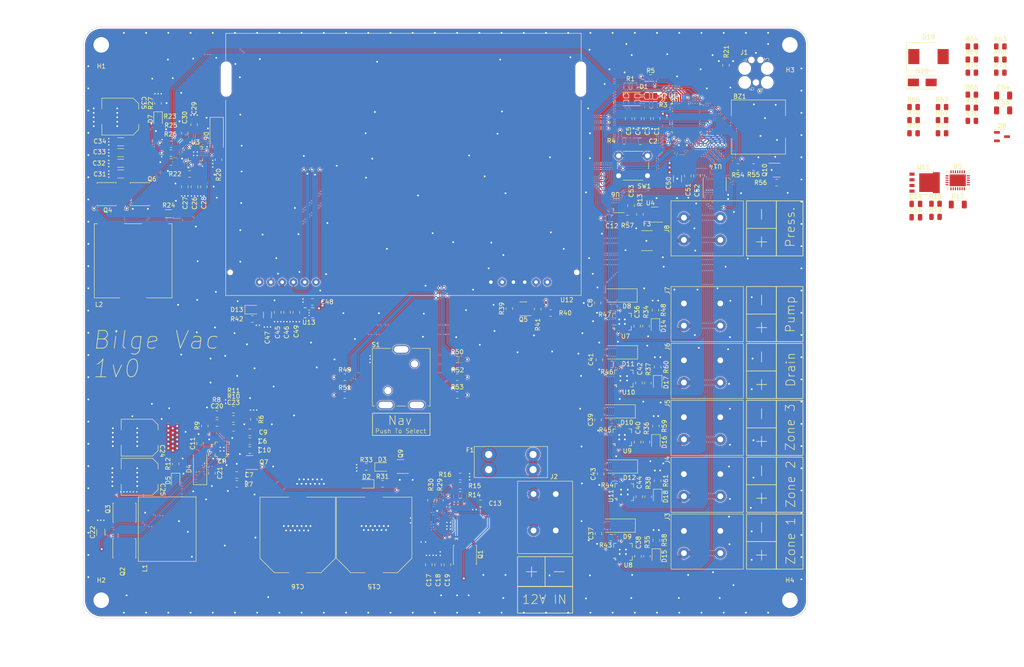
<source format=kicad_pcb>
(kicad_pcb (version 20221018) (generator pcbnew)
  (layers (0 "F.Cu" signal) (1 "In1.Cu" signal) (2 "In2.Cu" signal) (31 "B.Cu" signal) (34 "B.Paste" user) (35 "F.Paste" user) (36 "B.SilkS" user "B.Silkscreen") (37 "F.SilkS" user "F.Silkscreen") (38 "B.Mask" user) (39 "F.Mask" user) (44 "Edge.Cuts" user))
  (net 0 "")
  (net 1 "Net-(BZ1--)")
  (net 2 "Net-(BZ1-+)")
  (net 3 "GND")
  (net 4 "/Main uC/nRESET")
  (net 5 "Net-(U2-ITH)")
  (net 6 "Net-(U2-FREQ{slash}PLLFLTR)")
  (net 7 "+12V")
  (net 8 "Net-(C9-Pad1)")
  (net 9 "Net-(U2-TK{slash}SS)")
  (net 10 "Net-(D4-A)")
  (net 11 "Net-(U5-FTMR)")
  (net 12 "Net-(U5-DTMR)")
  (net 13 "Net-(U2-SENSE_P)")
  (net 14 "+3V3")
  (net 15 "Net-(D4-K)")
  (net 16 "Net-(Q3-D)")
  (net 17 "Net-(U2-FB)")
  (net 18 "Net-(U3-ITH)")
  (net 19 "Net-(C27-Pad2)")
  (net 20 "Net-(U3-SS)")
  (net 21 "/Power/24V Boost/24V_INTVCC")
  (net 22 "Net-(Q4-D)")
  (net 23 "+24V")
  (net 24 "/Output Control/Pump Switch/OUT")
  (net 25 "/Output Control/Solenoid 1/OUT")
  (net 26 "/Output Control/Solenoid 3/OUT")
  (net 27 "/Output Control/Solenoid 4/OUT")
  (net 28 "/Output Control/Solenoid 2/OUT")
  (net 29 "+3V0")
  (net 30 "Net-(D1-RK)")
  (net 31 "Net-(D1-BK)")
  (net 32 "Net-(D1-GK)")
  (net 33 "Net-(D2-K)")
  (net 34 "Net-(D3-K)")
  (net 35 "Net-(D3-A)")
  (net 36 "Net-(D5-K)")
  (net 37 "Net-(D6-K)")
  (net 38 "Net-(D7-K)")
  (net 39 "Net-(D13-K)")
  (net 40 "Net-(J8-Pin_1)")
  (net 41 "Net-(J8-Pin_2)")
  (net 42 "Net-(U3-SENSE-)")
  (net 43 "/Power/Input Protection/HOTSWAP_GATE")
  (net 44 "/Power/Input Protection/SENSE_N")
  (net 45 "Net-(U6-+)")
  (net 46 "/Power/3.3V Buck/BUCK_TG")
  (net 47 "/Power/3.3V Buck/BUCK_BG")
  (net 48 "Net-(Q5-G)")
  (net 49 "Net-(Q5-D)")
  (net 50 "/Power/24V Boost/BOOST_BG")
  (net 51 "/Power/Input Protection/~{PGOOD}")
  (net 52 "/Power/3V3_ENABLE")
  (net 53 "Net-(D2-A)")
  (net 54 "/Power/Input Protection/~{FAULT}")
  (net 55 "Net-(Q10-G)")
  (net 56 "/Main uC/IND_R")
  (net 57 "/Main uC/IND_G")
  (net 58 "/Main uC/IND_B")
  (net 59 "/Output Control/PUMP_FLT")
  (net 60 "Net-(U4-OUT)")
  (net 61 "/Power/Input Protection/DIODE_GATE")
  (net 62 "/Power/Input Protection/UNDERVOLT_SENSE")
  (net 63 "/Power/Input Protection/OVERVOLT_SENSE")
  (net 64 "/Power/Input Protection/FOLDBACK_SENSE")
  (net 66 "/Main uC/24V_ENABLE")
  (net 67 "/Main uC/24V_PGOOD")
  (net 68 "Net-(U3-VFB)")
  (net 70 "Net-(U12-LED_3V3)")
  (net 71 "/Display/BL_ENABLE")
  (net 72 "/Output Control/Solenoid 1/CURRENT_LIMIT")
  (net 73 "/Output Control/Solenoid 2/CURRENT_LIMIT")
  (net 74 "/Output Control/Solenoid 3/CURRENT_LIMIT")
  (net 75 "/Output Control/Solenoid 4/CURRENT_LIMIT")
  (net 76 "/Output Control/Pump Switch/CURRENT_LIMIT")
  (net 77 "/Main uC/NAV_B")
  (net 78 "/Main uC/NAV_A")
  (net 79 "/Main uC/NAV_SEL")
  (net 80 "/Main uC/NAV_D")
  (net 81 "/Main uC/NAV_C")
  (net 82 "/Main uC/BUZZER_DRIVE")
  (net 85 "/Main uC/PRESSURE_ADC")
  (net 86 "/Output Control/PUMP_DIAG")
  (net 87 "/Output Control/SOL_1_EN")
  (net 88 "/Output Control/SOL_1_DIAG")
  (net 89 "/Output Control/SOL_3_EN")
  (net 90 "/Output Control/SOL_3_DIAG")
  (net 91 "/Output Control/SOL_4_EN")
  (net 92 "/Output Control/SOL_4_DIAG")
  (net 93 "/Output Control/SOL_2_EN")
  (net 94 "/Output Control/SOL_2_DIAG")
  (net 95 "/Display/SCLK")
  (net 96 "/Display/MOSI")
  (net 97 "/Display/REG")
  (net 98 "/Display/RESET")
  (net 99 "/Display/CS")
  (net 102 "/Main uC/DISPLAY_3V0_ENABLE")
  (net 103 "/FRAM/CS")
  (net 104 "/FRAM/MISO")
  (net 106 "/Power/Input Protection/VIN")
  (net 108 "/Main uC/SWDCLK")
  (net 109 "/Main uC/SWDIO")
  (net 115 "/Output Control/PUMP_EN")
  (net 120 "/Power/24V Boost/BOOST_TG")
  (net 123 "Net-(D14-K)")
  (net 124 "Net-(D15-K)")
  (net 125 "Net-(D16-K)")
  (net 126 "Net-(D17-K)")
  (net 127 "Net-(D18-K)")
  (net 143 "Net-(D8-K)")
  (net 144 "Net-(D9-K)")
  (net 145 "Net-(D10-K)")
  (net 146 "Net-(D11-K)")
  (net 147 "Net-(D12-K)")
  (footprint "Capacitor_SMD:C_1206_3216Metric" (layer "F.Cu") (at 232.9875 41.4)
    (fp_text reference "C54")
    (fp_text value "10uF 50V")
  )
  (footprint "Resistor_SMD:R_1206_3216Metric" (layer "F.Cu") (at 45.1 68 180)
    (fp_text reference "R24")
    (fp_text value "8m 1%")
  )
  (footprint "MountingHole:MountingHole_3.5mm_Pad" (layer "F.Cu") (at 30 155)
    (fp_text reference "H2")
    (fp_text value "MountingHole_Pad")
  )
  (footprint "Package_TO_SOT_SMD:SOT-23-3" (layer "F.Cu") (at 63.4 124 180)
    (fp_text reference "Q7")
    (fp_text value "Q_NMOS_GSD")
  )
  (footprint "Resistor_SMD:R_0805_2012Metric" (layer "F.Cu") (at 225.9575 47.1)
    (fp_text reference "R76")
    (fp_text value "10k 1%")
  )
  (footprint "Resistor_SMD:R_0805_2012Metric" (layer "F.Cu") (at 145.22 127.5)
    (fp_text reference "R44")
    (fp_text value "5k 1%")
  )
  (footprint "Capacitor_SMD:C_0805_2012Metric" (layer "F.Cu") (at 107.92 147 90)
    (fp_text reference "C19")
    (fp_text value "4.7uF 50V")
  )
  (footprint "Custom Parts:NHD-C12864A1Z-FSW-FBW-HTT" (layer "F.Cu") (at 98.02 83.4)
    (fp_text reference "U12")
    (fp_text value "NHD-C12864A1Z-FSW-FBW-HTT")
  )
  (footprint "Resistor_SMD:R_0805_2012Metric" (layer "F.Cu") (at 153.12 131.7 -90)
    (fp_text reference "R38")
    (fp_text value "15k")
  )
  (footprint "Capacitor_SMD:C_0805_2012Metric" (layer "F.Cu") (at 141.82 114.4 90)
    (fp_text reference "C39")
    (fp_text value "0.1uF 50V")
  )
  (footprint "Package_TO_SOT_SMD:LFPAK56" (layer "F.Cu") (at 215.155 61.01)
    (fp_text reference "Q11")
    (fp_text value "PSMN014-80YL")
  )
  (footprint "Resistor_SMD:R_0805_2012Metric" (layer "F.Cu") (at 212.8375 49.89)
    (fp_text reference "R75")
    (fp_text value "10k 1%")
  )
  (footprint "Resistor_SMD:R_0805_2012Metric" (layer "F.Cu") (at 225.9575 41.2)
    (fp_text reference "R66")
    (fp_text value "10k 1%")
  )
  (footprint "Custom Parts:JS5208" (layer "F.Cu") (at 97.52 104.8)
    (fp_text reference "S1")
    (fp_text value "JS5208")
  )
  (footprint "Custom Parts:QFN-16" (layer "F.Cu") (at 57.2 121 180)
    (fp_text reference "U2")
    (fp_text value "LTC3851")
  )
  (footprint "Resistor_SMD:R_0805_2012Metric" (layer "F.Cu") (at 49.9 59.05)
    (fp_text reference "R22")
    (fp_text value "8.87k 1%")
  )
  (footprint "Custom Parts:Panasonic - F - Vibe" (layer "F.Cu") (at 34.28 46.15 -90)
    (fp_text reference "C35")
    (fp_text value "EEEFT1H221GV")
  )
  (footprint "Resistor_SMD:R_0805_2012Metric" (layer "F.Cu") (at 110.8 129.2)
    (fp_text reference "R15")
    (fp_text value "1.1k 1%")
  )
  (footprint "Capacitor_SMD:C_1206_3216Metric" (layer "F.Cu") (at 159.7 60.1 -90)
    (fp_text reference "C50")
    (fp_text value "10uF 50V")
  )
  (footprint "Custom Parts:SOT23-5" (layer "F.Cu") (at 145.94 66.165 180)
    (fp_text reference "U6")
    (fp_text value "LMV321")
  )
  (footprint "Custom Parts:SMA" (layer "F.Cu") (at 147.02 86.4 180)
    (fp_text reference "D8")
    (fp_text value "B260AQ-13-F")
  )
  (footprint "Resistor_SMD:R_0805_2012Metric" (layer "F.Cu") (at 176.82 57.5)
    (fp_text reference "R55")
    (fp_text value "10")
  )
  (footprint "Resistor_SMD:R_0805_2012Metric" (layer "F.Cu") (at 144.92 101.9)
    (fp_text reference "R46")
    (fp_text value "5k 1%")
  )
  (footprint "LED_SMD:LED_0805_2012Metric" (layer "F.Cu") (at 93.2575 125)
    (fp_text reference "D3")
    (fp_text value "RED")
  )
  (footprint "Capacitor_SMD:C_1206_3216Metric" (layer "F.Cu") (at 34.38 56.65 180)
    (fp_text reference "C32")
    (fp_text value "10uF 50V")
  )
  (footprint "Custom Parts:2604-1102" (layer "F.Cu") (at 165.24 141.9 90)
    (fp_text reference "J3")
    (fp_text value "Screw_Terminal_01x02")
  )
  (footprint "Resistor_SMD:R_0805_2012Metric" (layer "F.Cu") (at 232.3675 36.25)
    (fp_text reference "R73")
    (fp_text value "10k 1%")
  )
  (footprint "Resistor_SMD:R_0805_2012Metric" (layer "F.Cu") (at 64.02 91.7)
    (fp_text reference "R42")
    (fp_text value "499")
  )
  (footprint "Capacitor_SMD:C_0805_2012Metric" (layer "F.Cu") (at 103.72 147 90)
    (fp_text reference "C17")
    (fp_text value "4.7uF 50V")
  )
  (footprint "Resistor_SMD:R_0805_2012Metric" (layer "F.Cu") (at 170.6 34.6 90)
    (fp_text reference "R21")
    (fp_text value "NP")
  )
  (footprint "Resistor_SMD:R_0805_2012Metric" (layer "F.Cu") (at 45.7 54.35)
    (fp_text reference "R25")
    (fp_text value "232k 1%")
  )
  (footprint "Capacitor_SMD:C_0805_2012Metric" (layer "F.Cu") (at 213.35 68.8)
    (fp_text reference "C56")
    (fp_text value "0.1uF 50V")
  )
  (footprint "Capacitor_SMD:C_0805_2012Metric" (layer "F.Cu") (at 152.92 46.6 -90)
    (fp_text reference "C3")
    (fp_text value "0.1uF 50V")
  )
  (footprint "Capacitor_SMD:C_0805_2012Metric" (layer "F.Cu") (at 50.9 47.95 -90)
    (fp_text reference "C29")
    (fp_text value "4.7uF 50V")
  )
  (footprint "LED_SMD:LED_0805_2012Metric" (layer "F.Cu") (at 46.74 128.1 -90)
    (fp_text reference "D5")
    (fp_text value "GREEN")
  )
  (footprint "Package_TO_SOT_SMD:SOT-23-3" (layer "F.Cu") (at 182.02 58.2)
    (fp_text reference "Q10")
    (fp_text value "Q_NMOS_GSD")
  )
  (footprint "Package_TO_SOT_SMD:LFPAK56" (layer "F.Cu") (at 111.86 144.77 -90)
    (fp_text reference "Q1")
    (fp_text value "PSMN014-80YL")
  )
  (footprint "Custom Parts:UFQFPN-48" (layer "F.Cu") (at 161.645 46.45)
    (fp_text reference "U1")
    (fp_text value "STM32G0B1CEU6")
  )
  (footprint "Resistor_SMD:R_0805_2012Metric" (layer "F.Cu") (at 154.84 115.8 90)
    (fp_text reference "R59")
    (fp_text value "10k 1%")
  )
  (footprint "Resistor_SMD:R_0805_2012Metric" (layer "F.Cu") (at 84.82 104.8)
    (fp_text reference "R49")
    (fp_text value "10k 1%")
  )
  (footprint "Capacitor_SMD:C_0805_2012Metric" (layer "F.Cu") (at 60.5 126.8 180)
    (fp_text reference "C7")
    (fp_text value "0.1uF 50V")
  )
  (footprint "Resistor_SMD:R_0805_2012Metric" (layer "F.Cu") (at 153.77 41.5)
    (fp_text reference "R2")
    (fp_text value "499")
  )
  (footprint "Resistor_SMD:R_0805_2012Metric" (layer "F.Cu") (at 225.9575 30.35)
    (fp_text reference "R64")
    (fp_text value "10k 1%")
  )
  (footprint "Capacitor_SMD:C_0805_2012Metric" (layer "F.Cu") (at 73.92 90.2 -90)
    (fp_text reference "C49")
    (fp_text value "1uF 25V")
  )
  (footprint "Custom Parts:2604-1102" (layer "F.Cu") (at 129.8 135.2)
    (fp_text reference "J2")
    (fp_text value "Screw_Terminal_01x02")
  )
  (footprint "Capacitor_SMD:C_0805_2012Metric" (layer "F.Cu") (at 71.82 90.2 -90)
    (fp_text reference "C46")
    (fp_text value "1uF 25V")
  )
  (footprint "Capacitor_SMD:C_0805_2012Metric" (layer "F.Cu") (at 155.02 46.6 -90)
    (fp_text reference "C1")
    (fp_text value "0.1uF 50V")
  )
  (footprint "Custom Parts:WQFN-16" (layer "F.Cu") (at 147.27 118.35 90)
    (fp_text reference "U9")
    (fp_text value "TPS27S100A")
  )
  (footprint "Capacitor_SMD:C_0805_2012Metric" (layer "F.Cu") (at 144.94 69.065 180)
    (fp_text reference "C12")
    (fp_text value "0.1uF 50V")
  )
  (footprint "Capacitor_SMD:C_0805_2012Metric" (layer "F.Cu") (at 142.42 126.6 90)
    (fp_text reference "C43")
    (fp_text value "0.1uF 50V")
  )
  (footprint "Resistor_SMD:R_0805_2012Metric" (layer "F.Cu") (at 110.8 127.15 180)
    (fp_text reference "R16")
    (fp_text value "2k 1%")
  )
  (footprint "MountingHole:MountingHole_3.5mm_Pad" (layer "F.Cu") (at 185 30)
    (fp_text reference "H3")
    (fp_text value "MountingHole_Pad")
  )
  (footprint "Capacitor_SMD:C_0805_2012Metric" (layer "F.Cu") (at 151.02 106.1 -90)
    (fp_text reference "C42")
    (fp_text value "0.1uF 50V")
  )
  (footprint "Resistor_SMD:R_0805_2012Metric" (layer "F.Cu") (at 131.1375 90.35 180)
    (fp_text reference "R40")
    (fp_text value "10")
  )
  (footprint "LED_SMD:LED_0805_2012Metric" (layer "F.Cu") (at 155.24 131.7 -90)
    (fp_text reference "D18")
    (fp_text value "GREEN")
  )
  (footprint "Capacitor_SMD:C_0805_2012Metric" (layer "F.Cu") (at 150.62 93.3 -90)
    (fp_text reference "C36")
    (fp_text value "0.1uF 50V")
  )
  (footprint "Custom Parts:SMA" (layer "F.Cu") (at 147.12 124.9 180)
    (fp_text reference "D12")
    (fp_text value "B260AQ-13-F")
  )
  (footprint "MountingHole:MountingHole_3.5mm_Pad" (layer "F.Cu") (at 185 155)
    (fp_text reference "H4")
    (fp_text value "MountingHole_Pad")
  )
  (footprint "Resistor_SMD:R_0805_2012Metric" (layer "F.Cu") (at 93.3 128.8)
    (fp_text reference "R31")
    (fp_text value "5k 1%")
  )
  (footprint "Resistor_SMD:R_0805_2012Metric" (layer "F.Cu") (at 45.7 52.35 180)
    (fp_text reference "R23")
    (fp_text value "10k 1%")
  )
  (footprint "LED_SMD:LED_0805_2012Metric" (layer "F.Cu") (at 42.78 46.75 -90)
    (fp_text reference "D7")
    (fp_text value "GREEN")
  )
  (footprint "Custom Parts:SMA" (layer "F.Cu") (at 214.7925 38.455)
    (fp_text reference "D20")
    (fp_text value "B260AQ-13-F")
  )
  (footprint "Capacitor_SMD:C_0805_2012Metric" (layer "F.Cu") (at 150.72 119.4 -90)
    (fp_text reference "C40")
    (fp_text value "0.1uF 50V")
  )
  (footprint "Resistor_SMD:R_0805_2012Metric" (layer "F.Cu") (at 149.12 39.3)
    (fp_text reference "R1")
    (fp_text value "499")
  )
  (footprint "Capacitor_SMD:C_0805_2012Metric" (layer "F.Cu") (at 141.92 140 90)
    (fp_text reference "C37")
    (fp_text value "0.1uF 50V")
  )
  (footprint "Capacitor_SMD:C_0805_2012Metric" (layer "F.Cu") (at 151.3 51.7)
    (fp_text reference "C2")
    (fp_text value "0.1uF 50V")
  )
  (footprint "Resistor_SMD:R_0805_2012Metric" (layer "F.Cu") (at 64.35 114.3 -90)
    (fp_text reference "R6")
    (fp_text value "15k")
  )
  (footprint "Custom Parts:Panasonic - J - Vibe" (layer "F.Cu") (at 91.42 140.3 180)
    (fp_text reference "C15")
    (fp_text value "EEE-FK1H102AV")
  )
  (footprint "Custom Parts:2604-1102" (layer "F.Cu") (at 165.24 103.5 90)
    (fp_text reference "J6")
    (fp_text value "Screw_Terminal_01x02")
  )
  (footprint "LED_SMD:LED_0805_2012Metric" (layer "F.Cu") (at 154.74 93.3 -90)
    (fp_text reference "D14")
    (fp_text value "GREEN")
  )
  (footprint "Custom Parts:WQFN-16" (layer "F.Cu") (at 147.62 105.1 90)
    (fp_text reference "U10")
    (fp_text value "TPS27S100A")
  )
  (footprint "Resistor_SMD:R_0805_2012Metric" (layer "F.Cu") (at 152.82 145.1 -90)
    (fp_text reference "R35")
    (fp_text value "15k")
  )
  (footprint "Capacitor_SMD:C_0805_2012Metric" (layer "F.Cu") (at 48.8 61.95 90)
    (fp_text reference "C27")
    (fp_text value "15000pF 25V")
  )
  (footprint "Resistor_SMD:R_0805_2012Metric" (layer "F.Cu") (at 154.74 89.7 90)
    (fp_text reference "R48")
    (fp_text value "10k 1%")
  )
  (footprint "Resistor_SMD:R_0805_2012Metric" (layer "F.Cu") (at 217.78 68.71)
    (fp_text reference "R19")
    (fp_text value "2k")
  )
  (footprint "Resistor_SMD:R_0805_2012Metric" (layer "F.Cu") (at 152.62 93.3 -90)
    (fp_text reference "R34")
    (fp_text value "15k")
  )
  (footprint "Resistor_SMD:R_0805_2012Metric" (layer "F.Cu") (at 217.78 65.76)
    (fp_text reference "R18")
    (fp_text value "15k")
  )
  (footprint "Resistor_SMD:R_0805_2012Metric" (layer "F.Cu") (at 219.2475 49.89)
    (fp_text reference "R72")
    (fp_text value "10k 1%")
  )
  (footprint "Capacitor_SMD:C_0805_2012Metric" (layer "F.Cu") (at 51 61.95 90)
    (fp_text reference "C26")
    (fp_text value "220pF 25V")
  )
  (footprint "Custom Parts:SMA" (layer "F.Cu") (at 146.62 112.5 180)
    (fp_text reference "D10")
    (fp_text value "B260AQ-13-F")
  )
  (footprint "Resistor_SMD:R_0805_2012Metric" (layer "F.Cu") (at 225.9575 44.15)
    (fp_text reference "R71")
    (fp_text value "10k 1%")
  )
  (footprint "Resistor_SMD:R_0805_2012Metric" (layer "F.Cu") (at 225.9575 36.25)
    (fp_text reference "R74")
    (fp_text value "10k 1%")
  )
  (footprint "Resistor_SMD:R_0805_2012Metric" (layer "F.Cu") (at 154.94 141.4875 90)
    (fp_text reference "R58")
    (fp_text value "10k 1%")
  )
  (footprint "Resistor_SMD:R_0805_2012Metric" (layer "F.Cu") (at 110.12 104.8 180)
    (fp_text reference "R52")
    (fp_text value "10k 1%")
  )
  (footprint "Package_TO_SOT_SMD:SOT-23-3" (layer "F.Cu") (at 232.7375 50.65)
    (fp_text reference "Q8")
    (fp_text value "Q_PMOS_GSD")
  )
  (footprint "Resistor_SMD:R_0805_2012Metric" (layer "F.Cu") (at 110.12 108.8 180)
    (fp_text reference "R53")
    (fp_text value "10k 1%")
  )
  (footprint "Capacitor_SMD:C_0805_2012Metric" (layer "F.Cu") (at 150.82 145.1 -90)
    (fp_text reference "C38")
    (fp_text value "0.1uF 50V")
  )
  (footprint "Button_Switch_THT:SW_PUSH_6mm" (layer "F.Cu") (at 152.95 59.45 180)
    (fp_text reference "SW1")
    (fp_text value "B3F-1000")
  )
  (footprint "Resistor_SMD:R_0805_2012Metric" (layer "F.Cu") (at 219.2475 43.99)
    (fp_text reference "R62")
    (fp_text value "10k 1%")
  )
  (footprint "Resistor_SMD:R_0805_2012Metric" (layer "F.Cu") (at 153.65 37.45)
    (fp_text reference "R5")
    (fp_text value "10k 1%")
  )
  (footprint "Package_TO_SOT_SMD:LFPAK56" (layer "F.Cu") (at 35.2 143.33 -90)
    (fp_text reference "Q2")
    (fp_text value "PSMN014-80YL")
  )
  (footprint "Custom Parts:TDFN-6" (layer "F.Cu") (at 154.54 68.2 180)
    (fp_text reference "U4")
    (fp_text value "MAX14626")
  )
  (footprint "LED_SMD:LED_0805_2012Metric" (layer "F.Cu") (at 154.94 145.1 -90)
    (fp_text reference "D15")
    (fp_text value "GREEN")
  )
  (footprint "Resistor_SMD:R_0805_2012Metric" (layer "F.Cu") (at 153.77 43.5)
    (fp_text reference "R3")
    (fp_text value "499")
  )
  (footprint "Custom Parts:2604-1102" (layer "F.Cu") (at 165.24 90.7 90)
    (fp_text reference "J7")
    (fp_text value "Screw_Terminal_01x02")
  )
  (footprint "Custom Parts:WFQFN-24" (layer "F.Cu") (at 222.765 60.485)
    (fp_text reference "U5")
    (fp_text value "LTC4229")
  )
  (footprint "Capacitor_SMD:C_0805_2012Metric" (layer "F.Cu") (at 52.25 119.7 90)
    (fp_text reference "C11")
    (fp_text value "4.7uF 50V")
  )
  (footprint "Resistor_SMD:R_0805_2012Metric" (layer "F.Cu") (at 173.32 57.5 180)
    (fp_text reference "R54")
    (fp_text value "10")
  )
  (footprint "Capacitor_SMD:C_0805_2012Metric" (layer "F.Cu") (at 53.1 61.95 90)
    (fp_text reference "C28")
    (fp_text value "0.1uF 50V")
  )
  (footprint "Resistor_SMD:R_0805_2012Metric" (layer "F.Cu") (at 144.62 89.1 180)
    (fp_text reference "R47")
    (fp_text value "1.2k 1%")
  )
  (footprint "Package_TO_SOT_SMD:LFPAK56" (layer "F.Cu") (at 35.24 135.3 -90)
    (fp_text reference "Q3")
    (fp_text value "PSMN014-80YL")
  )
  (footprint "Capacitor_SMD:C_0805_2012Metric" (layer "F.Cu") (at 77.52 87.850001 180)
    (fp_text reference "C48")
    (fp_text value "1uF 25V")
  )
  (footprint "Resistor_SMD:R_0805_2012Metric" (layer "F.Cu") (at 60.5 128.8 180)
    (fp_text reference "R7")
    (fp_text value "82.5k")
  )
  (footprint "Custom Parts:PKLCS1212E40A1-R1" (layer "F.Cu") (at 177.92 48.5)
    (fp_text reference "BZ1")
    (fp_text value "PKLCS1212E40A1-R1")
  )
  (footprint "Resistor_SMD:R_0805_2012Metric" (layer "F.Cu") (at 128.2375 89.45 90)
    (fp_text reference "R41")
    (fp_text value "10k 1%")
  )
  (footprint "Resistor_SMD:R_0805_2012Metric" (layer "F.Cu") (at 59.75 112.1 180)
    (fp_text reference "R11")
    (fp_text value "48.7k 1%")
  )
  (footprint "Custom Parts:2604-1102" (layer "F.Cu") (at 165.24 71.4 90)
    (fp_text reference "J8")
    (fp_text value "Screw_Terminal_01x02")
  )
  (footprint "Capacitor_SMD:C_0805_2012Metric" (layer "F.Cu") (at 56.05 115.1)
    (fp_text reference "C20")
    (fp_text value "0.047uF 25V")
  )
  (footprint "Custom Parts:DO-214AB" (layer "F.Cu") (at 216.1925 32.635)
    (fp_text reference "D19")
    (fp_text value "5.0SMDJ18CA")
  )
  (footprint "Capacitor_SMD:C_1206_3216Metric" (layer "F.Cu") (at 34.38 59.05 180)
    (fp_text reference "C31")
    (fp_text value "10uF 50V")
  )
  (footprint "Capacitor_SMD:C_0805_2012Metric" (layer "F.Cu") (at 115.35 133.2 180)
    (fp_text reference "C13")
    (fp_text value "0.1uF 50V")
  )
  (footprint "Capacitor_SMD:C_0805_2012Metric" (layer "F.Cu") (at 141.72 88.1 90)
    (fp_text reference "C8")
    (fp_text value "0.1uF 50V")
  )
  (footprint "Capacitor_SMD:C_1206_3216Metric" (layer "F.Cu") (at 29.9 139.7 90)
    (fp_text reference "C22")
    (fp_text value "10uF 50V")
  )
  (footprint "Resistor_SMD:R_0805_2012Metric" (layer "F.Cu") (at 148.44 69.065)
    (fp_text reference "R57")
    (fp_text value "0")
  )
  (footprint "Resistor_SMD:R_0805_2012Metric" (layer "F.Cu") (at 46.74 124.3 90)
    (fp_text reference "R12")
    (fp_text value "499")
  )
  (footprint "Resistor_SMD:R_0805_2012Metric" (layer "F.Cu") (at 219.2475 46.94)
    (fp_text reference "R67")
    (fp_text value "10k 1%")
  )
  (footprint "LED_SMD:LED_0805_2012Metric" (layer "F.Cu") (at 154.84 119.4 -90)
    (fp_text reference "D16")
    (fp_text value "GREEN")
  )
  (footprint "Resistor_SMD:R_0805_2012Metric" (layer "F.Cu") (at 59.75 114.2)
    (fp_text reference "R10")
    (fp_text value "154k 1%")
  )
  (footprint "Resistor_SMD:R_0805_2012Metric" (layer "F.Cu") (at 212.8375 46.94)
    (fp_text reference "R70")
    (fp_text value "10k 1%")
  )
  (footprint "Resistor_SMD:R_0805_2012Metric" (layer "F.Cu") (at 56.4 55.85 90)
    (fp_text reference "R20")
    (fp_text value "10k 1%")
  )
  (footprint "Resistor_SMD:R_0805_2012Metric" (layer "F.Cu") (at 155.24 128.1 90)
    (fp_text reference "R61")
    (fp_text value "10k 1%")
  )
  (footprint "Capacitor_SMD:C_1206_3216Metric" (layer "F.Cu") (at 34.38 54.25 180)
    (fp_text reference "C33")
    (fp_text value "10uF 50V")
  )
  (footprint "Capacitor_SMD:C_0805_2012Metric" (layer "F.Cu") (at 148.72 46.6 -90)
    (fp_text reference "C5")
    (fp_text value "4.7uF 50V")
  )
  (footprint "Resistor_SMD:R_0805_2012Metric" (layer "F.Cu") (at 182.02 61 180)
    (fp_text reference "R56")
    (fp_text value "1k")
  )
  (footprint "Capacitor_SMD:C_0805_2012Metric" (layer "F.Cu") (at 63.45 119.2 180)
    (fp_text reference "C6")
    (fp_text value "330pF 25V")
  )
  (footprint "Capacitor_SMD:C_0805_2012Metric" (layer "F.Cu") (at 151.12 131.7 -90)
    (fp_text reference "C44")
    (fp_text value "0.1uF 50V")
  )
  (footprint "Capacitor_SMD:C_0805_2012Metric" (layer "F.Cu") (at 164.1 59.5 -90)
    (fp_text reference "C52")
    (fp_text value "0.1uF 50V")
  )
  (footprint "Custom Parts:Panasonic - F - Vibe" (layer "F.Cu") (at 38.64 118.4 -90)
    (fp_text reference "C24")
    (fp_text value "EEE-FK1A331AV")
  )
  (footprint "Capacitor_SMD:C_1206_3216Metric" (layer "F.Cu") (at 67.42 90.8 -90)
    (fp_text reference "C47")
    (fp_text value "10uF 50V")
  )
  (footprint "Custom Parts:SMA" (layer "F.Cu") (at 147.12 99.2 180)
    (fp_text reference "D11")
    (fp_text value "B260AQ-13-F")
  )
  (footprint "Custom Parts:TDK-ERU-16" (layer "F.Cu") (at 37.18 78.6 180)
    (fp_text reference "L2")
    (fp_text value "B82559B6682A016")
  )
  (footprint "Resistor_SMD:R_0805_2012Metric" (layer "F.Cu") (at 42.78 43.15 90)
    (fp_text reference "R27")
    (fp_text value "10k 1%")
  )
  (footprint "Capacitor_SMD:C_0805_2012Metric" (layer "F.Cu") (at 149.24 66.165 -90)
    (fp_text reference "C53")
    (fp_text value "0.1uF 50V")
  )
  (footprint "Capacitor_SMD:C_0805_2012Metric" (layer "F.Cu") (at 162 59.5 -90)
    (fp_text reference "C51")
    (fp_text value "1uF 25V")
  )
  (footprint "Custom Parts:Panasonic - F - Vibe" (layer "F.Cu") (at 38.64 127.2 -90)
    (fp_text reference "C25")
    (fp_text value "EEE-FK1A331AV")
  )
  (footprint "Resistor_SMD:R_0805_2012Metric" (layer "F.Cu") (at 110.8 131.3 180)
    (fp_text reference "R14")
    (fp_text value "21.5k 1%")
  )
  (footprint "Capacitor_SMD:C_0805_2012Metric" (layer "F.Cu") (at 54.9 126.4 90)
    (fp_text reference "C21")
    (fp_text value "0.1uF 50V")
  )
  (footprint "Resistor_SMD:R_0805_2012Metric" (layer "F.Cu") (at 232.3675 33.3)
    (fp_text reference "R68")
    (fp_text value "10k 1%")
  )
  (footprint "Resistor_SMD:R_0805_2012Metric" (layer "F.Cu") (at 147.7 51.6)
    (fp_text reference "R4")
    (fp_text value "10k 1%")
  )
  (footprint "Resistor_SMD:R_0805_2012Metric" (layer "F.Cu") (at 144.62 115.1)
    (fp_text reference "R45")
    (fp_text value "5k 1%")
  )
  (footprint "Custom Parts:2604-1102" (layer "F.Cu") (at 165.24 129.1 90)
    (fp_text reference "J4")
    (fp_text value "Screw_Terminal_01x02")
  )
  (footprint "Capacitor_SMD:C_0805_2012Metric" (layer "F.Cu") (at 59.8 116.2 180)
    (fp_text reference "C23")
    (fp_text value "47pF 10V")
  )
  (footprint "Custom Parts:SMA" (layer "F.Cu") (at 55.98 49.9 -90)
    (fp_text reference "D6")
    (fp_text value "B260AQ-13-F")
  )
  (footprint "Resistor_SMD:R_0805_2012Metric" (layer "F.Cu") (at 45.7 56.35)
    (fp_text reference "R26")
    (fp_text value "12.1k 1%")
  )
  (footprint "Custom Parts:QFN-16" (layer "F.Cu") (at 51.2 54.5)
    (fp_text reference "U3")
    (fp_text value "LTC3786")
  )
  (footprint "Capacitor_SMD:C_0805_2012Metric" (layer "F.Cu") (at 105.82 147 90)
    (fp_text reference "C18")
    (fp_text value "4.7uF 50V")
  )
  (footprint "Resistor_SMD:R_0805_2012Metric" (layer "F.Cu") (at 144.72 140.9)
    (fp_text reference "R43")
    (fp_text value "5k 1%")
  )
  (footprint "Resistor_SMD:R_0805_2012Metric" (layer "F.Cu") (at 152.72 119.4 -90)
    (fp_text reference "R36")
    (fp_text value "15k")
  )
  (footprint "Capacitor_SMD:C_0805_2012Metric" (layer "F.Cu") (at 213.35 65.79)
    (fp_text reference "C14")
    (fp_text value "0.1uF 50V")
  )
  (footprint "Resistor_SMD:R_0805_2012Metric" (layer "F.Cu") (at 225.9575 33.3)
    (fp_text reference "R69")
    (fp_text value "10k 1%")
  )
  (footprint "Capacitor_SMD:C_0805_2012Metric" (layer "F.Cu") (at 69.72 90.2 -90)
    (fp_text reference "C45")
    (fp_text value "0.1uF 50V")
  )
  (footprint "Package_TO_SOT_SMD:LFPAK56" (layer "F.Cu") (at 31.2 63.6)
    (fp_text reference "Q4")
    (fp_text value "PSMN014-80YL")
  )
  (footprint "Custom Parts:SMA" (layer "F.Cu") (at 52.25 125.4 90)
    (fp_text reference "D4")
    (fp_text value "B260AQ-13-F")
  )
  (footprint "Resistor_SMD:R_0805_2012Metric" (layer "F.Cu") (at 155.24 102.5 90)
    (fp_text reference "R60")
    (fp_text value "10k 1%")
  )
  (footprint "Resistor_SMD:R_1206_3216Metric" (layer "F.Cu") (at 222.79 65.93)
    (fp_text reference "R17")
    (fp_text value "3m 1% 1/2W")
  )
  (footprint "Custom Parts:WQFN-16" (layer "F.Cu") (at 147.72 130.65 90)
    (fp_text reference "U11")
    (fp_text value "TPS27S100A")
  )
  (footprint "Custom Parts:SRP1265A" (layer "F.Cu") (at 44.84 139 90)
    (fp_text reference "L1")
    (fp_text value "SRP1265A-R68M")
  )
  (footprint "Resistor_SMD:R_0805_2012Metric" (layer "F.Cu") (at 153.02 106.1 -90)
    (fp_text reference "R37")
    (fp_text value "15k")
  )
  (footprint "Capacitor_SMD:C_0805_2012Metric" (layer "F.Cu") (at 150.82 46.6 -90)
    (fp_text reference "C4")
    (fp_text value "1uF 25V")
  )
  (footprint "Custom Parts:SMA" (layer "F.Cu") (at 146.62 138.2 180)
    (fp_text reference "D9")
    (fp_text value "B260AQ-13-F")
  )
  (footprint "Custom Parts:Keystone-3568" (layer "F.Cu") (at 122.2 123.9 180)
    (fp_text reference "F1")
    (fp_text value "Fuse")
  )
  (footprint "LED_SMD:LED_0805_2012Metric" (layer "F.Cu") (at 89.7 128.8 180)
    (fp_text reference "D2")
    (fp_text value "GREEN")
  )
  (footprint "Package_TO_SOT_SMD:LFPAK56" (layer "F.Cu") (at 38.7 63.6)
    (fp_text reference "Q6")
    (fp_text value "PSMN014-80YL")
  )
  (footprint "Resistor_SMD:R_0805_2012Metric" (layer "F.Cu") (at 151.24 68.165 -90)
    (fp_text reference "R13")
    (fp_text value "100 1%")
  )
  (footprint "Custom Parts:Panasonic - J - Vibe" (layer "F.Cu") (at 74.22 140.3 180)
    (fp_text reference "C16")
    (fp_text value "EEE-FK1H102AV")
  )
  (footprint "Capacitor_SMD:C_0805_2012Metric" (layer "F.Cu") (at 142.12 100.9 90)
    (fp_text reference "C41")
    (fp_text value "0.1uF 50V")
  )
  (footprint "Custom Parts:WQFN-16" (layer "F.Cu") (at 147.42 144.1 90)
    (fp_text reference "U8")
    (fp_text value "TPS27S100A")
  )
  (footprint "Capacitor_SMD:C_1206_3216Metric" (layer "F.Cu") (at 34.38 51.8 180)
    (fp_text reference "C34")
    (fp_text value "10uF 50V")
  )
  (footprint "Package_TO_SOT_SMD:SOT-23-3" (layer "F.Cu") (at 97.3575 124.9 180)
    (fp_text reference "Q9")
    (fp_text value "Q_PMOS_GSD")
  )
  (footprint "Custom Parts:SMD_2016" (layer "F.Cu") (at 152.84 74.065)
    (fp_text reference "F3")
    (fp_text value "Polyfuse")
  )
  (footprint "Custom Parts:2604-1102" (layer "F.Cu") (at 165.24 116.3 90)
    (fp_text reference "J5")
    (fp_text value "Screw_Terminal_01x02")
  )
  (footprint "Resistor_SMD:R_0805_2012Metric" (layer "F.Cu") (at 110.12 100.8 180)
    (fp_text reference "R50")
    (fp_text value "10k 1%")
  )
  (footprint "Custom Parts:WQFN-16" (layer "F.Cu") (at 147.2 92.3 90)
    (fp_text reference "U7")
    (fp_text value "TPS27S100A")
  )
  (footprint "Package_TO_SOT_SMD:SOT-23-3" (layer "F.Cu") (at 125 89.4 180)
    (fp_text reference "Q5")
    (fp_text value "PMV65XP,215")
  )
  (footprint "Resistor_SMD:R_0805_2012Metric" (layer "F.Cu") (at 84.82 108.8)
    (fp_text reference "R51")
    (fp_text value "10k 1%")
  )
  (footprint "Capacitor_SMD:C_0805_2012Metric" (layer "F.Cu") (at 63.45 121.2 180)
    (fp_text reference "C10")
    (fp_text value "0.1uF 50V")
  )
  (footprint "Resistor_SMD:R_0805_2012Metric" (layer "F.Cu") (at 106.22 132.5 90)
    (fp_text reference "R29")
    (fp_text value "10k 1%")
  )
  (footprint "Resistor_SMD:R_0805_2012Metric" (layer "F.Cu") (at 56.05 113.1)
    (fp_text reference "R8")
    (fp_text value "30.1k")
  )
  (footprint "Resistor_SMD:R_0805_2012Metric" (layer "F.Cu") (at 53.3 115.8 90)
    (fp_text reference "R9")
    (fp_text value "3.01k")
  )
  (footprint "Capacitor_SMD:C_1206_3216Metric" (layer "F.Cu") (at 232.9875 44.75)
    (fp_text reference "C55")
    (fp_text value "10uF 50V")
  )
  (footprint "LED_SMD:LED_0805_2012Metric" (layer "F.Cu") (at 155.24 106.1 -90)
    (fp_text reference "D17")
    (fp_text value "GREEN")
  )
  (footprint "Resistor_SMD:R_0805_2012Metric" (layer "F.Cu") (at 104.22 132.5 90)
    (fp_text reference "R30")
    (fp_text value "10k 1%")
  )
  (footprint "LED_SMD:LED_0805_2012Metric" (layer "F.Cu") (at 64.02 89.6)
    (fp_text reference "D13")
    (fp_text value "GREEN")
  )
  (footprint "Resistor_SMD:R_0805_2012Metric" (layer "F.Cu") (at 89.6575 125 180)
    (fp_text reference "R33")
    (fp_text value "5k 1%")
  )
  (footprint "Custom Parts:TC2030-IDC-FP" (layer "F.Cu") (at 177.365 35.93 90)
    (fp_text reference "J1")
    (fp_text value "TC2030-SWD")
  )
  (footprint "Custom Parts:WDFN-8" (layer "F.Cu") (at 168.065 61.4)
    (fp_text reference "U14")
    (fp_text value "FM25V20A")
  )
  (footprint "LED_SMD:LED_Cree-PLCC4_3.2x2.8mm_CCW" (layer "F.Cu") (at 149.42 42.2)
    (fp_text reference "D1")
    (fp_text value "LED_RABG")
  )
  (footprint "Resistor_SMD:R_0805_2012Metric" (layer "F.Cu") (at 232.3675 30.35)
    (fp_text reference "R63")
    (fp_text value "10k 1%")
  )
  (footprint "Capacitor_SMD:C_0805_2012Metric" (layer "F.Cu") (at 63.45 117.2 180)
    (fp_text reference "C9")
    (fp_text value "2200pF 25V")
  )
  (footprint "Capacitor_SMD:C_0805_2012Metric" (layer "F.Cu") (at 48.8 49.85 -90)
    (fp_text reference "C30")
    (fp_text value "0.1uF 50V")
  )
  (footprint "MountingHole:MountingHole_3.5mm_Pad" (layer "F.Cu") (at 30 30)
    (fp_text reference "H1")
    (fp_text value "MountingHole_Pad")
  )
  (footprint "Custom Parts:CP_6_3_ADI" (layer "F.Cu") (at 76.745001 90.3)
    (fp_text reference "U13")
    (fp_text value "ADP151")
  )
  (footprint "Resistor_SMD:R_0805_2012Metric" (layer "F.Cu") (at 212.8375 43.99)
    (fp_text reference "R65")
    (fp_text value "10k 1%")
  )
  (footprint "Resistor_SMD:R_0805_2012Metric" (layer "F.Cu") (at 121.8375 89.35 -90)
    (fp_text reference "R39")
    (fp_text value "0")
  )
  (gr_rect (start 175.24 135.6) (end 181.94 148) (stroke (width 0.15)) (fill none) (layer "F.SilkS"))
  (gr_rect (start 123.7 151.9) (end 136.1 157.9) (stroke (width 0.15)) (fill none) (layer "F.SilkS"))
  (gr_line (start 175.24 71.3) (end 181.94 71.3) (stroke (width 0.15)) (layer "F.SilkS"))
  (gr_rect (start 181.94 97.2) (end 187.94 109.6) (stroke (width 0.15)) (fill none) (layer "F.SilkS"))
  (gr_rect (start 181.94 135.6) (end 187.94 148) (stroke (width 0.15)) (fill none) (layer "F.SilkS"))
  (gr_rect (start 123.7 145.2) (end 136.1 151.9) (stroke (width 0.15)) (fill none) (layer "F.SilkS"))
  (gr_rect (start 181.94 122.8) (end 187.94 135.2) (stroke (width 0.15)) (fill none) (layer "F.SilkS"))
  (gr_rect (start 175.24 122.8) (end 181.94 135.2) (stroke (width 0.15)) (fill none) (layer "F.SilkS"))
  (gr_line (start 175.24 141.8) (end 181.94 141.8) (stroke (width 0.15)) (layer "F.SilkS"))
  (gr_rect (start 91.05 112.9) (end 104 117.9) (stroke (width 0.15)) (fill none) (layer "F.SilkS"))
  (gr_line (start 175.24 90.6) (end 181.94 90.6) (stroke (width 0.15)) (layer "F.SilkS"))
  (gr_line (start 175.24 129) (end 181.94 129) (stroke (width 0.15)) (layer "F.SilkS"))
  (gr_rect (start 181.94 110) (end 187.94 122.4) (stroke (width 0.15)) (fill none) (layer "F.SilkS"))
  (gr_line (start 175.24 103.4) (end 181.94 103.4) (stroke (width 0.15)) (layer "F.SilkS"))
  (gr_rect (start 181.94 84.4) (end 187.94 96.8) (stroke (width 0.15)) (fill none) (layer "F.SilkS"))
  (gr_line (start 175.24 116.2) (end 181.94 116.2) (stroke (width 0.15)) (layer "F.SilkS"))
  (gr_line (start 129.9 145.2) (end 129.9 151.9) (stroke (width 0.15)) (layer "F.SilkS"))
  (gr_rect (start 175.24 97.2) (end 181.94 109.6) (stroke (width 0.15)) (fill none) (layer "F.SilkS"))
  (gr_rect (start 181.94 65.1) (end 187.94 77.5) (stroke (width 0.15)) (fill none) (layer "F.SilkS"))
  (gr_rect (start 175.24 84.4) (end 181.94 96.8) (stroke (width 0.15)) (fill none) (layer "F.SilkS"))
  (gr_rect (start 175.24 65.1) (end 181.94 77.5) (stroke (width 0.15)) (fill none) (layer "F.SilkS"))
  (gr_rect (start 175.24 110) (end 181.94 122.4) (stroke (width 0.15)) (fill none) (layer "F.SilkS"))
  (gr_line (start 189 30) (end 189 155) (stroke (width 0.1)) (layer "Edge.Cuts"))
  (gr_line (start 30 26) (end 185 26) (stroke (width 0.1)) (layer "Edge.Cuts"))
  (gr_line (start 26 155) (end 26 30) (stroke (width 0.1)) (layer "Edge.Cuts"))
  (gr_arc (start 185 26) (mid 187.828427 27.171573) (end 189 30) (stroke (width 0.1)) (layer "Edge.Cuts"))
  (gr_arc (start 26 30) (mid 27.171573 27.171573) (end 30 26) (stroke (width 0.1)) (layer "Edge.Cuts"))
  (gr_line (start 185 159) (end 30 159) (stroke (width 0.1)) (layer "Edge.Cuts"))
  (gr_arc (start 30 159) (mid 27.171573 157.828427) (end 26 155) (stroke (width 0.1)) (layer "Edge.Cuts"))
  (gr_arc (start 189 155) (mid 187.828427 157.828427) (end 185 159) (stroke (width 0.1)) (layer "Edge.Cuts"))
  (gr_text "Pump" (at 186.24 94.9 90) (layer "F.SilkS") (effects (font (size 2 2)) (justify left bottom)))
  (gr_text "Press." (at 186.24 75.7 90) (layer "F.SilkS") (effects (font (size 2 2)) (justify left bottom)))
  (gr_text "-" (at 180.14 70.1 90) (layer "F.SilkS") (effects (font (size 3 3)) (justify left bottom)))
  (gr_text "-" (at 131.1 150.1) (layer "F.SilkS") (effects (font (size 3 3)) (justify left bottom)))
  (gr_text "Bilge Vac\n1v0" (at 27.9 105.2) (layer "F.SilkS") (effects (font (size 4 4) (thickness 0.15) italic) (justify left bottom)))
  (gr_text "-" (at 180.14 127.8 90) (layer "F.SilkS") (effects (font (size 3 3)) (justify left bottom)))
  (gr_text "-" (at 180.14 89.4 90) (layer "F.SilkS") (effects (font (size 3 3)) (justify left bottom)))
  (gr_text "12V IN" (at 124.6 156) (layer "F.SilkS") (effects (font (size 2 2)) (justify left bottom)))
  (gr_text "+" (at 180.14 108.4 90) (layer "F.SilkS") (effects (font (size 3 3)) (justify left bottom)))
  (gr_text "+" (at 124.9 150.1) (layer "F.SilkS") (effects (font (size 3 3)) (justify left bottom)))
  (gr_text "+" (at 180.14 146.8 90) (layer "F.SilkS") (effects (font (size 3 3)) (justify left bottom)))
  (gr_text "-" (at 180.14 115 90) (layer "F.SilkS") (effects (font (size 3 3)) (justify left bottom)))
  (gr_text "-" (at 180.14 140.6 90) (layer "F.SilkS") (effects (font (size 3 3)) (justify left bottom)))
  (gr_text "Nav" (at 94.4 115.7) (layer "F.SilkS") (effects (font (size 2 2)) (justify left bottom)))
  (gr_text "Push To Select" (at 91.6 117.5) (layer "F.SilkS") (effects (font (size 1 1) (thickness 0.1)) (justify left bottom)))
  (gr_text "Drain" (at 186.34 107.1 90) (layer "F.SilkS") (effects (font (size 2 2)) (justify left bottom)))
  (gr_text "+" (at 180.14 134 90) (layer "F.SilkS") (effects (font (size 3 3)) (justify left bottom)))
  (gr_text "-" (at 180.14 102.2 90) (layer "F.SilkS") (effects (font (size 3 3)) (justify left bottom)))
  (gr_text "+" (at 180.14 95.6 90) (layer "F.SilkS") (effects (font (size 3 3)) (justify left bottom)))
  (gr_text "+" (at 180.14 121.2 90) (layer "F.SilkS") (effects (font (size 3 3)) (justify left bottom)))
  (gr_text "Zone 1" (at 186.34 147.1 90) (layer "F.SilkS") (effects (font (size 2 2)) (justify left bottom)))
  (gr_text "+" (at 180.14 76.3 90) (layer "F.SilkS") (effects (font (size 3 3)) (justify left bottom)))
  (gr_text "Zone 3" (at 186.24 121.5 90) (layer "F.SilkS") (effects (font (size 2 2)) (justify left bottom)))
  (gr_text "Zone 2" (at 186.34 134.3 90) (layer "F.SilkS") (effects (font (size 2 2)) (justify left bottom)))
  (segment (start 104.9 138.3) (end 106.888 138.3) (width 0.3) (layer "F.Cu") (net 0))
  (segment (start 106.888 138.8) (end 102.57 138.8) (width 0.3) (layer "F.Cu") (net 0))
  (segment (start 108.0375 134.4375) (end 108.0375 133.35) (width 0.3) (layer "F.Cu") (net 0))
  (segment (start 108.288 139.95) (end 108.288 140.588) (width 0.3) (layer "F.Cu") (net 0))
  (segment (start 107.788 139.95) (end 107.827 139.989) (width 0.3) (layer "F.Cu") (net 0))
  (segment (start 102.57 138.8) (end 102.52 138.85) (width 0.3) (layer "F.Cu") (net 0))
  (segment (start 108.5 134.9) (end 108.0375 134.4375) (width 0.3) (layer "F.Cu") (net 0))
  (segment (start 107.827 142.4805) (end 107.82 142.4875) (width 0.3) (layer "F.Cu") (net 0))
  (segment (start 107.827 139.989) (end 107.827 142.4805) (width 0.3) (layer "F.Cu") (net 0))
  (segment (start 103.6 137) (end 104.9 138.3) (width 0.3) (layer "F.Cu") (net 0))
  (segment (start 102.7325 137) (end 103.6 137) (width 0.3) (layer "F.Cu") (net 0))
  (segment (start 108.288 140.588) (end 108.4 140.7) (width 0.3) (layer "F.Cu") (net 0))
  (via (at 108.4 140.7) (size 0.4572) (drill 0.254) (layers "F.Cu" "B.Cu") (net 0))
  (via (at 108.5 134.9) (size 0.4572) (drill 0.254) (layers "F.Cu" "B.Cu") (net 0))
  (segment (start 109.2 136.8) (end 108.5 136.1) (width 0.3) (layer "B.Cu") (net 0))
  (segment (start 108.4 140.7) (end 108.4 140.2) (width 0.3) (layer "B.Cu") (net 0))
  (segment (start 108.4 140.2) (end 109.2 139.4) (width 0.3) (layer "B.Cu") (net 0))
  (segment (start 108.5 136.1) (end 108.5 134.9) (width 0.3) (layer "B.Cu") (net 0))
  (segment (start 109.2 139.4) (end 109.2 136.8) (width 0.3) (layer "B.Cu") (net 0))
  (segment (start 172.4075 59.5075) (end 172.4075 57.5) (width 0.5) (layer "F.Cu") (net 1))
  (segment (start 181.1075 61) (end 173.9 61) (width 0.5) (layer "F.Cu") (net 1))
  (segment (start 173.9 61) (end 172.4075 59.5075) (width 0.5) (layer "F.Cu") (net 1))
  (segment (start 172.4075 48.5875) (end 172.32 48.5) (width 0.5) (layer "F.Cu") (net 1))
  (segment (start 172.4075 57.5) (end 172.4075 48.5875) (width 0.5) (layer "F.Cu") (net 1))
  (segment (start 183.1575 59.3425) (end 183.1575 58.2) (width 0.5) (layer "F.Cu") (net 2))
  (segment (start 182.9325 59.5675) (end 183.1575 59.3425) (width 0.5) (layer "F.Cu") (net 2))
  (segment (start 183.15 53.2) (end 183.52 52.83) (width 0.5) (layer "F.Cu") (net 2))
  (segment (start 183.52 52.83) (end 183.52 48.6) (width 0.5) (layer "F.Cu") (net 2))
  (segment (start 183.1575 53.2075) (end 183.15 53.2) (width 0.5) (layer "F.Cu") (net 2))
  (segment (start 182.9325 61) (end 182.9325 59.5675) (width 0.5) (layer "F.Cu") (net 2))
  (segment (start 183.1575 58.2) (end 183.1575 53.2075) (width 0.5) (layer "F.Cu") (net 2))
  (segment (start 94.2125 128.8) (end 96.2625 128.8) (width 0.3) (layer "F.Cu") (net 3))
  (via (at 75.1 157.8) (size 0.8) (drill 0.4) (layers "F.Cu" "B.Cu") (net 3))
  (via (at 71.1 92.3) (size 0.6) (drill 0.3) (layers "F.Cu" "B.Cu") (net 3))
  (via (at 75.6 127.8) (size 0.8) (drill 0.4) (layers "F.Cu" "B.Cu") (net 3))
  (via (at 44.6 49) (size 0.8) (drill 0.4) (layers "F.Cu" "B.Cu") (net 3))
  (via (at 148 76.2) (size 0.8) (drill 0.4) (layers "F.Cu" "B.Cu") (net 3))
  (via (at 152.7 74.1) (size 0.8) (drill 0.4) (layers "F.Cu" "B.Cu") (net 3))
  (via (at 141.6 142.3) (size 0.8) (drill 0.4) (layers "F.Cu" "B.Cu") (net 3))
  (via (at 38.1 118.3) (size 0.8) (drill 0.4) (layers "F.Cu" "B.Cu") (net 3))
  (via (at 28.3 45.3) (size 0.8) (drill 0.4) (layers "F.Cu" "B.Cu") (net 3))
  (via (at 50.1 157.8) (size 0.8) (drill 0.4) (layers "F.Cu" "B.Cu") (net 3))
  (via (at 146.6 91.8) (size 0.8) (drill 0.4) (layers "F.Cu" "B.Cu") (net 3))
  (via (at 112.1 89.7) (size 0.8) (drill 0.4) (layers "F.Cu" "B.Cu") (net 3))
  (via (at 80.6 81.6) (size 0.8) (drill 0.4) (layers "F.Cu" "B.Cu") (net 3))
  (via (at 61.3 45.7) (size 0.8) (drill 0.4) (layers "F.Cu" "B.Cu") (net 3))
  (via (at 48.3 123.1) (size 0.8) (drill 0.4) (layers "F.Cu" "B.Cu") (net 3))
  (via (at 27.1 49.8) (size 0.8) (drill 0.4) (layers "F.Cu" "B.Cu") (net 3))
  (via (at 112.7 153.9) (size 0.8) (drill 0.4) (layers "F.Cu" "B.Cu") (net 3))
  (via (at 53.8 111.6) (size 0.8) (drill 0.4) (layers "F.Cu" "B.Cu") (net 3))
  (via (at 109.2 74.4) (size 0.8) (drill 0.4) (layers "F.Cu" "B.Cu") (net 3))
  (via (at 27.1 99.8) (size 0.8) (drill 0.4) (layers "F.Cu" "B.Cu") (net 3))
  (via (at 137.4 99.5) (size 0.8) (drill 0.4) (layers "F.Cu" "B.Cu") (net 3))
  (via (at 141.6 90.3) (size 0.8) (drill 0.4) (layers "F.Cu" "B.Cu") (net 3))
  (via (at 103.9 144.9) (size 0.6) (drill 0.3) (layers "F.Cu" "B.Cu") (net 3))
  (via (at 27.1 79.8) (size 0.8) (drill 0.4) (layers "F.Cu" "B.Cu") (net 3))
  (via (at 147.85 118.8) (size 0.8) (drill 0.4) (layers "F.Cu" "B.Cu") (net 3))
  (via (at 167.6 32.3) (size 0.8) (drill 0.4) (layers "F.Cu" "B.Cu") (net 3))
  (via (at 32.6 118.3) (size 0.8) (drill 0.4) (layers "F.Cu" "B.Cu") (net 3))
  (via (at 38.1 116.3) (size 0.8) (drill 0.4) (layers "F.Cu" "B.Cu") (net 3))
  (via (at 58.2 124.6) (size 0.8) (drill 0.4) (layers "F.Cu" "B.Cu") (net 3))
  (via (at 172.4 67.6) (size 0.8) (drill 0.4) (layers "F.Cu" "B.Cu") (net 3))
  (via (at 102.4 95.7) (size 0.8) (drill 0.4) (layers "F.Cu" "B.Cu") (net 3))
  (via (at 187.6 105.3) (size 0.8) (drill 0.4) (layers "F.Cu" "B.Cu") (net 3))
  (via (at 88.6 138.3) (size 0.8) (drill 0.4) (layers "F.Cu" "B.Cu") (net 3))
  (via (at 51.3 70.9) (size 0.8) (drill 0.4) (layers "F.Cu" "B.Cu") (net 3))
  (via (at 160 52.6) (size 0.8) (drill 0.4) (layers "F.Cu" "B.Cu") (net 3))
  (via (at 120.1 27.3) (size 0.8) (drill 0.4) (layers "F.Cu" "B.Cu") (net 3))
  (via (at 65 112.2) (size 0.6) (drill 0.3) (layers "F.Cu" "B.Cu") (net 3))
  (via (at 171.3 136.2) (size 0.8) (drill 0.4) (layers "F.Cu" "B.Cu") (net 3))
  (via (at 42.3 49.4) (size 0.8) (drill 0.4) (layers "F.Cu" "B.Cu") (net 3))
  (via (at 55.1 27.3) (size 0.8) (drill 0.4) (layers "F.Cu" "B.Cu") (net 3))
  (via (at 162.1 149.3) (size 0.8) (drill 0.4) (layers "F.Cu" "B.Cu") (net 3))
  (via (at 57.8 142.7) (size 0.8) (drill 0.4) (layers "F.Cu" "B.Cu") (net 3))
  (via (at 74.6 139.3) (size 0.8) (drill 0.4) (layers "F.Cu" "B.Cu") (net 3))
  (via (at 138.1 120.4) (size 0.8) (drill 0.4) (layers "F.Cu" "B.Cu") (net 3))
  (via (at 31.7 56) (size 0.6) (drill 0.3) (layers "F.Cu" "B.Cu") (net 3))
  (via (at 177.9 55.3) (size 0.8) (drill 0.4) (layers "F.Cu" "B.Cu") (net 3))
  (via (at 56.8 120.6) (size 0.6) (drill 0.3) (layers "F.Cu" "B.Cu") (net 3))
  (via (at 80.9 70.1) (size 0.8) (drill 0.4) (layers "F.Cu" "B.Cu") (net 3))
  (via (at 28.3 44.3) (size 0.8) (drill 0.4) (layers "F.Cu" "B.Cu") (net 3))
  (via (at 109.9 95.8) (size 0.8) (drill 0.4) (layers "F.Cu" "B.Cu") (net 3))
  (via (at 148.1 143.6) (size 0.8) (drill 0.4) (layers "F.Cu" "B.Cu") (net 3))
  (via (at 55.1 157.8) (size 0.8) (drill 0.4) (layers "F.Cu" "B.Cu") (net 3))
  (via (at 35.1 27.3) (size 0.8) (drill 0.4) (layers "F.Cu" "B.Cu") (net 3))
  (via (at 140.1 27.3) (size 0.8) (drill 0.4) (layers "F.Cu" "B.Cu") (net 3))
  (via (at 63.5 109.5) (size 0.8) (drill 0.4) (layers "F.Cu" "B.Cu") (net 3))
  (via (at 138.1 137.2) (size 0.8) (drill 0.4) (layers "F.Cu" "B.Cu") (net 3))
  (via (at 51.7 64) (size 0.6) (drill 0.3) (layers "F.Cu" "B.Cu") (net 3))
  (via (at 131 55.3) (size 0.8) (drill 0.4) (layers "F.Cu" "B.Cu") (net 3))
  (via (at 33.6 46.3) (size 0.8) (drill 0.4) (layers "F.Cu" "B.Cu") (net 3))
  (via (at 91 55.6) (size 0.8) (drill 0.4) (layers "F.Cu" "B.Cu") (net 3))
  (via (at 146.85 105.55) (size 0.8) (drill 0.4) (layers "F.Cu" "B.Cu") (net 3))
  (via (at 47.6 47.2) (size 0.8) (drill 0.4) (layers "F.Cu" "B.Cu") (net 3))
  (via (at 83 57.2) (size 0.8) (drill 0.4) (layers "F.Cu" "B.Cu") (net 3))
  (via (at 107.8 139) (size 0.6) (drill 0.3) (layers "F.Cu" "B.Cu") (net 3))
  (via (at 58 109.9) (size 0.6) (drill 0.3) (layers "F.Cu" "B.Cu") (net 3))
  (via (at 31.7 59.1) (size 0.6) (drill 0.3) (layers "F.Cu" "B.Cu") (net 3))
  (via (at 154.35 113.55) (size 0.8) (drill 0.4) (layers "F.Cu" "B.Cu") (net 3))
  (via (at 152.9 97.7) (size 0.8) (drill 0.4) (layers "F.Cu" "B.Cu") (net 3))
  (via (at 176.8 119) (size 0.8) (drill 0.4) (layers "F.Cu" "B.Cu") (net 3))
  (via (at 142.1 97) (size 0.8) (drill 0.4) (layers "F.Cu" "B.Cu") (net 3))
  (via (at 80.1 157.8) (size 0.8) (drill 0.4) (layers "F.Cu" "B.Cu") (net 3))
  (via (at 61.5 65.6) (size 0.8) (drill 0.4) (layers "F.Cu" "B.Cu") (net 3))
  (via (at 77.6 127.8) (size 0.8) (drill 0.4) (layers "F.Cu" "B.Cu") (net 3))
  (via (at 167.7 148.7) (size 0.8) (drill 0.4) (layers "F.Cu" "B.Cu") (net 3))
  (via (at 69.7 92.3) (size 0.6) (drill 0.3) (layers "F.Cu" "B.Cu") (net 3))
  (via (at 131.5 99) (size 0.8) (drill 0.4) (layers "F.Cu" "B.Cu") (net 3))
  (via (at 181.8 43.5) (size 0.8) (drill 0.4) (layers "F.Cu" "B.Cu") (net 3))
  (via (at 27.1 104.8) (size 0.8) (drill 0.4) (layers "F.Cu" "B.Cu") (net 3))
  (via (at 31.7 53.6) (size 0.6) (drill 0.3) (layers "F.Cu" "B.Cu") (net 3))
  (via (at 112.9 126.5) (size 0.6) (drill 0.3) (layers "F.Cu" "B.Cu") (net 3))
  (via (at 60.2 34.3) (size 0.8) (drill 0.4) (layers "F.Cu" "B.Cu") (net 3))
  (via (at 31.7 54.3) (size 0.6) (drill 0.3) (layers "F.Cu" "B.Cu") (net 3))
  (via (at 163.5 71.3) (size 0.8) (drill 0.4) (layers "F.Cu" "B.Cu") (net 3))
  (via (at 163.7 76.3) (size 0.8) (drill 0.4) (layers "F.Cu" "B.Cu") (net 3))
  (via (at 94.1 139.2) (size 0.8) (drill 0.4) (layers "F.Cu" "B.Cu") (net 3))
  (via (at 34.4 130.6) (size 0.6) (drill 0.3) (layers "F.Cu" "B.Cu") (net 3))
  (via (at 69.4 78) (size 0.8) (drill 0.4) (layers "F.Cu" "B.Cu") (net 3))
  (via (at 143.3 38.8) (size 0.8) (drill 0.4) (layers "F.Cu" "B.Cu") (net 3))
  (via (at 171.1 64.7) (size 0.8) (drill 0.4) (layers "F.Cu" "B.Cu") (net 3))
  (via (at 35.8 130.6) (size 0.6) (drill 0.3) (layers "F.Cu" "B.Cu") (net 3))
  (via (at 61.3 71.7) (size 0.8) (drill 0.4) (layers "F.Cu" "B.Cu") (net 3))
  (via (at 154.6 125.8) (size 0.8) (drill 0.4) (layers "F.Cu" "B.Cu") (net 3))
  (via (at 64.7 140.9) (size 0.8) (drill 0.4) (layers "F.Cu" "B.Cu") (net 3))
  (via (at 51.6 45.8) (size 0.6) (drill 0.3) (layers "F.Cu" "B.Cu") (net 3))
  (via (at 146.7 144.6) (size 0.8) (drill 0.4) (layers "F.Cu" "B.Cu") (net 3))
  (via (at 70.1 27.3) (size 0.8) (drill 0.4) (layers "F.Cu" "B.Cu") (net 3))
  (via (at 43.6 55.2) (size 0.6) (drill 0.3) (layers "F.Cu" "B.Cu") (net 3))
  (via (at 50.9 45.8) (size 0.6) (drill 0.3) (layers "F.Cu" "B.Cu") (net 3))
  (via (at 50.8 54.9) (size 0.6) (drill 0.3) (layers "F.Cu" "B.Cu") (net 3))
  (via (at 79.3 85.3) (size 0.8) (drill 0.4) (layers "F.Cu" "B.Cu") (net 3))
  (via (at 130.9 149.4) (size 0.8) (drill 0.4) (layers "F.Cu" "B.Cu") (net 3))
  (via (at 37.1 66.9) (size 0.8) (drill 0.4) (layers "F.Cu" "B.Cu") (net 3))
  (via (at 60.6 104.5) (size 0.8) (drill 0.4) (layers "F.Cu" "B.Cu") (net 3))
  (via (at 100.1 127.9) (size 0.8) (drill 0.4) (layers "F.Cu" "B.Cu") (net 3))
  (via (at 150.1 157.8) (size 0.8) (drill 0.4) (layers "F.Cu" "B.Cu") (net 3))
  (via (at 110.1 157.8) (size 0.8) (drill 0.4) (layers "F.Cu" "B.Cu") (net 3))
  (via (at 163.9 65.7) (size 0.8) (drill 0.4) (layers "F.Cu" "B.Cu") (net 3))
  (via (at 141.85 116.8) (size 0.8) (drill 0.4) (layers "F.Cu" "B.Cu") (net 3))
  (via (at 93.6 138.3) (size 0.8) (drill 0.4) (layers "F.Cu" "B.Cu") (net 3))
  (via (at 99.6 137.6) (size 0.6) (drill 0.3) (layers "F.Cu" "B.Cu") (net 3))
  (via (at 164.1 62.85) (size 0.8) (drill 0.4) (layers "F.Cu" "B.Cu") (net 3))
  (via (at 134.1 75.9) (size 0.8) (drill 0.4) (layers "F.Cu" "B.Cu") (net 3))
  (via (at 50 51.9) (size 0.6) (drill 0.3) (layers "F.Cu" "B.Cu") (net 3))
  (via (at 119.8 33.3) (size 0.8) (drill 0.4) (layers "F.Cu" "B.Cu") (net 3))
  (via (at 187.6 150.3) (size 0.8) (drill 0.4) (layers "F.Cu" "B.Cu") (net 3))
  (via (at 47.5 137.2) (size 0.8) (drill 0.4) (layers "F.Cu" "B.Cu") (net 3))
  (via (at 73.6 66.7) (size 0.8) (drill 0.4) (layers "F.Cu" "B.Cu") (net 3))
  (via (at 27.1 54.8) (size 0.8) (drill 0.4) (layers "F.Cu" "B.Cu") (net 3))
  (via (at 68.8 106.9) (size 0.8) (drill 0.4) (layers "F.Cu" "B.Cu") (net 3))
  (via (at 76.6 139.3) (size 0.8) (drill 0.4) (layers "F.Cu" "B.Cu") (net 3))
  (via (at 148.5 130.1) (size 0.8) (drill 0.4) (layers "F.Cu" "B.Cu") (net 3))
  (via (at 102 141.9) (size 0.6) (drill 0.3) (layers "F.Cu" "B.Cu") (net 3))
  (via (at 65.5 119.7) (size 0.6) (drill 0.3) (layers "F.Cu" "B.Cu") (net 3))
  (via (at 55.1 56.7) (size 0.6) (drill 0.3) (layers "F.Cu" "B.Cu") (net 3))
  (via (at 147.85 92.8) (size 0.8) (drill 0.4) (layers "F.Cu" "B.Cu") (net 3))
  (via (at 32.5 129.3) (size 0.8) (drill 0.4) (layers "F.Cu" "B.Cu") (net 3))
  (via (at 187.6 125.3) (size 0.8) (drill 0.4) (layers "F.Cu" "B.Cu") (net 3))
  (via (at 38.1 120.3) (size 0.8) (drill 0.4) (layers "F.Cu" "B.Cu") (net 3))
  (via (at 129.4 154.5) (size 0.8) (drill 0.4) (layers "F.Cu" "B.Cu") (net 3))
  (via (at 147 131.2) (size 0.8) (drill 0.4) (layers "F.Cu" "B.Cu") (net 3))
  (via (at 80.1 128.8) (size 0.8) (drill 0.4) (layers "F.Cu" "B.Cu") (net 3))
  (via (at 72.1 138.3) (size 0.8) (drill 0.4) (layers "F.Cu" "B.Cu") (net 3))
  (via (at 151.9 48.8) (size 0.8) (drill 0.4) (layers "F.Cu" "B.Cu") (net 3))
  (via (at 105.1 27.3) (size 0.8) (drill 0.4) (layers "F.Cu" "B.Cu") (net 3))
  (via (at 95.1 157.8) (size 0.8) (drill 0.4) (layers "F.Cu" "B.Cu") (net 3))
  (via (at 155.35 87.55) (size 0.8) (drill 0.4) (layers "F.Cu" "B.Cu") (net 3))
  (via (at 51.9 117.6) (size 0.8) (drill 0.4) (layers "F.Cu" "B.Cu") (net 3))
  (via (at 41.5 37.6) (size 0.8) (drill 0.4) (layers "F.Cu" "B.Cu") (net 3))
  (via (at 61.2 37.3) (size 0.8) (drill 0.4) (layers "F.Cu" "B.Cu") (net 3))
  (via (at 87.5 125.2) (size 0.6) (drill 0.3) (layers "F.Cu" "B.Cu") (net 3))
  (via (at 50.8 54.1) (size 0.6) (drill 0.3) (layers "F.Cu" "B.Cu") (net 3))
  (via (at 50.4 145.2) (size 0.8) (drill 0.4) (layers "F.Cu" "B.Cu") (net 3))
  (via (at 92.1 33.8) (size 0.8) (drill 0.4) (layers "F.Cu" "B.Cu") (net 3))
  (via (at 155.5 139.2) (size 0.8) (drill 0.4) (layers "F.Cu" "B.Cu") (net 3))
  (via (at 77.1 138.3) (size 0.8) (drill 0.4) (layers "F.Cu" "B.Cu") (net 3))
  (via (at 145.1 27.3) (size 0.8) (drill 0.4) (layers "F.Cu" "B.Cu") (net 3))
  (via (at 131.2 72.2) (size 0.8) (drill 0.4) (layers "F.Cu" "B.Cu") (net 3))
  (via (at 28.3 47.3) (size 0.8) (drill 0.4) (layers "F.Cu" "B.Cu") (net 3))
  (via (at 108.6 139) (size 0.6) (drill 0.3) (layers "F.Cu" "B.Cu") (net 3))
  (via (at 41.4 110.8) (size 0.8) (drill 0.4) (layers "F.Cu" "B.Cu") (net 3))
  (via (at 148.35 105.55) (size 0.8) (drill 0.4) (layers "F.Cu" "B.Cu") (net 3))
  (via (at 100.1 27.3) (size 0.8) (drill 0.4) (layers "F.Cu" "B.Cu") (net 3))
  (via (at 36.5 130.6) (size 0.6) (drill 0.3) (layers "F.Cu" "B.Cu") (net 3))
  (via (at 175.1 157.8) (size 0.8) (drill 0.4) (layers "F.Cu" "B.Cu") (net 3))
  (via (at 46.7 61.2) (size 0.8) (drill 0.4) (layers "F.Cu" "B.Cu") (net 3))
  (via (at 65.1 27.3) (size 0.8) (drill 0.4) (layers "F.Cu" "B.Cu") (net 3))
  (via (at 89.6 138.3) (size 0.8) (drill 0.4) (layers "F.Cu" "B.Cu") (net 3))
  (via (at 33.6 47.3) (size 0.8) (drill 0.4) (layers "F.Cu" "B.Cu") (net 3))
  (via (at 45.1 27.3) (size 0.8) (drill 0.4) (layers "F.Cu" "B.Cu") (net 3))
  (via (at 78.1 59.2) (size 0.8) (drill 0.4) (layers "F.Cu" "B.Cu") (net 3))
  (via (at 35.7 153.9) (size 0.8) (drill 0.4) (layers "F.Cu" "B.Cu") (net 3))
  (via (at 155.85 100.3) (size 0.8) (drill 0.4) (layers "F.Cu" "B.Cu") (net 3))
  (via (at 31.7 52.5) (size 0.6) (drill 0.3) (layers "F.Cu" "B.Cu") (net 3))
  (via (at 33.6 48.3) (size 0.8) (drill 0.4) (layers "F.Cu" "B.Cu") (net 3))
  (via (at 91.6 45.1) (size 0.8) (drill 0.4) (layers "F.Cu" "B.Cu") (net 3))
  (via (at 61.2 122.1) (size 0.8) (drill 0.4) (layers "F.Cu" "B.Cu") (net 3))
  (via (at 161.8 52.6) (size 0.8) (drill 0.4) (layers "F.Cu" "B.Cu") (net 3))
  (via (at 48 40.8) (size 0.8) (drill 0.4) (layers "F.Cu" "B.Cu") (net 3))
  (via (at 76.6 127.8) (size 0.8) (drill 0.4) (layers "F.Cu" "B.Cu") (net 3))
  (via (at 51.6 87.4) (size 0.8) (drill 0.4) (layers "F.Cu" "B.Cu") (net 3))
  (via (at 187.6 35.3) (size 0.8) (drill 0.4) (layers "F.Cu" "B.Cu") (net 3))
  (via (at 74.6 127.8) (size 0.8) (drill 0.4) (layers "F.Cu" "B.Cu") (net 3))
  (via (at 90.1 27.3) (size 0.8) (drill 0.4) (layers "F.Cu" "B.Cu") (net 3))
  (via (at 45.3 111.8) (size 0.8) (drill 0.4) (layers "F.Cu" "B.Cu") (net 3))
  (via (at 106.5 153.9) (size 0.8) (drill 0.4) (layers "F.Cu" "B.Cu") (net 3))
  (via (at 149.8 48.8) (size 0.8) (drill 0.4) (layers "F.Cu" "B.Cu") (net 3))
  (via (at 154.6 100.3) (size 0.8) (drill 0.4) (layers "F.Cu" "B.Cu") (net 3))
  (via (at 28.3 48.3) (size 0.8) (drill 0.4) (layers "F.Cu" "B.Cu") (net 3))
  (via (at 61.3 78.8) (size 0.8) (drill 0.4) (layers "F.Cu" "B.Cu") (net 3))
  (via (at 58 110.7) (size 0.6) (drill 0.3) (layers "F.Cu" "B.Cu") (net 3))
  (via (at 89.5 49.9) (size 0.8) (drill 0.4) (layers "F.Cu" "B.Cu") (net 3))
  (via (at 87.5 124.5) (size 0.6) (drill 0.3) (layers "F.Cu" "B.Cu") (net 3))
  (via (at 176.4 107.5) (size 0.8) (drill 0.4) (layers "F.Cu" "B.Cu") (net 3))
  (via (at 28.3 46.3) (size 0.8) (drill 0.4) (layers "F.Cu" "B.Cu") (net 3))
  (via (at 55.2 123.1) (size 0.8) (drill 0.4) (layers "F.Cu" "B.Cu") (net 3))
  (via (at 139.1 154.6) (size 0.8) (drill 0.4) (layers "F.Cu" "B.Cu") (net 3))
  (via (at 90.1 157.8) (size 0.8) (drill 0.4) (layers "F.Cu" "B.Cu") (net 3))
  (via (at 176.2 134.2) (size 0.8) (drill 0.4) (layers "F.Cu" "B.Cu") (net 3))
  (via (at 175.1 27.3) (size 0.8) (drill 0.4) (layers "F.Cu" "B.Cu") (net 3))
  (via (at 38.1 128.3) (size 0.8) (drill 0.4) (layers "F.Cu" "B.Cu") (net 3))
  (via (at 115.2 97.5) (size 0.8) (drill 0.4) (layers "F.Cu" "B.Cu") (net 3))
  (via (at 78.6 127.8) (size 0.8) (drill 0.4) (layers "F.Cu" "B.Cu") (net 3))
  (via (at 61.6 58.5) (size 0.8) (drill 0.4) (layers "F.Cu" "B.Cu") (net 3))
  (via (at 155.35 113.55) (size 0.8) (drill 0.4) (layers "F.Cu" "B.Cu") (net 3))
  (via (at 152.2 84.8) (size 0.8) (drill 0.4) (layers "F.Cu" "B.Cu") (net 3))
  (via (at 187.6 50.3) (size 0.8) (drill 0.4) (layers "F.Cu" "B.Cu") (net 3))
  (via (at 91.1 139.2) (size 0.8) (drill 0.4) (layers "F.Cu" "B.Cu") (net 3))
  (via (at 177.35 31.8) (size 0.8) (drill 0.4) (layers "F.Cu" "B.Cu") (net 3))
  (via (at 27.1 94.8) (size 0.8) (drill 0.4) (layers "F.Cu" "B.Cu") (net 3))
  (via (at 61.6 52.7) (size 0.8) (drill 0.4) (layers "F.Cu" "B.Cu") (net 3))
  (via (at 103 84.2) (size 0.8) (drill 0.4) (layers "F.Cu" "B.Cu") (net 3))
  (via (at 27.1 59.8) (size 0.8) (drill 0.4) (layers "F.Cu" "B.Cu") (net 3))
  (via (at 71.1 138.3) (size 0.8) (drill 0.4) (layers "F.Cu" "B.Cu") (net 3))
  (via (at 50.2 45.8) (size 0.6) (drill 0.3) (layers "F.Cu" "B.Cu") (net 3))
  (via (at 27.1 64.8) (size 0.8) (drill 0.4) (layers "F.Cu" "B.Cu") (net 3))
  (via (at 76.8 89.7) (size 0.4572) (drill 0.254) (layers "F.Cu" "B.Cu") (net 3))
  (via (at 57.6 120.6) (size 0.6) (drill 0.3) (layers "F.Cu" "B.Cu") (net 3))
  (via (at 148.5 131.2) (size 0.8) (drill 0.4) (layers "F.Cu" "B.Cu") (net 3))
  (via (at 184.5 63.3) (size 0.8) (drill 0.4) (layers "F.Cu" "B.Cu") (net 3))
  (via (at 27.1 89.8) (size 0.8) (drill 0.4) (layers "F.Cu" "B.Cu") (net 3))
  (via (at 170.1 27.3) (size 0.8) (drill 0.4) (layers "F.Cu" "B.Cu") (net 3))
  (via (at 40.1 157.8) (size 0.8) (drill 0.4) (layers "F.Cu" "B.Cu") (net 3))
  (via (at 51.6 54.1) (size 0.6) (drill 0.3) (layers "F.Cu" "B.Cu") (net 3))
  (via (at 56.8 121.4) (size 0.6) (drill 0.3) (layers "F.Cu" "B.Cu") (net 3))
  (via (at 39.9 135.3) (size 0.8) (drill 0.4) (layers "F.Cu" "B.Cu") (net 3))
  (via (at 187.6 145.3) (size 0.8) (drill 0.4) (layers "F.Cu" "B.Cu") (net 3))
  (via (at 160.1 157.8) (size 0.8) (drill 0.4) (layers "F.Cu" "B.Cu") (net 3))
  (via (at 106.3 144.9) (size 0.6) (drill 0.3) (layers "F.Cu" "B.Cu") (net 3))
  (via (at 27.1 34.8) (size 0.8) (drill 0.4) (layers "F.Cu" "B.Cu") (net 3))
  (via (at 65.7 33.2) (size 0.8) (drill 0.4) (layers "F.Cu" "B.Cu") (net 3))
  (via (at 48.2 55.6) (size 0.8) (drill 0.4) (layers "F.Cu" "B.Cu") (net 3))
  (via (at 166.3 39.8) (size 0.8) (drill 0.4) (layers "F.Cu" "B.Cu") (net 3))
  (via (at 27.1 119.8) (size 0.8) (drill 0.4) (layers "F.Cu" "B.Cu") (net 3))
  (via (at 70.1 157.8) (size 0.8) (drill 0.4) (layers "F.Cu" "B.Cu") (net 3))
  (via (at 89.1 139.2) (size 0.8) (drill 0.4) (layers "F.Cu" "B.Cu") (net 3))
  (via (at 45.1 157.8) (size 0.8) (drill 0.4) (layers "F.Cu" "B.Cu") (net 3))
  (via (at 51.6 54.9) (size 0.6) (drill 0.3) (layers "F.Cu" "B.Cu") (net 3))
  (via (at 87.1 96.2) (size 0.8) (drill 0.4) (layers "F.Cu" "B.Cu") (net 3))
  (via (at 152 110.3) (size 0.8) (drill 0.4) (layers "F.Cu" "B.Cu") (net 3))
  (via (at 27.1 139.8) (size 0.8) (drill 0.4) (layers "F.Cu" "B.Cu") (net 3))
  (via (at 31.7 51.1) (size 0.6) (drill 0.3) (layers "F.Cu" "B.Cu") (net 3))
  (via (at 145.1 157.8) (size 0.8) (drill 0.4) (layers "F.Cu" "B.Cu") (net 3))
  (via (at 37.2 130.6) (size 0.6) (drill 0.3) (layers "F.Cu" "B.Cu") (net 3))
  (via (at 60.5 124.3) (size 0.8) (drill 0.4) (layers "F.Cu" "B.Cu") (net 3))
  (via (at 80.1 27.3) (size 0.8) (drill 0.4) (layers "F.Cu" "B.Cu") (net 3))
  (via (at 115.1 157.8) (size 0.8) (drill 0.4) (layers "F.Cu" "B.Cu") (net 3))
  (via (at 65.1 157.8) (size 0.8) (drill 0.4) (layers "F.Cu" "B.Cu") (net 3))
  (via (at 187.6 80.3) (size 0.8) (drill 0.4) (layers "F.Cu" "B.Cu") (net 3))
  (via (at 74.4 72.6) (size 0.8) (drill 0.4) (layers "F.Cu" "B.Cu") (net 3))
  (via (at 165.1 27.3) (size 0.8) (drill 0.4) (layers "F.Cu" "B.Cu") (net 3))
  (via (at 146.6 118.8) (size 0.8) (drill 0.4) (layers "F.Cu" "B.Cu") (net 3))
  (via (at 148.35 104.55) (size 0.8) (drill 0.4) (layers "F.Cu" "B.Cu") (net 3))
  (via (at 69 87.5) (size 0.8) (drill 0.4) (layers "F.Cu" "B.Cu") (net 3))
  (via (at 27.1 114.8) (size 0.8) (drill 0.4) (layers "F.Cu" "B.Cu") (net 3))
  (via (at 176.6 100.6) (size 0.8) (drill 0.4) (layers "F.Cu" "B.Cu") (net 3))
  (via (at 146.85 104.55) (size 0.8) (drill 0.4) (layers "F.Cu" "B.Cu") (net 3))
  (via (at 187.6 60.3) (size 0.8) (drill 0.4) (layers "F.Cu" "B.Cu") (net 3))
  (via (at 60.1 27.3) (size 0.8) (drill 0.4) (layers "F.Cu" "B.Cu") (net 3))
  (via (at 32.6 120.3) (size 0.8) (drill 0.4) (layers "F.Cu" "B.Cu") (net 3))
  (via (at 116 149.3) (size 0.8) (drill 0.4) (layers "F.Cu" "B.Cu") (net 3))
  (via (at 31.7 56.7) (size 0.6) (drill 0.3) (layers "F.Cu" "B.Cu") (net 3))
  (via (at 73.4 113.4) (size 0.8) (drill 0.4) (layers "F.Cu" "B.Cu") (net 3))
  (via (at 27.1 149.8) (size 0.8) (drill 0.4) (layers "F.Cu" "B.Cu") (net 3))
  (via (at 65.5 120.6) (size 0.6) (drill 0.3) (layers "F.Cu" "B.Cu") (net 3))
  (via (at 90.5 100) (size 0.6) (drill 0.3) (layers "F.Cu" "B.Cu") (net 3))
  (via (at 43.7 51.3) (size 0.6) (drill 0.3) (layers "F.Cu" "B.Cu") (net 3))
  (via (at 105.6 134.9) (size 0.8) (drill 0.4) (layers "F.Cu" "B.Cu") (net 3))
  (via (at 149.3 154.5) (size 0.8) (drill 0.4) (layers "F.Cu" "B.Cu") (net 3))
  (via (at 62.2 115.4) (size 0.8) (drill 0.4) (layers "F.Cu" "B.Cu") (net 3))
  (via (at 49 117.1) (size 0.8) (drill 0.4) (layers "F.Cu" "B.Cu") (net 3))
  (via (at 40.1 27.3) (size 0.8) (drill 0.4) (layers "F.Cu" "B.Cu") (net 3))
  (via (at 76.8 90.3) (size 0.4572) (drill 0.254) (layers "F.Cu" "B.Cu") (net 3))
  (via (at 32.5 127.3) (size 0.8) (drill 0.4) (layers "F.Cu" "B.Cu") (net 3))
  (via (at 49.6 57.6) (size 0.8) (drill 0.4) (layers "F.Cu" "B.Cu") (net 3))
  (via (at 120.5 154.5) (size 0.8) (drill 0.4) (layers "F.Cu" "B.Cu") (net 3))
  (via (at 171.5 120) (size 0.8) (drill 0.4) (layers "F.Cu" "B.Cu") (net 3))
  (via (at 43.6 114.2) (size 0.8) (drill 0.4) (layers "F.Cu" "B.Cu") (net 3))
  (via (at 140.1 157.8) (size 0.8) (drill 0.4) (layers "F.Cu" "B.Cu") (net 3))
  (via (at 181.7 55.2) (size 0.8) (drill 0.4) (layers "F.Cu" "B.Cu") (net 3))
  (via (at 85.1 157.8) (size 0.8) (drill 0.4) (layers "F.Cu" "B.Cu") (net 3))
  (via (at 69.8 81.5) (size 0.8) (drill 0.4) (layers "F.Cu" "B.Cu") (net 3))
  (via (at 156.6 79.9265) (size 0.8) (drill 0.4) (layers "F.Cu" "B.Cu") (net 3))
  (via (at 27.1 134.8) (size 0.8) (drill 0.4) (layers "F.Cu" "B.Cu") (net 3))
  (via (at 125.1 157.8) (size 0.8) (drill 0.4) (layers "F.Cu" "B.Cu") (net 3))
  (via (at 82.5 100.8) (size 0.8) (drill 0.4) (layers "F.Cu" "B.Cu") (net 3))
  (via (at 169.2 154.5) (size 0.8) (drill 0.4) (layers "F.Cu" "B.Cu") (net 3))
  (via (at 27.1 129.8) (size 0.8) (drill 0.4) (layers "F.Cu" "B.Cu") (net 3))
  (via (at 90.6 138.3) (size 0.8) (drill 0.4) (layers "F.Cu" "B.Cu") (net 3))
  (via (at 62.6 128.2) (size 0.6) (drill 0.3) (layers "F.Cu" "B.Cu") (net 3))
  (via (at 140 55.5) (size 0.8) (drill 0.4) (layers "F.Cu" "B.Cu") (net 3))
  (via (at 147.8 36.2) (size 0.8) (drill 0.4) (layers "F.Cu" "B.Cu") (net 3))
  (via (at 144.4 35.5) (size 0.8) (drill 0.4) (layers "F.Cu" "B.Cu") (net 3))
  (via (at 142.7 72.5) (size 0.8) (drill 0.4) (layers "F.Cu" "B.Cu") (net 3))
  (via (at 59.5 118.5) (size 0.8) (drill 0.4) (layers "F.Cu" "B.Cu") (net 3))
  (via (at 78.1 128.8) (size 0.8) (drill 0.4) (layers "F.Cu" "B.Cu") (net 3))
  (via (at 148.1 144.6) (size 0.8) (drill 0.4) (layers "F.Cu" "B.Cu") (net 3))
  (via (at 121 149.3) (size 0.8) (drill 0.4) (layers "F.Cu" "B.Cu") (net 3))
  (via (at 72.6 139.3) (size 0.8) (drill 0.4) (layers "F.Cu" "B.Cu") (net 3))
  (via (at 55.3 61.9) (size 0.8) (drill 0.4) (layers "F.Cu" "B.Cu") (net 3))
  (via (at 150.1 27.3) (size 0.8) (drill 0.4) (layers "F.Cu" "B.Cu") (net 3))
  (via (at 27.1 144.8) (size 0.8) (drill 0.4) (layers "F.Cu" "B.Cu") (net 3))
  (via (at 110.1 153.9) (size 0.8) (drill 0.4) (layers "F.Cu" "B.Cu") (net 3))
  (via (at 172.2 33.65) (size 0.8) (drill 0.4) (layers "F.Cu" "B.Cu") (net 3))
  (via (at 170.524154 79.9265) (size 0.8) (drill 0.4) (layers "F.Cu" "B.Cu") (net 3))
  (via (at 44.7 43.1) (size 0.8) (drill 0.4) (layers "F.Cu" "B.Cu") (net 3))
  (via (at 171.3 124.9) (size 0.8) (drill 0.4) (layers "F.Cu" "B.Cu") (net 3))
  (via (at 180.1 29.8) (size 0.8) (drill 0.4) (layers "F.Cu" "B.Cu") (net 3))
  (via (at 64.9 93.1) (size 0.6) (drill 0.3) (layers "F.Cu" "B.Cu") (net 3))
  (via (at 55.1 57.5) (size 0.6) (drill 0.3) (layers "F.Cu" "B.Cu") (net 3))
  (via (at 73.1 138.3) (size 0.8) (drill 0.4) (layers "F.Cu" "B.Cu") (net 3))
  (via (at 94.6 138.3) (size 0.8) (drill 0.4) (layers "F.Cu" "B.Cu") (net 3))
  (via (at 27.1 109.8) (size 0.8) (drill 0.4) (layers "F.Cu" "B.Cu") (net 3))
  (via (at 99.6 136.5) (size 0.6) (drill 0.3) (layers "F.Cu" "B.Cu") (net 3))
  (via (at 32.6 117.3) (size 0.8) (drill 0.4) (layers "F.Cu" "B.Cu") (net 3))
  (via (at 72.5 92.3) (size 0.6) (drill 0.3) (layers "F.Cu" "B.Cu") (net 3))
  (via (at 57.9 100) (size 0.8) (drill 0.4) (layers "F.Cu" "B.Cu") (net 3))
  (via (at 155.1 157.8) (size 0.8) (drill 0.4) (layers "F.Cu" "B.Cu") (net 3))
  (via (at 187.6 95.3) (size 0.8) (drill 0.4) (layers "F.Cu" "B.Cu") (net 3))
  (via (at 43.5 41) (size 0.6) (drill 0.3) (layers "F.Cu" "B.Cu") (net 3))
  (via (at 107.8 138.3) (size 0.6) (drill 0.3) (layers "F.Cu" "B.Cu") (net 3))
  (via (at 48.1 64) (size 0.6) (drill 0.3) (layers "F.Cu" "B.Cu") (net 3))
  (via (at 176.4 145.9) (size 0.8) (drill 0.4) (layers "F.Cu" "B.Cu") (net 3))
  (via (at 149.5 149.3) (size 0.8) (drill 0.4) (layers "F.Cu" "B.Cu") (net 3))
  (via (at 76.1 138.3) (size 0.8) (drill 0.4) (layers "F.Cu" "B.Cu") (net 3))
  (via (at 160.1 27.3) (size 0.8) (drill 0.4) (layers "F.Cu" "B.Cu") (net 3))
  (via (at 187.6 70.3) (size 0.8) (drill 0.4) (layers "F.Cu" "B.Cu") (net 3))
  (via (at 139.6 44.3) (size 0.8) (drill 0.4) (layers "F.Cu" "B.Cu") (net 3))
  (via (at 54.6 106) (size 0.8) (drill 0.4) (layers "F.Cu" "B.Cu") (net 3))
  (via (at 85.1 27.3) (size 0.8) (drill 0.4) (layers "F.Cu" "B.Cu") (net 3))
  (via (at 37 113.6) (size 0.8) (drill 0.4) (layers "F.Cu" "B.Cu") (net 3))
  (via (at 38.1 126.3) (size 0.8) (drill 0.4) (layers "F.Cu" "B.Cu") (net 3))
  (via (at 164.5 98.2) (size 0.8) (drill 0.4) (layers "F.Cu" "B.Cu") (net 3))
  (via (at 120.1 157.8) (size 0.8) (drill 0.4) (layers "F.Cu" "B.Cu") (net 3))
  (via (at 170.1 157.8) (size 0.8) (drill 0.4) (layers "F.Cu" "B.Cu") (net 3))
  (via (at 187.6 65.3) (size 0.8) (drill 0.4) (layers "F.Cu" "B.Cu") (net 3))
  (via (at 138 104.5) (size 0.8) (drill 0.4) (layers "F.Cu" "B.Cu") (net 3))
  (via (at 69 92.3) (size 0.6) (drill 0.3) (layers "F.Cu" "B.Cu") (net 3))
  (via (at 154.3 139.2) (size 0.8) (drill 0.4) (layers "F.Cu" "B.Cu") (net 3))
  (via (at 64.3 112.2) (size 0.6) (drill 0.3) (layers "F.Cu" "B.Cu") (net 3))
  (via (at 120.5 77.3) (size 0.8) (drill 0.4) (layers "F.Cu" "B.Cu") (net 3))
  (via (at 48.5 126.5) (size 0.8) (drill 0.4) (layers "F.Cu" "B.Cu") (net 3))
  (via (at 27.1 39.8) (size 0.8) (drill 0.4) (layers "F.Cu" "B.Cu") (net 3))
  (via (at 121 63.4) (size 0.8) (drill 0.4) (layers "F.Cu" "B.Cu") (net 3))
  (via (at 77.2 97) (size 0.8) (drill 0.4) (layers "F.Cu" "B.Cu") (net 3))
  (via (at 27.1 124.8) (size 0.8) (drill 0.4) (layers "F.Cu" "B.Cu") (net 3))
  (via (at 130.1 27.3) (size 0.8) (drill 0.4) (layers "F.Cu" "B.Cu") (net 3))
  (via (at 187.6 55.3) (size 0.8) (drill 0.4) (layers "F.Cu" "B.Cu") (net 3))
  (via (at 171.4 142.4) (size 0.8) (drill 0.4) (layers "F.Cu" "B.Cu") (net 3))
  (via (at 53.1 64) (size 0.6) (drill 0.3) (layers "F.Cu" "B.Cu") (net 3))
  (via (at 31.7 59.8) (size 0.6) (drill 0.3) (layers "F.Cu" "B.Cu") (net 3))
  (via (at 156.4 77.8) (size 0.8) (drill 0.4) (layers "F.Cu" "B.Cu") (net 3))
  (via (at 176.9 43.4) (size 0.8) (drill 0.4) (layers "F.Cu" "B.Cu") (net 3))
  (via (at 62.6 126.2) (size 0.6) (drill 0.3) (layers "F.Cu" "B.Cu") (net 3))
  (via (at 75.1 27.3) (size 0.8) (drill 0.4) (layers "F.Cu" "B.Cu") (net 3))
  (via (at 54 48.8) (size 0.8) (drill 0.4) (layers "F.Cu" "B.Cu") (net 3))
  (via (at 159.6 37.1) (size 0.8) (drill 0.4) (layers "F.Cu" "B.Cu") (net 3))
  (via (at 42.1 41) (size 0.6) (drill 0.3) (layers "F.Cu" "B.Cu") (net 3))
  (via (at 94.3 75.9) (size 0.8) (drill 0.4) (layers "F.Cu" "B.Cu") (net 3))
  (via (at 77.1 128.8) (size 0.8) (drill 0.4) (layers "F.Cu" "B.Cu") (net 3))
  (via (at 138.6 88.1) (size 0.8) (drill 0.4) (layers "F.Cu" "B.Cu") (net 3))
  (via (at 138.2 128.7) (size 0.8) (drill 0.4) (layers "F.Cu" "B.Cu") (net 3))
  (via (at 46.1 37.5) (size 0.8) (drill 0.4) (layers "F.Cu" "B.Cu") (net 3))
  (via (at 75.4 87.2) (size 0.6) (drill 0.3) (layers "F.Cu" "B.Cu") (net 3))
  (via (at 157.4 32.1) (size 0.8) (drill 0.4) (layers "F.Cu" "B.Cu") (net 3))
  (via (at 155.9 110.5) (size 0.8) (drill 0.4) (layers "F.Cu" "B.Cu") (net 3))
  (via (at 115.1 27.3) (size 0.8) (drill 0.4) (layers "F.Cu" "B.Cu") (net 3))
  (via (at 60.7 87.7) (size 0.8) (drill 0.4) (layers "F.Cu" "B.Cu") (net 3))
  (via (at 149.4 32.3) (size 0.8) (drill 0.4) (layers "F.Cu" "B.Cu") (net 3))
  (via (at 169 33.65) (size 0.8) (drill 0.4) (layers "F.Cu" "B.Cu") (net 3))
  (via (at 107.8 137.5) (size 0.6) (drill 0.3) (layers "F.Cu" "B.Cu") (net 3))
  (via (at 105.4 144.9) (size 0.6) (drill 0.3) (layers "F.Cu" "B.Cu") (net 3))
  (via (at 32.5 126.3) (size 0.8) (drill 0.4) (layers "F.Cu" "B.Cu") (net 3))
  (via (at 171.6 87.6) (size 0.8) (drill 0.4) (layers "F.Cu" "B.Cu") (net 3))
  (via (at 176.4 139.5) (size 0.8) (drill 0.4) (layers "F.Cu" "B.Cu") (net 3))
  (via (at 171.3 106.3) (size 0.8) (drill 0.4) (layers "F.Cu" "B.Cu") (net 3))
  (via (at 139.1 63.2) (size 0.8) (drill 0.4) (layers "F.Cu" "B.Cu") (net 3))
  (via (at 65.5 118.7) (size 0.6) (drill 0.3) (layers "F.Cu" "B.Cu") (net 3))
  (via (at 146.7 109.7) (size 0.8) (drill 0.4) (layers "F.Cu" "B.Cu") (net 3))
  (via (at 180.1 157.8) (size 0.8) (drill 0.4) (layers "F.Cu" "B.Cu") (net 3))
  (via (at 92.5 90.4) (size 0.8) (drill 0.4) (layers "F.Cu" "B.Cu") (net 3))
  (via (at 84.5 90.4) (size 0.8) (drill 0.4) (layers "F.Cu" "B.Cu") (net 3))
  (via (at 135.1 157.8) (size 0.8) (drill 0.4) (layers "F.Cu" "B.Cu") (net 3))
  (via (at 146.7 143.6) (size 0.8) (drill 0.4) (layers "F.Cu" "B.Cu") (net 3))
  (via (at 49.5 139.6) (size 0.8) (drill 0.4) (layers "F.Cu" "B.Cu") (net 3))
  (via (at 187.6 110.3) (size 0.8) (drill 0.4) (layers "F.Cu" "B.Cu") (net 3))
  (via (at 159.6 64.5) (size 0.8) (drill 0.4) (layers "F.Cu" "B.Cu") (net 3))
  (via (at 176.4 86.8) (size 0.8) (drill 0.4) (layers "F.Cu" "B.Cu") (net 3))
  (via (at 38.1 129.3) (size 0.8) (drill 0.4) (layers "F.Cu" "B.Cu") (net 3))
  (via (at 182.1 51.4) (size 0.8) (drill 0.4) (layers "F.Cu" "B.Cu") (net 3))
  (via (at 64.5 102.8) (size 0.8) (drill 0.4) (layers "F.Cu" "B.Cu") (net 3))
  (via (at 139.9 31.1) (size 0.8) (drill 0.4) (layers "F.Cu" "B.Cu") (net 3))
  (via (at 95.1 27.3) (size 0.8) (drill 0.4) (layers "F.Cu" "B.Cu") (net 3))
  (via (at 117.8 74.5) (size 0.8) (drill 0.4) (layers "F.Cu" "B.Cu") (net 3))
  (via (at 113.7 85.1) (size 0.8) (drill 0.4) (layers "F.Cu" "B.Cu") (net 3))
  (via (at 101.3 63.9) (size 0.8) (drill 0.4) (layers "F.Cu" "B.Cu") (net 3))
  (via (at 63.6 112.2) (size 0.6) (drill 0.3) (layers "F.Cu" "B.Cu") (net 3))
  (via (at 108.6 137.5) (size 0.6) (drill 0.3) (layers "F.Cu" "B.Cu") (net 3))
  (via (at 67.6 154.3) (size 0.8) (drill 0.4) (layers "F.Cu" "B.Cu") (net 3))
  (via (at 62.8 97.4) (size 0.8) (drill 0.4) (layers "F.Cu" "B.Cu") (net 3))
  (via (at 138.3 94.9) (size 0.8) (drill 0.4) (layers "F.Cu" "B.Cu") (net 3))
  (via (at 62.6 129.4) (size 0.6) (drill 0.3) (layers "F.Cu" "B.Cu") (net 3))
  (via (at 187.6 75.3) (size 0.8) (drill 0.4) (layers "F.Cu" "B.Cu") (net 3))
  (via (at 178.4 50.5) (size 0.8) (drill 0.4) (layers "F.Cu" "B.Cu") (net 3))
  (via (at 153.1 95.6) (size 0.8) (drill 0.4) (layers "F.Cu" "B.Cu") (net 3))
  (via (at 154 48.9) (size 0.8) (drill 0.4) (layers "F.Cu" "B.Cu") (net 3))
  (via (at 32.6 119.3) (size 0.8) (drill 0.4) (layers "F.Cu" "B.Cu") (net 3))
  (via (at 171.5 132.2) (size 0.8) (drill 0.4) (layers "F.Cu" "B.Cu") (net 3))
  (via (at 70.4 92.3) (size 0.6) (drill 0.3) (layers "F.Cu" "B.Cu") (net 3))
  (via (at 43.3 56.4) (size 0.8) (drill 0.4) (layers "F.Cu" "B.Cu") (net 3))
  (via (at 75.4 87.9) (size 0.6) (drill 0.3) (layers "F.Cu" "B.Cu") (net 3))
  (via (at 108.6 138.3) (size 0.6) (drill 0.3) (layers "F.Cu" "B.Cu") (net 3))
  (via (at 75.6 139.3) (size 0.8) (drill 0.4) (layers "F.Cu" "B.Cu") (net 3))
  (via (at 142.1 129.05) (size 0.8) (drill 0.4) (layers "F.Cu" "B.Cu") (net 3))
  (via (at 55.9 32.9) (size 0.8) (drill 0.4) (layers "F.Cu" "B.Cu") (net 3))
  (via (at 112.9 127.9) (size 0.6) (drill 0.3) (layers "F.Cu" "B.Cu") (net 3))
  (via (at 155.8 125.8) (size 0.8) (drill 0.4) (layers "F.Cu" "B.Cu") (net 3))
  (via (at 30.6 137) (size 0.6) (drill 0.3) (layers "F.Cu" "B.Cu") (net 3))
  (via (at 106.3 144.1) (size 0.6) (drill 0.3) (layers "F.Cu" "B.Cu") (net 3))
  (via (at 159 85.1) (size 0.8) (drill 0.4) (layers "F.Cu" "B.Cu") (net 3))
  (via (at 89.6 59.9) (size 0.8) (drill 0.4) (layers "F.Cu" "B.Cu") (net 3))
  (via (at 110.1 27.3) (size 0.8) (drill 0.4) (layers "F.Cu" "B.Cu") (net 3))
  (via (at 147 130.1) (size 0.8) (drill 0.4) (layers "F.Cu" "B.Cu") (net 3))
  (via (at 119.2 50) (size 0.8) (drill 0.4) (layers "F.Cu" "B.Cu") (net 3))
  (via (at 87.5 125.9) (size 0.6) (drill 0.3) (layers "F.Cu" "B.Cu") (net 3))
  (via (at 53.7 46.4) (size 0.8) (drill 0.4) (layers "F.Cu" "B.Cu") (net 3))
  (via (at 60 94.9) (size 0.8) (drill 0.4) (layers "F.Cu" "B.Cu") (net 3))
  (via (at 176.8 127.4) (size 0.8) (drill 0.4) (layers "F.Cu" "B.Cu") (net 3))
  (via (at 50.7 130.5) (size 0.8) (drill 0.4) (layers "F.Cu" "B.Cu") (net 3))
  (via (at 38 130.6) (size 0.6) (drill 0.3) (layers "F.Cu" "B.Cu") (net 3))
  (via (at 58.5 130.4) (size 0.8) (drill 0.4) (layers "F.Cu" "B.Cu") (net 3))
  (via (at 118.5 94.4) (size 0.8) (drill 0.4) (layers "F.Cu" "B.Cu") (net 3))
  (via (at 171.1 63.75) (size 0.8) (drill 0.4) (layers "F.Cu" "B.Cu") (net 3))
  (via (at 54.6 100.6) (size 0.8) (drill 0.4) (layers "F.Cu" "B.Cu") (net 3))
  (via (at 140 149.4) (size 0.8) (drill 0.4) (layers "F.Cu" "B.Cu") (net 3))
  (via (at 90.1 139.2) (size 0.8) (drill 0.4) (layers "F.Cu" "B.Cu") (net 3))
  (via (at 130.1 157.8) (size 0.8) (drill 0.4) (layers "F.Cu" "B.Cu") (net 3))
  (via (at 127.4 95.4) (size 0.8) (drill 0.4) (layers "F.Cu" "B.Cu") (net 3))
  (via (at 91.6 138.3) (size 0.8) (drill 0.4) (layers "F.Cu" "B.Cu") (net 3))
  (via (at 139.8 78) (size 0.8) (drill 0.4) (layers "F.Cu" "B.Cu") (net 3))
  (via (at 76.1 128.8) (size 0.8) (drill 0.4) (layers "F.Cu" "B.Cu") (net 3))
  (via (at 54.3 118.8) (size 0.8) (drill 0.4) (layers "F.Cu" "B.Cu") (net 3))
  (via (at 32.5 128.3) (size 0.8) (drill 0.4) (layers "F.Cu" "B.Cu") (net 3))
  (via (at 33.6 45.3) (size 0.8) (drill 0.4) (layers "F.Cu" "B.Cu") (net 3))
  (via (at 171.1 98.5) (size 0.8) (drill 0.4) (layers "F.Cu" "B.Cu") (net 3))
  (via (at 31.7 58.4) (size 0.6) (drill 0.3) (layers "F.Cu" "B.Cu") (net 3))
  (via (at 160 154.5) (size 0.8) (drill 0.4) (layers "F.Cu" "B.Cu") (net 3))
  (via (at 175.5 78.1) (size 0.8) (drill 0.4) (layers "F.Cu" "B.Cu") (net 3))
  (via (at 90.5 100.7) (size 0.6) (drill 0.3) (layers "F.Cu" "B.Cu") (net 3))
  (via (at 35.1 130.6) (size 0.6) (drill 0.3) (layers "F.Cu" "B.Cu") (net 3))
  (via (at 116.3 59.6) (size 0.8) (drill 0.4) (layers "F.Cu" "B.Cu") (net 3))
  (via (at 71.8 92.3) (size 0.6) (drill 0.3) (layers "F.Cu" "B.Cu") (net 3))
  (via (at 67.4 93.5) (size 0.6) (drill 0.3) (layers "F.Cu" "B.Cu") (net 3))
  (via (at 145.9 122.6) (size 0.8) (drill 0.4) (layers "F.Cu" "B.Cu") (net 3))
  (via (at 62.6 127.2) (size 0.6) (drill 0.3) (layers "F.Cu" "B.Cu") (net 3))
  (via (at 117.2 80.3) (size 0.8) (drill 0.4) (layers "F.Cu" "B.Cu") (net 3))
  (via (at 171.6 39.6) (size 0.8) (drill 0.4) (layers "F.Cu" "B.Cu") (net 3))
  (via (at 55.5 59.2) (size 0.8) (drill 0.4) (layers "F.Cu" "B.Cu") (net 3))
  (via (at 74.1 138.3) (size 0.8) (drill 0.4) (layers "F.Cu" "B.Cu") (net 3))
  (via (at 135.1 27.3) (size 0.8) (drill 0.4) (layers "F.Cu" "B.Cu") (net 3))
  (via (at 56 64.4) (size 0.8) (drill 0.4) (layers "F.Cu" "B.Cu") (net 3))
  (via (at 53.6 132.3) (size 0.8) (drill 0.4) (layers "F.Cu" "B.Cu") (net 3))
  (via (at 79.1 128.8) (size 0.8) (drill 0.4) (layers "F.Cu" "B.Cu") (net 3))
  (via (at 171.5 111.9) (size 0.8) (drill 0.4) (layers "F.Cu" "B.Cu") (net 3))
  (via (at 75.1 128.8) (size 0.8) (drill 0.4) (layers "F.Cu" "B.Cu") (net 3))
  (via (at 125.1 27.3) (size 0.8) (drill 0.4) (layers "F.Cu" "B.Cu") (net 3))
  (via (at 78.5 102.6) (size 0.8) (drill 0.4) (layers "F.Cu" "B.Cu") (net 3))
  (via (at 55.8 85.6) (size 0.8) (drill 0.4) (layers "F.Cu" "B.Cu") (net 3))
  (via (at 52.8 57.3) (size 0.6) (drill 0.3) (layers "F.Cu" "B.Cu") (net 3))
  (via (at 45 58.4) (size 0.8) (drill 0.4) (layers "F.Cu" "B.Cu") (net 3))
  (via (at 146.3 96.8) (size 0.8) (drill 0.4) (layers "F.Cu" "B.Cu") (net 3))
  (via (at 105.1 157.8) (size 0.8) (drill 0.4) (layers "F.Cu" "B.Cu") (net 3))
  (via (at 73.9 92.3) (size 0.6) (drill 0.3) (layers "F.Cu" "B.Cu") (net 3))
  (via (at 164.9 35.5) (size 0.8) (drill 0.4) (layers "F.Cu" "B.Cu") (net 3))
  (via (at 155 64.5) (size 0.8) (drill 0.4) (layers "F.Cu" "B.Cu") (net 3))
  (via (at 156.5 124.2) (size 0.8) (drill 0.4) (layers "F.Cu" "B.Cu") (net 3))
  (via (at 66.3 72.7) (size 0.8) (drill 0.4) (layers "F.Cu" "B.Cu") (net 3))
  (via (at 123.7 99.2) (size 0.8) (drill 0.4) (layers "F.Cu" "B.Cu") (net 3))
  (via (at 57.6 121.4) (size 0.6) (drill 0.3) (layers "F.Cu" "B.Cu") (net 3))
  (via (at 112.9 127.2) (size 0.6) (drill 0.3) (layers "F.Cu" "B.Cu") (net 3))
  (via (at 31.7 55) (size 0.6) (drill 0.3) (layers "F.Cu" "B.Cu") (net 3))
  (via (at 140.7 92.2) (size 0.8) (drill 0.4) (layers "F.Cu" "B.Cu") (net 3))
  (via (at 93.1 139.2) (size 0.8) (drill 0.4) (layers "F.Cu" "B.Cu") (net 3))
  (via (at 46.8 65.1) (size 0.8) (drill 0.4) (layers "F.Cu" "B.Cu") (net 3))
  (via (at 45 33.3) (size 0.8) (drill 0.4) (layers "F.Cu" "B.Cu") (net 3))
  (via (at 27.1 69.8) (size 0.8) (drill 0.4) (layers "F.Cu" "B.Cu") (net 3))
  (via (at 187.6 45.3) (size 0.8) (drill 0.4) (layers "F.Cu" "B.Cu") (net 3))
  (via (at 159.65 60.1) (size 0.8) (drill 0.4) (layers "F.Cu" "B.Cu") (net 3))
  (via (at 51.5 94.7) (size 0.8) (drill 0.4) (layers "F.Cu" "B.Cu") (net 3))
  (via (at 50.7 33.1) (size 0.8) (drill 0.4) (layers "F.Cu" "B.Cu") (net 3))
  (via (at 103 141.9) (size 0.6) (drill 0.3) (layers "F.Cu" "B.Cu") (net 3))
  (via (at 153.6 123.7) (size 0.8) (drill 0.4) (layers "F.Cu" "B.Cu") (net 3))
  (via (at 163.6 95.3) (size 0.8) (drill 0.4) (layers "F.Cu" "B.Cu") (net 3))
  (via (at 38.1 117.3) (size 0.8) (drill 0.4) (layers "F.Cu" "B.Cu") (net 3))
  (via (at 29.9 137) (size 0.6) (drill 0.3) (layers "F.Cu" "B.Cu") (net 3))
  (via (at 118.3 88.5) (size 0.8) (drill 0.4) (layers "F.Cu" "B.Cu") (net 3))
  (via (at 53.8 52.9) (size 0.6) (drill 0.3) (layers "F.Cu" "B.Cu") (net 3))
  (via (at 31.7 51.8) (size 0.6) (drill 0.3) (layers "F.Cu" "B.Cu") (net 3))
  (via (at 146.6 117.8) (size 0.8) (drill 0.4) (layers "F.Cu" "B.Cu") (net 3))
  (via (at 48.8 64) (size 0.6) (drill 0.3) (layers "F.Cu" "B.Cu") (net 3))
  (via (at 31.7 57.4) (size 0.6) (drill 0.3) (layers "F.Cu" "B.Cu") (net 3))
  (via (at 147.85 117.8) (size 0.8) (drill 0.4) (layers "F.Cu" "B.Cu") (net 3))
  (via (at 42.8 41) (size 0.6) (drill 0.3) (layers "F.Cu" "B.Cu") (net 3))
  (via (at 172.3 151.6) (size 0.8) (drill 0.4) (layers "F.Cu" "B.Cu") (net 3))
  (via (at 76.8 90.9) (size 0.4572) (drill 0.254) (layers "F.Cu" "B.Cu") (net 3))
  (via (at 79.6 127.8) (size 0.8) (drill 0.4) (layers "F.Cu" "B.Cu") (net 3))
  (via (at 75.6 55) (size 0.8) (drill 0.4) (layers "F.Cu" "B.Cu") (net 3))
  (via (at 112.8 54.9) (size 0.8) (drill 0.4) (layers "F.Cu" "B.Cu") (net 3))
  (via (at 27.1 84.8) (size 0.8) (drill 0.4) (layers "F.Cu" "B.Cu") (net 3))
  (via (at 120.2 45) (size 0.8) (drill 0.4) (layers "F.Cu" "B.Cu") (net 3))
  (via (at 27.1 44.8) (size 0.8) (drill 0.4) (layers "F.Cu" "B.Cu") (net 3))
  (via (at 187.6 90.3) (size 0.8) (drill 0.4) (layers "F.Cu" "B.Cu") (net 3))
  (via (at 164.2 85.1) (size 0.8) (drill 0.4) (layers "F.Cu" "B.Cu") (net 3))
  (via (at 50.3 64) (size 0.6) (drill 0.3) (layers "F.Cu" "B.Cu") (net 3))
  (via (at 49.5 64) (size 0.6) (drill 0.3) (layers "F.Cu" "B.Cu") (net 3))
  (via (at 187.6 100.3) (size 0.8) (drill 0.4) (layers "F.Cu" "B.Cu") (net 3))
  (via (at 74.1 128.8) (size 0.8) (drill 0.4) (layers "F.Cu" "B.Cu") (net 3))
  (via (at 155.1 27.3) (size 0.8) (drill 0.4) (layers "F.Cu" "B.Cu") (net 3))
  (via (at 33.6 44.3) (size 0.8) (drill 0.4) (layers "F.Cu" "B.Cu") (net 3))
  (via (at 38.1 119.3) (size 0.8) (drill 0.4) (layers "F.Cu" "B.Cu") (net 3))
  (via (at 150.4 71.3) (size 0.8) (drill 0.4) (layers "F.Cu" "B.Cu") (net 3))
  (via (at 187.6 40.3) (size 0.8) (drill 0.4) (layers "F.Cu" "B.Cu") (net 3))
  (via (at 71.6 139.3) (size 0.8) (drill 0.4) (layers "F.Cu" "B.Cu") (net 3))
  (via (at 40.5 66.9) (size 0.8) (drill 0.4) (layers "F.Cu" "B.Cu") (net 3))
  (via (at 97.2 127.9) (size 0.8) (drill 0.4) (layers "F.Cu" "B.Cu") (net 3))
  (via (at 187.6 135.3) (size 0.8) (drill 0.4) (layers "F.Cu" "B.Cu") (net 3))
  (via (at 65.6 93.1) (size 0.6) (drill 0.3) (layers "F.Cu" "B.Cu") (net 3))
  (via (at 64.5 131.2) (size 0.8) (drill 0.4) (layers "F.Cu" "B.Cu") (net 3))
  (via (at 142.1 103.05) (size 0.8) (drill 0.4) (layers "F.Cu" "B.Cu") (net 3))
  (via (at 179.4 46.5) (size 0.8) (drill 0.4) (layers "F.Cu" "B.Cu") (net 3))
  (via (at 147.85 91.8) (size 0.8) (drill 0.4) (layers "F.Cu" "B.Cu") (net 3))
  (via (at 180.1 27.3) (size 0.8) (drill 0.4) (layers "F.Cu" "B.Cu") (net 3))
  (via (at 141.7 84.6) (size 0.8) (drill 0.4) (layers "F.Cu" "B.Cu") (net 3))
  (via (at 55.1 56) (size 0.6) (drill 0.3) (layers "F.Cu" "B.Cu") (net 3))
  (via (at 73.6 139.3) (size 0.8) (drill 0.4) (layers "F.Cu" "B.Cu") (net 3))
  (via (at 76.4 59) (size 0.8) (drill 0.4) (layers "F.Cu" "B.Cu") (net 3))
  (via (at 68.1 93.5) (size 0.6) (drill 0.3) (layers "F.Cu" "B.Cu") (net 3))
  (via (at 162.15 64.4) (size 0.8) (drill 0.4) (layers "F.Cu" "B.Cu") (net 3))
  (via (at 47.3 88.5) (size 0.8) (drill 0.4) (layers "F.Cu" "B.Cu") (net 3))
  (via (at 102.6 90.5) (size 0.8) (drill 0.4) (layers "F.Cu" "B.Cu") (net 3))
  (via (at 187.6 130.3) (size 0.8) (drill 0.4) (layers "F.Cu" "B.Cu") (net 3))
  (via (at 92.1 139.2) (size 0.8) (drill 0.4) (layers "F.Cu" "B.Cu") (net 3))
  (via (at 187.6 120.3) (size 0.8) (drill 0.4) (layers "F.Cu" "B.Cu") (net 3))
  (via (at 52.4 64) (size 0.6) (drill 0.3) (layers "F.Cu" "B.Cu") (net 3))
  (via (at 104.6 72.4) (size 0.8) (drill 0.4) (layers "F.Cu" "B.Cu") (net 3))
  (via (at 174 63.4) (size 0.8) (drill 0.4) (layers "F.Cu" "B.Cu") (net 3))
  (via (at 146.6 92.8) (size 0.8) (drill 0.4) (layers "F.Cu" "B.Cu") (net 3))
  (via (at 180.9 58.15) (size 0.8) (drill 0.4) (layers "F.Cu" "B.Cu") (net 3))
  (via (at 27.1 74.8) (size 0.8) (drill 0.4) (layers "F.Cu" "B.Cu") (net 3))
  (via (at 74.6 81.1) (size 0.8) (drill 0.4) (layers "F.Cu" "B.Cu") (net 3))
  (via (at 113.6 134.6) (size 0.6) (drill 0.3) (layers "F.Cu" "B.Cu") (net 3))
  (via (at 50.1 27.3) (size 0.8) (drill 0.4) (layers "F.Cu" "B.Cu") (net 3))
  (via (at 51 64) (size 0.6) (drill 0.3) (layers "F.Cu" "B.Cu") (net 3))
  (via (at 139.7 141.5) (size 0.8) (drill 0.4) (layers "F.Cu" "B.Cu") (net 3))
  (via (at 68.4 115.4) (size 0.8) (drill 0.4) (layers "F.Cu" "B.Cu") (net 3))
  (via (at 187.6 140.3) (size 0.8) (drill 0.4) (layers "F.Cu" "B.Cu") (net 3))
  (via (at 29.2 137) (size 0.6) (drill 0.3) (layers "F.Cu" "B.Cu") (net 3))
  (via (at 55.6 93.6) (size 0.8) (drill 0.4) (layers "F.Cu" "B.Cu") (net 3))
  (via (at 135.6 32.8) (size 0.8) (drill 0.4) (layers "F.Cu" "B.Cu") (net 3))
  (via (at 66.7 93.5) (size 0.6) (drill 0.3) (layers "F.Cu" "B.Cu") (net 3))
  (via (at 60.1 157.8) (size 0.8) (drill 0.4) (layers "F.Cu" "B.Cu") (net 3))
  (via (at 54.9 129.3) (size 0.8) (drill 0.4) (layers "F.Cu" "B.Cu") (net 3))
  (via (at 148.2 29.8) (size 0.8) (drill 0.4) (layers "F.Cu" "B.Cu") (net 3))
  (via (at 75.1 138.3) (size 0.8) (drill 0.4) (layers "F.Cu" "B.Cu") (net 3))
  (via (at 38.1 127.3) (size 0.8) (drill 0.4) (layers "F.Cu" "B.Cu") (net 3))
  (via (at 140 49.9) (size 0.8) (drill 0.4) (layers "F.Cu" "B.Cu") (net 3))
  (via (at 90.5 101.5) (size 0.6) (drill 0.3) (layers "F.Cu" "B.Cu") (net 3))
  (via (at 68.7 124.9) (size 0.8) (drill 0.4) (layers "F.Cu" "B.Cu") (net 3))
  (via (at 38.1 125.3) (size 0.8) (drill 0.4) (layers "F.Cu" "B.Cu") (net 3))
  (via (at 32.5 125.3) (size 0.8) (drill 0.4) (layers "F.Cu" "B.Cu") (net 3))
  (via (at 104.7 144.9) (size 0.6) (drill 0.3) (layers "F.Cu" "B.Cu") (net 3))
  (via (at 168.7 84.8) (size 0.8) (drill 0.4) (layers "F.Cu" "B.Cu") (net 3))
  (via (at 32.6 116.3) (size 0.8) (drill 0.4) (layers "F.Cu" "B.Cu") (net 3))
  (via (at 154.1 87.55) (size 0.8) (drill 0.4) (layers "F.Cu" "B.Cu") (net 3))
  (via (at 73.187793 92.293726) (size 0.6) (drill 0.3) (layers "F.Cu" "B.Cu") (net 3))
  (via (at 187.6 115.3) (size 0.8) (drill 0.4) (layers "F.Cu" "B.Cu") (net 3))
  (via (at 51.7 78.7) (size 0.8) (drill 0.4) (layers "F.Cu" "B.Cu") (net 3))
  (via (at 92.6 138.3) (size 0.8) (drill 0.4) (layers "F.Cu" "B.Cu") (net 3))
  (via (at 171.5 95.8) (size 0.8) (drill 0.4) (layers "F.Cu" "B.Cu") (net 3))
  (via (at 35.1 157.8) (size 0.8) (drill 0.4) (layers "F.Cu" "B.Cu") (net 3))
  (via (at 114.4 134.6) (size 0.6) (drill 0.3) (layers "F.Cu" "B.Cu") (net 3))
  (via (at 74.6 92.3) (size 0.6) (drill 0.3) (layers "F.Cu" "B.Cu") (net 3))
  (via (at 140.625846 81.525846) (size 0.8) (drill 0.4) (layers "F.Cu" "B.Cu") (net 3))
  (via (at 187.6 85.3) (size 0.8) (drill 0.4) (layers "F.Cu" "B.Cu") (net 3))
  (via (at 100.1 157.8) (size 0.8) (drill 0.4) (layers "F.Cu" "B.Cu") (net 3))
  (via (at 48 99.7) (size 0.8) (drill 0.4) (layers "F.Cu" "B.Cu") (net 3))
  (via (at 165.1 157.8) (size 0.8) (drill 0.4) (layers "F.Cu" "B.Cu") (net 3))
  (via (at 137.8 111.9) (size 0.8) (drill 0.4) (layers "F.Cu" "B.Cu") (net 3))
  (via (at 103.2 144.9) (size 0.6) (drill 0.3) (layers "F.Cu" "B.Cu") (net 3))
  (via (at 65.5 121.8) (size 0.6) (drill 0.3) (layers "F.Cu" "B.Cu") (net 3))
  (segment (start 145.5 54) (end 146.45 54.95) (width 0.2) (layer "F.Cu") (net 4))
  (segment (start 156.7 48.2) (end 155.2 49.7) (width 0.3) (layer "F.Cu") (net 4))
  (segment (start 155.2 52.7) (end 152.95 54.95) (width 0.3) (layer "F.Cu") (net 4))
  (segment (start 148.5 30.4) (end 145.5 33.4) (width 0.2) (layer "F.Cu") (net 4))
  (segment (start 145.5 33.4) (end 145.5 54) (width 0.2) (layer "F.Cu") (net 4))
  (segment (start 178 35.93) (end 178.97 36.9) (width 0.2) (layer "F.Cu") (net 4))
  (segment (start 178.4 30.4) (end 148.5 30.4) (width 0.2) (layer "F.Cu") (net 4))
  (segment (start 149.5 55) (end 152.9 55) (width 0.5) (layer "F.Cu") (net 4))
  (segment (start 182.2 34.2) (end 178.4 30.4) (width 0.2) (layer "F.Cu") (net 4))
  (segment (start 146.5 55) (end 146.45 54.95) (width 0.5) (layer "F.Cu") (net 4))
  (segment (start 182.2 35.8) (end 182.2 34.2) (width 0.2) (layer "F.Cu") (net 4))
  (segment (start 155.2 49.7) (end 155.2 52.7) (width 0.3) (layer "F.Cu") (net 4))
  (segment (start 149.5 51.6) (end 150.25 51.6) (width 0.5) (layer "F.Cu") (net 4))
  (segment (start 178.97 36.9) (end 181.1 36.9) (width 0.2) (layer "F.Cu") (net 4))
  (segment (start 158.27 48.2) (end 156.7 48.2) (width 0.3) (layer "F.Cu") (net 4))
  (segment (start 148.6125 51.6) (end 149.5 51.6) (width 0.5) (layer "F.Cu") (net 4))
  (segment (start 149.5 51.6) (end 149.5 55) (width 0.5) (layer "F.Cu") (net 4))
  (segment (start 149.5 55) (end 146.5 55) (width 0.5) (layer "F.Cu") (net 4))
  (segment (start 150.25 51.6) (end 150.35 51.7) (width 0.5) (layer "F.Cu") (net 4))
  (segment (start 181.1 36.9) (end 182.2 35.8) (width 0.2) (layer "F.Cu") (net 4))
  (segment (start 152.9 55) (end 152.95 54.95) (width 0.5) (layer "F.Cu") (net 4))
  (segment (start 62.5 119.2) (end 62.5 117.2) (width 0.3) (layer "F.Cu") (net 5))
  (segment (start 61.4 119.2) (end 62.5 119.2) (width 0.3) (layer "F.Cu") (net 5))
  (segment (start 59.85 120.75) (end 61.4 119.2) (width 0.3) (layer "F.Cu") (net 5))
  (segment (start 58.6 120.75) (end 59.85 120.75) (width 0.3) (layer "F.Cu") (net 5))
  (segment (start 58.6 122.4) (end 57.95 122.4) (width 0.3) (layer "F.Cu") (net 6))
  (segment (start 59.55 126.8) (end 59.55 128.7625) (width 0.3) (layer "F.Cu") (net 6))
  (segment (start 59.55 128.7625) (end 59.5875 128.8) (width 0.3) (layer "F.Cu") (net 6))
  (segment (start 59.55 123.35) (end 58.6 122.4) (width 0.3) (layer "F.Cu") (net 6))
  (segment (start 59.55 126.8) (end 59.55 123.35) (width 0.3) (layer "F.Cu") (net 6))
  (segment (start 46.5625 68) (end 45.127 68) (width 0.3) (layer "F.Cu") (net 7))
  (segment (start 111.86 149.86) (end 113.6 151.6) (width 3) (layer "F.Cu") (net 7))
  (segment (start 115.5 89) (end 120.7 94.2) (width 1) (layer "F.Cu") (net 7))
  (segment (start 104 131.3675) (end 104.22 131.5875) (width 0.3) (layer "F.Cu") (net 7))
  (segment (start 54.65 121.25) (end 54.4 121.5) (width 0.3) (layer "F.Cu") (net 7))
  (segment (start 48.4 68) (end 46.5625 68) (width 2) (layer "F.Cu") (net 7))
  (segment (start 147.1 82.4) (end 145.02 84.48) (width 3) (layer "F.Cu") (net 7))
  (segment (start 173.7 86.3) (end 169.8 82.4) (width 3) (layer "F.Cu") (net 7))
  (segment (start 98.495 123.95) (end 97.55 123.95) (width 0.3) (layer "F.Cu") (net 7))
  (segment (start 170.5 155.7) (end 109.4 155.7) (width 1) (layer "F.Cu") (net 7))
  (segment (start 98.5325 123.9875) (end 98.495 123.95) (width 0.3) (layer "F.Cu") (net 7))
  (segment (start 111.86 145.37) (end 111.86 149.86) (width 3) (layer "F.Cu") (net 7))
  (segment (start 51.45 53.1) (end 51.45 52.45) (width 0.3) (layer "F.Cu") (net 7))
  (segment (start 45.127 68) (end 45.127 60.07687) (width 0.3) (layer "F.Cu") (net 7))
  (segment (start 120.7 94.2) (end 133.1 94.2) (width 1) (layer "F.Cu") (net 7))
  (segment (start 107.92 154.22) (end 107.92 147.95) (width 1) (layer "F.Cu") (net 7))
  (segment (start 115.5 78.9) (end 115.5 89) (width 1) (layer "F.Cu") (net 7))
  (segment (start 97.3 124.2) (end 97.3 125.9) (width 0.3) (layer "F.Cu") (net 7))
  (segment (start 142.47 86.4) (end 141.72 87.15) (width 1) (layer "F.Cu") (net 7))
  (segment (start 113.6 151.6) (end 169.1 151.6) (width 3) (layer "F.Cu") (net 7))
  (segment (start 104.22 131.5875) (end 106.22 131.5875) (width 0.3) (layer "F.Cu") (net 7))
  (segment (start 97.3 125.9) (end 96.2 127) (width 0.3) (layer "F.Cu") (net 7))
  (segment (start 74.22 146.6) (end 70.7 146.6) (width 2) (layer "F.Cu") (net 7))
  (segment (start 88.7625 127.4375) (end 88.7625 128.8) (width 0.3) (layer "F.Cu") (net 7))
  (segment (start 171.2 78.9) (end 178.4 86.1) (width 1) (layer "F.Cu") (net 7))
  (segment (start 100.4575 123.9875) (end 102.7875 123.9875) (width 0.3) (layer "F.Cu") (net 7))
  (segment (start 58.2 50) (end 53.9 50) (width 0.5) (layer "F.Cu") (net 7))
  (segment (start 145.02 84.48) (end 145.02 86.4) (width 3) (layer "F.Cu") (net 7))
  (segment (start 49.6 69.2) (end 48.4 68) (width 2) (layer "F.Cu") (net 7))
  (segment (start 57.6 106.2) (end 49.6 98.2) (width 2) (layer "F.Cu") (net 7))
  (segment (start 51.45 52.45) (end 51.8 52.1) (width 0.3) (layer "F.Cu") (net 7))
  (segment (start 137.1 90.2) (end 137.1 83.6) (width 1) (layer "F.Cu") (net 7))
  (segment (start 97.55 123.95) (end 97.3 124.2) (width 0.3) (layer "F.Cu") (net 7))
  (segment (start 141.8 78.9) (end 171.2 78.9) (width 1) (layer "F.Cu") (net 7))
  (segment (start 145.02 86.4) (end 142.47 86.4) (width 1) (layer "F.Cu") (net 7))
  (segment (start 59 63.7) (end 59 50.8) (width 0.5) (layer "F.Cu") (net 7))
  (segment (start 150.5275 74.065) (end 120.335 74.065) (width 1) (layer "F.Cu") (net 7))
  (segment (start 59 50.8) (end 58.2 50) (width 0.5) (layer "F.Cu") (net 7))
  (segment (start 178.4 147.8) (end 170.5 155.7) (width 1) (layer "F.Cu") (net 7))
  (segment (start 109.4 155.7) (end 107.92 154.22) (width 1) (layer "F.Cu") (net 7))
  (segment (start 104 125.2) (end 104 131.3675) (width 0.3) (layer "F.Cu") (net 7))
  (segment (start 173.7 147) (end 173.7 86.3) (width 3) (layer "F.Cu") (net 7))
  (segment (start 49.8 56.4) (end 49.8 55.25) (width 0.3) (layer "F.Cu") (net 7))
  (segment (start 55.8 121.25) (end 54.65 121.25) (width 0.3) (layer "F.Cu") (net 7))
  (segment (start 133.1 94.2) (end 137.1 90.2) (width 1) (layer "F.Cu") (net 7))
  (segment (start 65 106.2) (end 57.6 106.2) (width 2) (layer "F.Cu") (net 7))
  (segment (start 89.2 127) (end 88.7625 127.4375) (width 0.3) (layer "F.Cu") (net 7))
  (segment (start 45.127 60.07687) (end 46.051935 59.151935) (width 0.3) (layer "F.Cu") (net 7))
  (segment (start 137.1 83.6) (end 141.8 78.9) (width 1) (layer "F.Cu") (net 7))
  (segment (start 53.5 69.2) (end 59 63.7) (width 0.5) (layer "F.Cu") (net 7))
  (segment (start 70.7 146.6) (end 67.3 143.2) (width 2) (layer "F.Cu") (net 7))
  (segment (start 49.6 69.2) (end 53.5 69.2) (width 0.5) (layer "F.Cu") (net 7))
  (segment (start 53.9 50) (end 51.8 52.1) (width 0.5) (layer "F.Cu") (net 7))
  (segment (start 71.3 112.5) (end 65 106.2) (width 2) (layer "F.Cu") (net 7))
  (segment (start 120.335 74.065) (end 115.5 78.9) (width 1) (layer "F.Cu") (net 7))
  (segment (start 106.22 131.5875) (end 108.0875 131.5875) (width 0.3) (layer "F.Cu") (net 7))
  (segment (start 108.0875 131.5875) (end 108.1 131.6) (width 0.3) (layer "F.Cu") (net 7))
  (segment (start 67.3 143.2) (end 67.3 132.3) (width 2) (layer "F.Cu") (net 7))
  (segment (start 71.3 128.3) (end 71.3 112.5) (width 2) (layer "F.Cu") (net 7))
  (segment (start 67.3 132.3) (end 71.3 128.3) (width 2) (layer "F.Cu") (net 7))
  (segment (start 169.8 82.4) (end 147.1 82.4) (width 3) (layer "F.Cu") (net 7))
  (segment (start 178.4 86.1) (end 178.4 147.8) (width 1) (layer "F.Cu") (net 7))
  (segment (start 46.051935 59.151935) (end 47.048065 59.151935) (width 0.3) (layer "F.Cu") (net 7))
  (segment (start 169.1 151.6) (end 173.7 147) (width 3) (layer "F.Cu") (net 7))
  (segment (start 102.7875 123.9875) (end 104 125.2) (width 0.3) (layer "F.Cu") (net 7))
  (segment (start 47.048065 59.151935) (end 49.8 56.4) (width 0.3) (layer "F.Cu") (net 7))
  (segment (start 96.2 127) (end 89.2 127) (width 0.3) (layer "F.Cu") (net 7))
  (segment (start 49.6 98.2) (end 49.6 69.2) (width 2) (layer "F.Cu") (net 7))
  (segment (start 100.4575 123.9875) (end 98.5325 123.9875) (width 0.3) (layer "F.Cu") (net 7))
  (via (at 108.1 131.6) (size 0.8) (drill 0.4) (layers "F.Cu" "B.Cu") (net 7))
  (via (at 111.6 150.1) (size 0.8) (drill 0.4) (layers "F.Cu" "B.Cu") (net 7))
  (via (at 30.1 143.5) (size 0.8) (drill 0.4) (layers "F.Cu" "B.Cu") (net 7))
  (via (at 54.4 121.5) (size 0.8) (drill 0.4) (layers "F.Cu" "B.Cu") (net 7))
  (segment (start 30.1 141.4) (end 30.1 143.5) (width 0.3) (layer "B.Cu") (net 7))
  (segment (start 108.1 131.6) (end 112.5 131.6) (width 0.3) (layer "B.Cu") (net 7))
  (segment (start 33.7 137.8) (end 30.1 141.4) (width 0.3) (layer "B.Cu") (net 7))
  (segment (start 40 137.8) (end 33.7 137.8) (width 0.3) (layer "B.Cu") (net 7))
  (segment (start 54.4 123.4) (end 47.6 130.2) (width 0.3) (layer "B.Cu") (net 7))
  (segment (start 111.6 144.2) (end 111.6 150.1) (width 0.3) (layer "B.Cu") (net 7))
  (segment (start 112.5 131.6) (end 112.9 132) (width 0.3) (layer "B.Cu") (net 7))
  (segment (start 54.4 121.5) (end 54.4 123.4) (width 0.3) (layer "B.Cu") (net 7))
  (segment (start 117.1 138.7) (end 111.6 144.2) (width 0.3) (layer "B.Cu") (net 7))
  (segment (start 47.6 130.2) (end 40 137.8) (width 0.3) (layer "B.Cu") (net 7))
  (segment (start 117.1 136.2) (end 117.1 138.7) (width 0.3) (layer "B.Cu") (net 7))
  (segment (start 112.9 132) (end 117.1 136.2) (width 0.3) (layer "B.Cu") (net 7))
  (segment (start 64.4 115.2625) (end 64.35 115.2125) (width 0.3) (layer "F.Cu") (net 8))
  (segment (start 64.4 117.2) (end 64.4 115.2625) (width 0.3) (layer "F.Cu") (net 8))
  (segment (start 62.45 121.25) (end 58.6 121.25) (width 0.3) (layer "F.Cu") (net 9))
  (segment (start 62.5 121.2) (end 62.45 121.25) (width 0.3) (layer "F.Cu") (net 9))
  (segment (start 55.8 120.75) (end 52.35 120.75) (width 0.3) (layer "F.Cu") (net 10))
  (segment (start 52.35 120.75) (end 52.25 120.65) (width 0.3) (layer "F.Cu") (net 10))
  (segment (start 52.25 123.4) (end 52.25 120.65) (width 0.5) (layer "F.Cu") (net 10))
  (segment (start 55.1375 113.1) (end 55.1375 115.0625) (width 0.3) (layer "F.Cu") (net 13))
  (segment (start 57.45 118.55) (end 57.45 119.6) (width 0.3) (layer "F.Cu") (net 13))
  (segment (start 55.1 116.2) (end 57.45 118.55) (width 0.3) (layer "F.Cu") (net 13))
  (segment (start 55.1375 115.0625) (end 55.1 115.1) (width 0.3) (layer "F.Cu") (net 13))
  (segment (start 53.3 114.8875) (end 54.8875 114.8875) (width 0.3) (layer "F.Cu") (net 13))
  (segment (start 54.8875 114.8875) (end 55.1 115.1) (width 0.3) (layer "F.Cu") (net 13))
  (segment (start 55.1 115.1) (end 55.1 116.2) (width 0.3) (layer "F.Cu") (net 13))
  (segment (start 146.7875 49.2125) (end 146.7875 51.6) (width 0.5) (layer "F.Cu") (net 14))
  (segment (start 142.565 69.065) (end 142.5 69) (width 0.5) (layer "F.Cu") (net 14))
  (segment (start 130.0625 88.5375) (end 130.1 88.5) (width 0.5) (layer "F.Cu") (net 14))
  (segment (start 168.7 63.45) (end 168.25 63) (width 0.3) (layer "F.Cu") (net 14))
  (segment (start 44.7875 52.35) (end 43.45 52.35) (width 0.5) (layer "F.Cu") (net 14))
  (segment (start 151.85 37.45) (end 151.5 37.1) (width 0.5) (layer "F.Cu") (net 14))
  (segment (start 168.7 64.2) (end 168.7 63.45) (width 0.3) (layer "F.Cu") (net 14))
  (segment (start 174.2325 57.5) (end 174.2325 55.7325) (width 0.5) (layer "F.Cu") (net 14))
  (segment (start 148.72 44.42) (end 148.72 45.65) (width 0.5) (layer "F.Cu") (net 14))
  (segment (start 55.8 110.3) (end 44.5 110.3) (width 1) (layer "F.Cu") (net 14))
  (segment (start 44.5 110.3) (end 41.64 113.16) (width 1) (layer "F.Cu") (net 14))
  (segment (start 111.0325 104.8) (end 112.4 104.8) (width 0.5) (layer "F.Cu") (net 14))
  (segment (start 128.2375 88.5375) (end 130.0625 88.5375) (width 0.5) (layer "F.Cu") (net 14))
  (segment (start 111.0325 100.8) (end 112.4 100.8) (width 0.5) (layer "F.Cu") (net 14))
  (segment (start 41.64 113.16) (end 41.64 118.4) (width 1) (layer "F.Cu") (net 14))
  (segment (start 43.45 52.35) (end 43.2 52.1) (width 0.5) (layer "F.Cu") (net 14))
  (segment (start 143.99 69.065) (end 142.565 69.065) (width 0.5) (layer "F.Cu") (net 14))
  (segment (start 168.25 63) (end 165.95 63) (width 0.3) (layer "F.Cu") (net 14))
  (segment (start 126.1375 88.45) (end 128.15 88.45) (width 0.5) (layer "F.Cu") (net 14))
  (segment (start 144.64 68.415) (end 143.99 69.065) (width 0.5) (layer "F.Cu") (net 14))
  (segment (start 174.2325 55.7325) (end 174.2 55.7) (width 0.5) (layer "F.Cu") (net 14))
  (segment (start 152.7375 37.45) (end 151.85 37.45) (width 0.5) (layer "F.Cu") (net 14))
  (segment (start 56.9625 113.1) (end 56.9625 111.4625) (width 1) (layer "F.Cu") (net 14))
  (segment (start 178.2105 40.3895) (end 178.2 40.4) (width 0.2) (layer "F.Cu") (net 14))
  (segment (start 83.9075 104.8) (end 82.4 104.8) (width 0.5) (layer "F.Cu") (net 14))
  (segment (start 178.2105 37.4105) (end 178.2105 40.3895) (width 0.2) (layer "F.Cu") (net 14))
  (segment (start 148.17 42.9) (end 148.17 43.87) (width 0.5) (layer "F.Cu") (net 14))
  (segment (start 148.17 43.87) (end 148.72 44.42) (width 0.5) (layer "F.Cu") (net 14))
  (segment (start 56.9625 111.4625) (end 55.8 110.3) (width 1) (layer "F.Cu") (net 14))
  (segment (start 130.1 88.5) (end 130.1 87.5) (width 0.5) (layer "F.Cu") (net 14))
  (segment (start 178 37.2) (end 178.2105 37.4105) (width 0.2) (layer "F.Cu") (net 14))
  (segment (start 165.75 62.8) (end 165.75 59.9) (width 0.3) (layer "F.Cu") (net 14))
  (segment (start 146.8 49.2) (end 146.7875 49.2125) (width 0.5) (layer "F.Cu") (net 14))
  (segment (start 128.15 88.45) (end 128.2375 88.5375) (width 0.5) (layer "F.Cu") (net 14))
  (segment (start 111.0325 108.8) (end 112.4 108.8) (width 0.5) (layer "F.Cu") (net 14))
  (segment (start 83.9075 108.8) (end 82.4 108.8) (width 0.5) (layer "F.Cu") (net 14))
  (segment (start 144.64 67.115) (end 144.64 68.415) (width 0.5) (layer "F.Cu") (net 14))
  (segment (start 165.95 63) (end 165.75 62.8) (width 0.3) (layer "F.Cu") (net 14))
  (segment (start 166.16 59.49) (end 166.16 58.6) (width 0.3) (layer "F.Cu") (net 14))
  (segment (start 165.75 59.9) (end 166.16 59.49) (width 0.3) (layer "F.Cu") (net 14))
  (via (at 46.1 121.3) (size 0.8) (drill 0.4) (layers "F.Cu" "B.Cu") (net 14))
  (via (at 142.5 69) (size 0.8) (drill 0.4) (layers "F.Cu" "B.Cu") (net 14))
  (via (at 45.1 117.8) (size 0.8) (drill 0.4) (layers "F.Cu" "B.Cu") (net 14))
  (via (at 46.1 117.3) (size 0.8) (drill 0.4) (layers "F.Cu" "B.Cu") (net 14))
  (via (at 46.1 120.3) (size 0.8) (drill 0.4) (layers "F.Cu" "B.Cu") (net 14))
  (via (at 43.2 52.1) (size 0.8) (drill 0.4) (layers "F.Cu" "B.Cu") (net 14))
  (via (at 47.1 118.8) (size 0.8) (drill 0.4) (layers "F.Cu" "B.Cu") (net 14))
  (via (at 46.1 118.3) (size 0.8) (drill 0.4) (layers "F.Cu" "B.Cu") (net 14))
  (via (at 157.92 58.7) (size 0.8) (drill 0.4) (layers "F.Cu" "B.Cu") (net 14))
  (via (at 46.1 116.3) (size 0.8) (drill 0.4) (layers "F.Cu" "B.Cu") (net 14))
  (via (at 45.1 120.8) (size 0.8) (drill 0.4) (layers "F.Cu" "B.Cu") (net 14))
  (via (at 174.2 55.7) (size 0.8) (drill 0.4) (layers "F.Cu" "B.Cu") (net 14))
  (via (at 79.8 87.7) (size 0.8) (drill 0.4) (layers "F.Cu" "B.Cu") (net 14))
  (via (at 156.4 45.5) (size 0.8) (drill 0.4) (layers "F.Cu" "B.Cu") (net 14))
  (via (at 146.8 49.2) (size 0.8) (drill 0.4) (layers "F.Cu" "B.Cu") (net 14))
  (via (at 157.92 56.6) (size 0.8) (drill 0.4) (layers "F.Cu" "B.Cu") (net 14))
  (via (at 47.1 115.8) (size 0.8) (drill 0.4) (layers "F.Cu" "B.Cu") (net 14))
  (via (at 157.3 45.9) (size 0.8) (drill 0.4) (layers "F.Cu" "B.Cu") (net 14))
  (via (at 178.2 40.4) (size 0.8) (drill 0.4) (layers "F.Cu" "B.Cu") (net 14))
  (via (at 130.1 88.5) (size 0.8) (drill 0.4) (layers "F.Cu" "B.Cu") (net 14))
  (via (at 82.4 108.8) (size 0.8) (drill 0.4) (layers "F.Cu" "B.Cu") (net 14))
  (via (at 112.4 104.8) (size 0.8) (drill 0.4) (layers "F.Cu" "B.Cu") (net 14))
  (via (at 46.1 119.3) (size 0.8) (drill 0.4) (layers "F.Cu" "B.Cu") (net 14))
  (via (at 45.1 115.8) (size 0.8) (drill 0.4) (layers "F.Cu" "B.Cu") (net 14))
  (via (at 112.4 108.8) (size 0.8) (drill 0.4) (layers "F.Cu" "B.Cu") (net 14))
  (via (at 47.1 117.8) (size 0.8) (drill 0.4) (layers "F.Cu" "B.Cu") (net 14))
  (via (at 45.1 119.8) (size 0.8) (drill 0.4) (layers "F.Cu" "B.Cu") (net 14))
  (via (at 45.1 118.8) (size 0.8) (drill 0.4) (layers "F.Cu" "B.Cu") (net 14))
  (via (at 47.1 120.8) (size 0.8) (drill 0.4) (layers "F.Cu" "B.Cu") (net 14))
  (via (at 82.4 104.8) (size 0.8) (drill 0.4) (layers "F.Cu" "B.Cu") (net 14))
  (via (at 130.1 87.5) (size 0.8) (drill 0.4) (layers "F.Cu" "B.Cu") (net 14))
  (via (at 45.1 116.8) (size 0.8) (drill 0.4) (layers "F.Cu" "B.Cu") (net 14))
  (via (at 157.92 57.6) (size 0.8) (drill 0.4) (layers "F.Cu" "B.Cu") (net 14))
  (via (at 79 89.3) (size 0.8) (drill 0.4) (layers "F.Cu" "B.Cu") (net 14))
  (via (at 79.8 88.7) (size 0.8) (drill 0.4) (layers "F.Cu" "B.Cu") (net 14))
  (via (at 112.4 100.8) (size 0.8) (drill 0.4) (layers "F.Cu" "B.Cu") (net 14))
  (via (at 47.1 116.8) (size 0.8) (drill 0.4) (layers "F.Cu" "B.Cu") (net 14))
  (via (at 47.1 119.8) (size 0.8) (drill 0.4) (layers "F.Cu" "B.Cu") (net 14))
  (via (at 151.5 37.1) (size 0.8) (drill 0.4) (layers "F.Cu" "B.Cu") (net 14))
  (segment (start 53.6 124.9) (end 53.1 125.4) (width 0.3) (layer "F.Cu") (net 15))
  (segment (start 55.25 121.75) (end 53.6 123.4) (width 0.3) (layer "F.Cu") (net 15))
  (segment (start 53.6 123.4) (end 53.6 124.9) (width 0.3) (layer "F.Cu") (net 15))
  (segment (start 52.6 125.4) (end 52.25 125.75) (width 0.3) (layer "F.Cu") (net 15))
  (segment (start 53.1 125.4) (end 52.6 125.4) (width 0.3) (layer "F.Cu") (net 15))
  (segment (start 52.25 125.75) (end 52.25 127.4) (width 0.3) (layer "F.Cu") (net 15))
  (segment (start 54.85 127.4) (end 54.9 127.35) (width 0.5) (layer "F.Cu") (net 15))
  (segment (start 52.25 127.4) (end 54.85 127.4) (width 0.5) (layer "F.Cu") (net 15))
  (segment (start 55.8 121.75) (end 55.25 121.75) (width 0.3) (layer "F.Cu") (net 15))
  (segment (start 56.95 125.5) (end 56.95 123.6) (width 0.5) (layer "F.Cu") (net 16))
  (segment (start 54.9 125.45) (end 56.9 125.45) (width 0.5) (layer "F.Cu") (net 16))
  (segment (start 56.95 130.75) (end 56.95 125.5) (width 0.5) (layer "F.Cu") (net 16))
  (segment (start 57.5 123.6) (end 56.95 123.6) (width 0.3) (layer "F.Cu") (net 16))
  (segment (start 53.4125 116.7125) (end 54.3 117.6) (width 0.3) (layer "F.Cu") (net 16))
  (segment (start 53.3 116.7125) (end 53.4125 116.7125) (width 0.3) (layer "F.Cu") (net 16))
  (segment (start 44.84 142.86) (end 56.95 130.75) (width 0.5) (layer "F.Cu") (net 16))
  (segment (start 44.84 144.5) (end 44.84 142.86) (width 0.5) (layer "F.Cu") (net 16))
  (segment (start 56.9 125.45) (end 56.95 125.5) (width 0.5) (layer "F.Cu") (net 16))
  (segment (start 56.95 122.4) (end 56.95 123.6) (width 0.3) (layer "F.Cu") (net 16))
  (via (at 54.3 117.6) (size 0.4572) (drill 0.254) (layers "F.Cu" "B.Cu") (net 16))
  (via (at 57.5 123.6) (size 0.4572) (drill 0.254) (layers "F.Cu" "B.Cu") (net 16))
  (segment (start 54.3 117.6) (end 56.4 117.6) (width 0.3) (layer "B.Cu") (net 16))
  (segment (start 58.4 122.7) (end 57.5 123.6) (width 0.3) (layer "B.Cu") (net 16))
  (segment (start 56.4 117.6) (end 58.4 119.6) (width 0.3) (layer "B.Cu") (net 16))
  (segment (start 58.4 119.6) (end 58.4 122.7) (width 0.3) (layer "B.Cu") (net 16))
  (segment (start 59.25 120.25) (end 58.6 120.25) (width 0.3) (layer "F.Cu") (net 17))
  (segment (start 60.75 116.2) (end 60.75 118.75) (width 0.3) (layer "F.Cu") (net 17))
  (segment (start 60.6625 116.1125) (end 60.75 116.2) (width 0.3) (layer "F.Cu") (net 17))
  (segment (start 60.6625 112.1) (end 60.6625 114.2) (width 0.3) (layer "F.Cu") (net 17))
  (segment (start 60.75 118.75) (end 59.25 120.25) (width 0.3) (layer "F.Cu") (net 17))
  (segment (start 60.6625 114.2) (end 60.6625 116.1125) (width 0.3) (layer "F.Cu") (net 17))
  (segment (start 51 61) (end 51 59.2375) (width 0.3) (layer "F.Cu") (net 18))
  (segment (start 50.95 56.55) (end 50.95 55.9) (width 0.3) (layer "F.Cu") (net 18))
  (segment (start 51.023 56.623) (end 50.95 56.55) (width 0.3) (layer "F.Cu") (net 18))
  (segment (start 50.8125 59.05) (end 51.023 58.8395) (width 0.3) (layer "F.Cu") (net 18))
  (segment (start 51 59.2375) (end 50.8125 59.05) (width 0.3) (layer "F.Cu") (net 18))
  (segment (start 51.023 58.8395) (end 51.023 56.623) (width 0.3) (layer "F.Cu") (net 18))
  (segment (start 48.8 61) (end 48.8 59.2375) (width 0.3) (layer "F.Cu") (net 19))
  (segment (start 48.8 59.2375) (end 48.9875 59.05) (width 0.3) (layer "F.Cu") (net 19))
  (segment (start 51.45 57.27) (end 51.45 55.9) (width 0.3) (layer "F.Cu") (net 20))
  (segment (start 53.1 58.92) (end 51.45 57.27) (width 0.3) (layer "F.Cu") (net 20))
  (segment (start 53.1 61) (end 53.1 58.92) (width 0.3) (layer "F.Cu") (net 20))
  (segment (start 53.58 47.9) (end 52.58 48.9) (width 0.3) (layer "F.Cu") (net 21))
  (segment (start 50.9 48.9) (end 48.8 48.9) (width 0.3) (layer "F.Cu") (net 21))
  (segment (start 53.68 51.9) (end 55.98 51.9) (width 0.3) (layer "F.Cu") (net 21))
  (segment (start 50.95 53.1) (end 50.95 48.95) (width 0.3) (layer "F.Cu") (net 21))
  (segment (start 55.98 47.9) (end 53.58 47.9) (width 0.3) (layer "F.Cu") (net 21))
  (segment (start 52.48 53.1) (end 53.68 51.9) (width 0.3) (layer "F.Cu") (net 21))
  (segment (start 52.58 48.9) (end 50.9 48.9) (width 0.3) (layer "F.Cu") (net 21))
  (segment (start 52.2 56.8) (end 51.95 56.55) (width 0.3) (layer "F.Cu") (net 21))
  (segment (start 51.95 56.55) (end 51.95 55.9) (width 0.3) (layer "F.Cu") (net 21))
  (segment (start 51.95 53.1) (end 52.48 53.1) (width 0.3) (layer "F.Cu") (net 21))
  (segment (start 50.95 48.95) (end 50.9 48.9) (width 0.3) (layer "F.Cu") (net 21))
  (via (at 52.2 56.8) (size 0.6) (drill 0.3) (layers "F.Cu" "B.Cu") (net 21))
  (via (at 50.95 52.1) (size 0.6) (drill 0.3) (layers "F.Cu" "B.Cu") (net 21))
  (segment (start 52.7 56.2) (end 52.2 56.7) (width 0.3) (layer "B.Cu") (net 21))
  (segment (start 52.7 52.5) (end 52.7 56.2) (width 0.3) (layer "B.Cu") (net 21))
  (segment (start 52.3 52.1) (end 52.7 52.5) (width 0.3) (layer "B.Cu") (net 21))
  (segment (start 50.95 52.1) (end 52.3 52.1) (width 0.3) (layer "B.Cu") (net 21))
  (segment (start 52.2 56.7) (end 52.2 56.8) (width 0.3) (layer "B.Cu") (net 21))
  (segment (start 46.4 50) (end 47.2 50.8) (width 0.3) (layer "F.Cu") (net 22))
  (segment (start 47.2 50.8) (end 48.8 50.8) (width 0.3) (layer "F.Cu") (net 22))
  (segment (start 43.2 50) (end 46.4 50) (width 0.3) (layer "F.Cu") (net 22))
  (segment (start 49.8 53.75) (end 49.23 53.75) (width 0.3) (layer "F.Cu") (net 22))
  (segment (start 31.88 69.62) (end 33.8 67.7) (width 0.3) (layer "F.Cu") (net 22))
  (segment (start 43.6 59) (end 41.7 57.1) (width 0.3) (layer "F.Cu") (net 22))
  (segment (start 48.8 53.32) (end 48.8 50.8) (width 0.3) (layer "F.Cu") (net 22))
  (segment (start 43.6 65.4) (end 43.6 59) (width 0.3) (layer "F.Cu") (net 22))
  (segment (start 41.7 51.5) (end 43.2 50) (width 0.3) (layer "F.Cu") (net 22))
  (segment (start 49.23 53.75) (end 48.8 53.32) (width 0.3) (layer "F.Cu") (net 22))
  (segment (start 31.88 71.75) (end 31.88 69.62) (width 0.3) (layer "F.Cu") (net 22))
  (segment (start 41.7 57.1) (end 41.7 51.5) (width 0.3) (layer "F.Cu") (net 22))
  (segment (start 41.3 67.7) (end 43.6 65.4) (width 0.3) (layer "F.Cu") (net 22))
  (segment (start 33.8 67.7) (end 41.3 67.7) (width 0.3) (layer "F.Cu") (net 22))
  (segment (start 139.968 99.368) (end 139.968 100.3) (width 2) (layer "F.Cu") (net 23))
  (segment (start 140.118 113.45) (end 139.968 113.6) (width 1) (layer "F.Cu") (net 23))
  (segment (start 61.7 100.7) (end 79.4 100.7) (width 2) (layer "F.Cu") (net 23))
  (segment (start 43.65 54.35) (end 43.6 54.3) (width 0.3) (layer "F.Cu") (net 23))
  (segment (start 142.77 138.2) (end 141.92 139.05) (width 1) (layer "F.Cu") (net 23))
  (segment (start 63.2 34.4) (end 63.2 81.9) (width 2) (layer "F.Cu") (net 23))
  (segment (start 43.4 31.1) (end 59.9 31.1) (width 2) (layer "F.Cu") (net 23))
  (segment (start 140.318 99.95) (end 139.968 100.3) (width 1) (layer "F.Cu") (net 23))
  (segment (start 37.28 46.15) (end 37.28 37.22) (width 2) (layer "F.Cu") (net 23))
  (segment (start 144.62 138.2) (end 142.77 138.2) (width 1) (layer "F.Cu") (net 23))
  (segment (start 86 94.1) (end 115.3 94.1) (width 2) (layer "F.Cu") (net 23))
  (segment (start 79.4 100.7) (end 86 94.1) (width 2) (layer "F.Cu") (net 23))
  (segment (start 142.77 112.5) (end 141.82 113.45) (width 1) (layer "F.Cu") (net 23))
  (segment (start 137.9 97.3) (end 139.968 99.368) (width 2) (layer "F.Cu") (net 23))
  (segment (start 139.968 125.4) (end 139.968 139) (width 2) (layer "F.Cu") (net 23))
  (segment (start 37.28 37.22) (end 43.4 31.1) (width 2) (layer "F.Cu") (net 23))
  (segment (start 139.968 113.6) (end 139.968 125.4) (width 2) (layer "F.Cu") (net 23))
  (segment (start 144.62 112.5) (end 142.77 112.5) (width 1) (layer "F.Cu") (net 23))
  (segment (start 141.92 139.05) (end 140.018 139.05) (width 1) (layer "F.Cu") (net 23))
  (segment (start 142.42 125.65) (end 140.218 125.65) (width 1) (layer "F.Cu") (net 23))
  (segment (start 63.2 81.9) (end 57.5 87.6) (width 2) (layer "F.Cu") (net 23))
  (segment (start 57.5 96.5) (end 61.7 100.7) (width 2) (layer "F.Cu") (net 23))
  (segment (start 44.7875 54.35) (end 43.65 54.35) (width 0.3) (layer "F.Cu") (net 23))
  (segment (start 118.5 97.3) (end 137.9 97.3) (width 2) (layer "F.Cu") (net 23))
  (segment (start 142.87 99.2) (end 142.12 99.95) (width 1) (layer "F.Cu") (net 23))
  (segment (start 115.3 94.1) (end 118.5 97.3) (width 2) (layer "F.Cu") (net 23))
  (segment (start 141.82 113.45) (end 140.118 113.45) (width 1) (layer "F.Cu") (net 23))
  (segment (start 143.17 124.9) (end 142.42 125.65) (width 1) (layer "F.Cu") (net 23))
  (segment (start 140.018 139.05) (end 139.968 139) (width 1) (layer "F.Cu") (net 23))
  (segment (start 59.9 31.1) (end 63.2 34.4) (width 2) (layer "F.Cu") (net 23))
  (segment (start 139.968 100.3) (end 139.968 113.6) (width 2) (layer "F.Cu") (net 23))
  (segment (start 145.12 124.9) (end 143.17 124.9) (width 1) (layer "F.Cu") (net 23))
  (segment (start 145.12 99.2) (end 142.87 99.2) (width 1) (layer "F.Cu") (net 23))
  (segment (start 140.218 125.65) (end 139.968 125.4) (width 1) (layer "F.Cu") (net 23))
  (segment (start 142.12 99.95) (end 140.318 99.95) (width 1) (layer "F.Cu") (net 23))
  (segment (start 57.5 87.6) (end 57.5 96.5) (width 2) (layer "F.Cu") (net 23))
  (via (at 43.6 54.3) (size 0.8) (drill 0.4) (layers "F.Cu" "B.Cu") (net 23))
  (via (at 41.3 47.7) (size 0.8) (drill 0.4) (layers "F.Cu" "B.Cu") (net 23))
  (segment (start 43.6 54.3) (end 41.3 52) (width 0.3) (layer "B.Cu") (net 23))
  (segment (start 41.3 52) (end 41.3 47.7) (width 0.3) (layer "B.Cu") (net 23))
  (segment (start 169.34 93.2) (end 161.14 93.2) (width 1) (layer "F.Cu") (net 24))
  (segment (start 161.14 93.2) (end 160.1025 94.2375) (width 1) (layer "F.Cu") (net 24))
  (segment (start 160.1025 94.2375) (end 154.74 94.2375) (width 1) (layer "F.Cu") (net 24))
  (segment (start 150.62 94.25) (end 152.5825 94.25) (width 1) (layer "F.Cu") (net 24))
  (segment (start 152.5825 94.25) (end 152.62 94.2125) (width 1) (layer "F.Cu") (net 24))
  (segment (start 154.74 94.2375) (end 152.645 94.2375) (width 1) (layer "F.Cu") (net 24))
  (segment (start 152.645 94.2375) (end 152.62 94.2125) (width 1) (layer "F.Cu") (net 24))
  (segment (start 150.82 146.05) (end 152.7825 146.05) (width 1) (layer "F.Cu") (net 25))
  (segment (start 152.7825 146.05) (end 152.82 146.0125) (width 1) (layer "F.Cu") (net 25))
  (segment (start 161.14 144.4) (end 169.34 144.4) (width 1) (layer "F.Cu") (net 25))
  (segment (start 152.82 146.0125) (end 154.915 146.0125) (width 1) (layer "F.Cu") (net 25))
  (segment (start 154.94 146.0375) (end 159.5025 146.0375) (width 1) (layer "F.Cu") (net 25))
  (segment (start 159.5025 146.0375) (end 161.14 144.4) (width 1) (layer "F.Cu") (net 25))
  (segment (start 154.915 146.0125) (end 154.94 146.0375) (width 1) (layer "F.Cu") (net 25))
  (segment (start 152.72 120.3125) (end 154.815 120.3125) (width 1) (layer "F.Cu") (net 26))
  (segment (start 154.815 120.3125) (end 154.84 120.3375) (width 1) (layer "F.Cu") (net 26))
  (segment (start 152.6825 120.35) (end 152.72 120.3125) (width 1) (layer "F.Cu") (net 26))
  (segment (start 161.14 118.8) (end 169.34 118.8) (width 1) (layer "F.Cu") (net 26))
  (segment (start 159.6025 120.3375) (end 161.14 118.8) (width 1) (layer "F.Cu") (net 26))
  (segment (start 154.84 120.3375) (end 159.6025 120.3375) (width 1) (layer "F.Cu") (net 26))
  (segment (start 150.72 120.35) (end 152.6825 120.35) (width 1) (layer "F.Cu") (net 26))
  (segment (start 153.02 107.0125) (end 155.215 107.0125) (width 1) (layer "F.Cu") (net 27))
  (segment (start 151.02 107.05) (end 152.9825 107.05) (width 1) (layer "F.Cu") (net 27))
  (segment (start 155.24 107.0375) (end 160.1025 107.0375) (width 1) (layer "F.Cu") (net 27))
  (segment (start 152.9825 107.05) (end 153.02 107.0125) (width 1) (layer "F.Cu") (net 27))
  (segment (start 160.1025 107.0375) (end 161.14 106) (width 1) (layer "F.Cu") (net 27))
  (segment (start 155.215 107.0125) (end 155.24 107.0375) (width 1) (layer "F.Cu") (net 27))
  (segment (start 161.14 106) (end 169.34 106) (width 1) (layer "F.Cu") (net 27))
  (segment (start 155.215 132.6125) (end 155.24 132.6375) (width 1) (layer "F.Cu") (net 28))
  (segment (start 153.12 132.6125) (end 155.215 132.6125) (width 1) (layer "F.Cu") (net 28))
  (segment (start 155.24 132.6375) (end 160.1025 132.6375) (width 1) (layer "F.Cu") (net 28))
  (segment (start 151.12 132.65) (end 153.0825 132.65) (width 1) (layer "F.Cu") (net 28))
  (segment (start 160.1025 132.6375) (end 161.14 131.6) (width 1) (layer "F.Cu") (net 28))
  (segment (start 153.0825 132.65) (end 153.12 132.6125) (width 1) (layer "F.Cu") (net 28))
  (segment (start 161.14 131.6) (end 169.34 131.6) (width 1) (layer "F.Cu") (net 28))
  (segment (start 70.72 89.18) (end 70.65 89.25) (width 1) (layer "F.Cu") (net 29))
  (segment (start 70.72 83.4) (end 70.72 89.18) (width 1) (layer "F.Cu") (net 29))
  (segment (start 70.65 89.25) (end 69.72 89.25) (width 1) (layer "F.Cu") (net 29))
  (segment (start 148.17 41.5) (end 148.17 39.3375) (width 0.3) (layer "F.Cu") (net 30))
  (segment (start 148.17 39.3375) (end 148.2075 39.3) (width 0.3) (layer "F.Cu") (net 30))
  (segment (start 152.2575 42.9) (end 152.8575 43.5) (width 0.3) (layer "F.Cu") (net 31))
  (segment (start 150.67 42.9) (end 152.2575 42.9) (width 0.3) (layer "F.Cu") (net 31))
  (segment (start 150.67 41.5) (end 152.8575 41.5) (width 0.3) (layer "F.Cu") (net 32))
  (segment (start 92.3875 128.8) (end 90.6375 128.8) (width 0.3) (layer "F.Cu") (net 33))
  (segment (start 92.32 125) (end 90.57 125) (width 0.3) (layer "F.Cu") (net 34))
  (segment (start 96.22 124.9) (end 94.295 124.9) (width 0.3) (layer "F.Cu") (net 35))
  (segment (start 94.295 124.9) (end 94.195 125) (width 0.3) (layer "F.Cu") (net 35))
  (segment (start 46.74 125.2125) (end 46.74 127.1625) (width 0.3) (layer "F.Cu") (net 36))
  (segment (start 42.78 44.0625) (end 42.78 45.8125) (width 0.3) (layer "F.Cu") (net 38))
  (segment (start 63.0825 91.675) (end 63.1075 91.7) (width 0.5) (layer "F.Cu") (net 39))
  (segment (start 63.0825 89.6) (end 63.0825 91.675) (width 0.5) (layer "F.Cu") (net 39))
  (segment (start 169.34 73.9) (end 161.14 73.9) (width 1) (layer "F.Cu") (net 40))
  (segment (start 155.1525 74.065) (end 160.975 74.065) (width 1) (layer "F.Cu") (net 40))
  (segment (start 160.975 74.065) (end 161.14 73.9) (width 1) (layer "F.Cu") (net 40))
  (segment (start 156.04 69.165) (end 160.875 69.165) (width 0.5) (layer "F.Cu") (net 41))
  (segment (start 160.875 69.165) (end 161.14 68.9) (width 0.5) (layer "F.Cu") (net 41))
  (segment (start 161.14 68.9) (end 169.34 68.9) (width 1) (layer "F.Cu") (net 41))
  (segment (start 49.033392 56.562738) (end 49.033392 56.209892) (width 0.3) (layer "F.Cu") (net 42))
  (segment (start 46.8 58.724935) (end 46.871195 58.724935) (width 0.3) (layer "F.Cu") (net 42))
  (segment (start 44.7 68) (end 44.7 59.9) (width 0.3) (layer "F.Cu") (net 42))
  (segment (start 48.598065 56.998065) (end 49.033392 56.562738) (width 0.3) (layer "F.Cu") (net 42))
  (segment (start 43.6375 68) (end 44.7 68) (width 0.3) (layer "F.Cu") (net 42))
  (segment (start 45.875066 58.724935) (end 46.8 58.724935) (width 0.3) (layer "F.Cu") (net 42))
  (segment (start 46.871195 58.724935) (end 48.598065 56.998065) (width 0.3) (layer "F.Cu") (net 42))
  (segment (start 44.7 59.9) (end 45.8 58.8) (width 0.3) (layer "F.Cu") (net 42))
  (segment (start 50.45 56.788278) (end 50.45 55.9) (width 0.3) (layer "F.Cu") (net 42))
  (segment (start 45.8 58.8) (end 45.875066 58.724935) (width 0.3) (layer "F.Cu") (net 42))
  (segment (start 50.273995 56.964283) (end 50.45 56.788278) (width 0.3) (layer "F.Cu") (net 42))
  (via (at 50.273995 56.964283) (size 0.8) (drill 0.4) (layers "F.Cu" "B.Cu") (net 42))
  (via (at 49.033392 56.209892) (size 0.8) (drill 0.4) (layers "F.Cu" "B.Cu") (net 42))
  (segment (start 50.232712 56.923) (end 49.623 56.923) (width 0.3) (layer "B.Cu") (net 42))
  (segment (start 49.033392 56.333392) (end 49.033392 56.209892) (width 0.3) (layer "B.Cu") (net 42))
  (segment (start 49.623 56.923) (end 49.033392 56.333392) (width 0.3) (layer "B.Cu") (net 42))
  (segment (start 50.273995 56.964283) (end 50.232712 56.923) (width 0.3) (layer "B.Cu") (net 42))
  (segment (start 109.95 142.1) (end 109.95 141.15) (width 0.3) (layer "F.Cu") (net 43))
  (segment (start 110.2 135.8) (end 110.288 135.888) (width 0.3) (layer "F.Cu") (net 43))
  (segment (start 110.288 135.888) (end 110.288 136.65) (width 0.3) (layer "F.Cu") (net 43))
  (via (at 109.95 141.15) (size 0.4572) (drill 0.254) (layers "F.Cu" "B.Cu") (net 43))
  (via (at 110.2 135.8) (size 0.4572) (drill 0.254) (layers "F.Cu" "B.Cu") (net 43))
  (segment (start 109.95 141.15) (end 109.95 136.05) (width 0.3) (layer "B.Cu") (net 43))
  (segment (start 109.95 136.05) (end 110.2 135.8) (width 0.3) (layer "B.Cu") (net 43))
  (segment (start 147.24 67.115) (end 149.24 67.115) (width 0.5) (layer "F.Cu") (net 45))
  (segment (start 147.5275 69.065) (end 147.5275 67.4025) (width 0.5) (layer "F.Cu") (net 45))
  (segment (start 147.5275 67.4025) (end 147.24 67.115) (width 0.5) (layer "F.Cu") (net 45))
  (segment (start 32.3 140.5) (end 33.13 140.5) (width 0.3) (layer "F.Cu") (net 46))
  (segment (start 33.13 140.5) (end 33.29 140.66) (width 0.3) (layer "F.Cu") (net 46))
  (segment (start 56.45 123.05) (end 56.3 123.2) (width 0.3) (layer "F.Cu") (net 46))
  (segment (start 56.45 122.4) (end 56.45 123.05) (width 0.3) (layer "F.Cu") (net 46))
  (via (at 56.3 123.2) (size 0.4572) (drill 0.254) (layers "F.Cu" "B.Cu") (net 46))
  (via (at 32.3 140.5) (size 0.4572) (drill 0.254) (layers "F.Cu" "B.Cu") (net 46))
  (segment (start 56.3 123.2) (end 39 140.5) (width 0.3) (layer "B.Cu") (net 46))
  (segment (start 39 140.5) (end 32.3 140.5) (width 0.3) (layer "B.Cu") (net 46))
  (segment (start 33.33 131.57) (end 33.5 131.4) (width 0.3) (layer "F.Cu") (net 47))
  (segment (start 54.95 120.25) (end 55.8 120.25) (width 0.3) (layer "F.Cu") (net 47))
  (segment (start 33.33 132.63) (end 33.33 131.57) (width 0.3) (layer "F.Cu") (net 47))
  (segment (start 54.9 120.2) (end 54.95 120.25) (width 0.3) (layer "F.Cu") (net 47))
  (via (at 33.5 131.4) (size 0.4572) (drill 0.254) (layers "F.Cu" "B.Cu") (net 47))
  (via (at 54.9 120.2) (size 0.4572) (drill 0.254) (layers "F.Cu" "B.Cu") (net 47))
  (segment (start 52.7 120.2) (end 54.9 120.2) (width 0.3) (layer "B.Cu") (net 47))
  (segment (start 33.5 131.4) (end 44.9 131.4) (width 0.3) (layer "B.Cu") (net 47))
  (segment (start 49.7 126.6) (end 49.7 123.2) (width 0.3) (layer "B.Cu") (net 47))
  (segment (start 44.9 131.4) (end 49.7 126.6) (width 0.3) (layer "B.Cu") (net 47))
  (segment (start 49.7 123.2) (end 52.7 120.2) (width 0.3) (layer "B.Cu") (net 47))
  (segment (start 128.225 90.35) (end 128.2375 90.3625) (width 0.3) (layer "F.Cu") (net 48))
  (segment (start 126.1375 90.35) (end 128.225 90.35) (width 0.3) (layer "F.Cu") (net 48))
  (segment (start 128.2375 90.3625) (end 130.2125 90.3625) (width 0.3) (layer "F.Cu") (net 48))
  (segment (start 130.2125 90.3625) (end 130.225 90.35) (width 0.3) (layer "F.Cu") (net 48))
  (segment (start 123.8625 89.8375) (end 123.8625 89.4) (width 0.3) (layer "F.Cu") (net 49))
  (segment (start 123.4375 90.2625) (end 123.8625 89.8375) (width 0.3) (layer "F.Cu") (net 49))
  (segment (start 121.8375 90.2625) (end 123.4375 90.2625) (width 0.3) (layer "F.Cu") (net 49))
  (segment (start 52.6 53.75) (end 53.65 53.75) (width 0.3) (layer "F.Cu") (net 50))
  (segment (start 53.65 53.75) (end 53.7 53.8) (width 0.3) (layer "F.Cu") (net 50))
  (segment (start 28.4 66.8) (end 28.4 65.64) (width 0.3) (layer "F.Cu") (net 50))
  (segment (start 28.4 65.64) (end 28.53 65.51) (width 0.3) (layer "F.Cu") (net 50))
  (via (at 53.7 53.8) (size 0.8) (drill 0.4) (layers "F.Cu" "B.Cu") (net 50))
  (via (at 28.4 66.8) (size 0.8) (drill 0.4) (layers "F.Cu" "B.Cu") (net 50))
  (segment (start 28.4 66.8) (end 29.1 66.8) (width 0.3) (layer "B.Cu") (net 50))
  (segment (start 53.7 55.7) (end 53.7 53.8) (width 0.3) (layer "B.Cu") (net 50))
  (segment (start 54.2 65.2) (end 54.2 56.2) (width 0.3) (layer "B.Cu") (net 50))
  (segment (start 50.2 69.2) (end 54.2 65.2) (width 0.3) (layer "B.Cu") (net 50))
  (segment (start 29.1 66.8) (end 31.5 69.2) (width 0.3) (layer "B.Cu") (net 50))
  (segment (start 31.5 69.2) (end 50.2 69.2) (width 0.3) (layer "B.Cu") (net 50))
  (segment (start 54.2 56.2) (end 53.7 55.7) (width 0.3) (layer "B.Cu") (net 50))
  (segment (start 98.5375 129.75) (end 99.85 129.75) (width 0.3) (layer "F.Cu") (net 51))
  (segment (start 102.5125 133.4125) (end 104.22 133.4125) (width 0.3) (layer "F.Cu") (net 51))
  (segment (start 100.7 130.6) (end 100.7 131.6) (width 0.3) (layer "F.Cu") (net 51))
  (segment (start 104.22 133.4125) (end 104.22 134.87) (width 0.3) (layer "F.Cu") (net 51))
  (segment (start 64.5875 125) (end 64.5375 124.95) (width 0.3) (layer "F.Cu") (net 51))
  (segment (start 98.5375 129.75) (end 96.95 129.75) (width 0.3) (layer "F.Cu") (net 51))
  (segment (start 99.85 129.75) (end 100.7 130.6) (width 0.3) (layer "F.Cu") (net 51))
  (segment (start 104.22 134.87) (end 106 136.65) (width 0.3) (layer "F.Cu") (net 51))
  (segment (start 100.7 131.6) (end 102.5125 133.4125) (width 0.3) (layer "F.Cu") (net 51))
  (segment (start 96.95 129.75) (end 96.5 130.2) (width 0.3) (layer "F.Cu") (net 51))
  (segment (start 106 136.65) (end 107.288 136.65) (width 0.3) (layer "F.Cu") (net 51))
  (segment (start 66.2 125) (end 64.5875 125) (width 0.3) (layer "F.Cu") (net 51))
  (via (at 96.5 130.2) (size 0.8) (drill 0.4) (layers "F.Cu" "B.Cu") (net 51))
  (via (at 66.2 125) (size 0.8) (drill 0.4) (layers "F.Cu" "B.Cu") (net 51))
  (segment (start 96.5 130.2) (end 71.4 130.2) (width 0.3) (layer "B.Cu") (net 51))
  (segment (start 71.4 130.2) (end 66.2 125) (width 0.3) (layer "B.Cu") (net 51))
  (segment (start 59.55 121.75) (end 58.6 121.75) (width 0.3) (layer "F.Cu") (net 52))
  (segment (start 61.8 124) (end 59.55 121.75) (width 0.3) (layer "F.Cu") (net 52))
  (segment (start 62.2625 124) (end 61.8 124) (width 0.3) (layer "F.Cu") (net 52))
  (segment (start 98.5325 125.8125) (end 98.495 125.85) (width 0.3) (layer "F.Cu") (net 54))
  (segment (start 107.788 136.138) (end 106.22 134.57) (width 0.3) (layer "F.Cu") (net 54))
  (segment (start 107.788 136.65) (end 107.788 136.138) (width 0.3) (layer "F.Cu") (net 54))
  (segment (start 106.22 134.57) (end 106.22 133.4125) (width 0.3) (layer "F.Cu") (net 54))
  (segment (start 105.4305 132.623) (end 103.423 132.623) (width 0.3) (layer "F.Cu") (net 54))
  (segment (start 102.3 131.5) (end 102.3 126.4) (width 0.3) (layer "F.Cu") (net 54))
  (segment (start 101.7125 125.8125) (end 100.4575 125.8125) (width 0.3) (layer "F.Cu") (net 54))
  (segment (start 102.3 126.4) (end 101.7125 125.8125) (width 0.3) (layer "F.Cu") (net 54))
  (segment (start 106.22 133.4125) (end 105.4305 132.623) (width 0.3) (layer "F.Cu") (net 54))
  (segment (start 100.4575 125.8125) (end 98.5325 125.8125) (width 0.3) (layer "F.Cu") (net 54))
  (segment (start 103.423 132.623) (end 102.3 131.5) (width 0.3) (layer "F.Cu") (net 54))
  (segment (start 177.7325 57.5) (end 179.2 57.5) (width 0.5) (layer "F.Cu") (net 55))
  (segment (start 179.2 57.5) (end 179.45 57.25) (width 0.5) (layer "F.Cu") (net 55))
  (segment (start 179.45 57.25) (end 180.8825 57.25) (width 0.5) (layer "F.Cu") (net 55))
  (segment (start 150.0325 39.3) (end 151.5 39.3) (width 0.3) (layer "F.Cu") (net 56))
  (segment (start 152.55 40.35) (end 156.085788 40.35) (width 0.3) (layer "F.Cu") (net 56))
  (segment (start 151.5 39.3) (end 152.55 40.35) (width 0.3) (layer "F.Cu") (net 56))
  (segment (start 159.964213 39.45) (end 161.395 40.880787) (width 0.3) (layer "F.Cu") (net 56))
  (segment (start 161.395 40.880787) (end 161.395 43.075) (width 0.3) (layer "F.Cu") (net 56))
  (segment (start 156.085788 40.35) (end 156.985787 39.45) (width 0.3) (layer "F.Cu") (net 56))
  (segment (start 156.985787 39.45) (end 159.964213 39.45) (width 0.3) (layer "F.Cu") (net 56))
  (segment (start 160.895 43.075) (end 160.895 41.087893) (width 0.3) (layer "F.Cu") (net 57))
  (segment (start 155.642894 41.5) (end 154.6825 41.5) (width 0.3) (layer "F.Cu") (net 57))
  (segment (start 157.192894 39.95) (end 155.642894 41.5) (width 0.3) (layer "F.Cu") (net 57))
  (segment (start 160.895 41.087893) (end 159.757107 39.95) (width 0.3) (layer "F.Cu") (net 57))
  (segment (start 159.757107 39.95) (end 157.192894 39.95) (width 0.3) (layer "F.Cu") (net 57))
  (segment (start 156.6 42.3) (end 156.6 41.25) (width 0.3) (layer "F.Cu") (net 58))
  (segment (start 156.6 41.25) (end 157.4 40.45) (width 0.3) (layer "F.Cu") (net 58))
  (segment (start 154.6825 43.5) (end 155.4 43.5) (width 0.3) (layer "F.Cu") (net 58))
  (segment (start 157.4 40.45) (end 159.55 40.45) (width 0.3) (layer "F.Cu") (net 58))
  (segment (start 159.55 40.45) (end 160.395 41.295) (width 0.3) (layer "F.Cu") (net 58))
  (segment (start 160.395 41.295) (end 160.395 43.075) (width 0.3) (layer "F.Cu") (net 58))
  (segment (start 155.4 43.5) (end 156.6 42.3) (width 0.3) (layer "F.Cu") (net 58))
  (segment (start 159.895 41.895) (end 159.895 43.075) (width 0.3) (layer "F.Cu") (net 59))
  (segment (start 143.6 143.4) (end 143.65 143.35) (width 0.3) (layer "F.Cu") (net 59))
  (segment (start 143.65 143.35) (end 145.52 143.35) (width 0.3) (layer "F.Cu") (net 59))
  (segment (start 143.75 104.35) (end 145.72 104.35) (width 0.3) (layer "F.Cu") (net 59))
  (segment (start 154.6 39.2) (end 154.6 37.4875) (width 0.3) (layer "F.Cu") (net 59))
  (segment (start 143.6 117.6) (end 145.37 117.6) (width 0.3) (layer "F.Cu") (net 59))
  (segment (start 143.65 91.55) (end 145.3 91.55) (width 0.3) (layer "F.Cu") (net 59))
  (segment (start 154.6 37.4875) (end 154.5625 37.45) (width 0.3) (layer "F.Cu") (net 59))
  (segment (start 143.6 91.6) (end 143.65 91.55) (width 0.3) (layer "F.Cu") (net 59))
  (segment (start 143.6 129.9) (end 145.82 129.9) (width 0.3) (layer "F.Cu") (net 59))
  (segment (start 159.6 41.6) (end 159.895 41.895) (width 0.3) (layer "F.Cu") (net 59))
  (segment (start 143.6 104.2) (end 143.75 104.35) (width 0.3) (layer "F.Cu") (net 59))
  (via (at 159.6 41.6) (size 0.6) (drill 0.3) (layers "F.Cu" "B.Cu") (net 59))
  (via (at 143.6 91.6) (size 0.6) (drill 0.3) (layers "F.Cu" "B.Cu") (net 59))
  (via (at 143.6 129.9) (size 0.6) (drill 0.3) (layers "F.Cu" "B.Cu") (net 59))
  (via (at 143.6 117.6) (size 0.6) (drill 0.3) (layers "F.Cu" "B.Cu") (net 59))
  (via (at 143.6 143.4) (size 0.6) (drill 0.3) (layers "F.Cu" "B.Cu") (net 59))
  (via (at 143.6 104.2) (size 0.6) (drill 0.3) (layers "F.Cu" "B.Cu") (net 59))
  (via (at 154.6 39.2) (size 0.6) (drill 0.3) (layers "F.Cu" "B.Cu") (net 59))
  (segment (start 143.6 104.2) (end 143.6 91.6) (width 0.3) (layer "B.Cu") (net 59))
  (segment (start 157.2 39.2) (end 159.6 41.6) (width 0.3) (layer "B.Cu") (net 59))
  (segment (start 147.35 39.2) (end 154.6 39.2) (width 0.3) (layer "B.Cu") (net 59))
  (segment (start 143.6 143.4) (end 143.6 129.9) (width 0.3) (layer "B.Cu") (net 59))
  (segment (start 143.6 91.6) (end 143.6 68.3) (width 0.3) (layer "B.Cu") (net 59))
  (segment (start 141.2 65.9) (end 141.2 45.35) (width 0.3) (layer "B.Cu") (net 59))
  (segment (start 141.2 45.35) (end 147.35 39.2) (width 0.3) (layer "B.Cu") (net 59))
  (segment (start 143.6 68.3) (end 141.2 65.9) (width 0.3) (layer "B.Cu") (net 59))
  (segment (start 154.6 39.2) (end 157.2 39.2) (width 0.3) (layer "B.Cu") (net 59))
  (segment (start 143.6 129.9) (end 143.6 117.6) (width 0.3) (layer "B.Cu") (net 59))
  (segment (start 143.6 117.6) (end 143.6 104.2) (width 0.3) (layer "B.Cu") (net 59))
  (segment (start 151.2275 69.065) (end 151.24 69.0775) (width 0.5) (layer "F.Cu") (net 60))
  (segment (start 151.24 69.0775) (end 151.3275 69.165) (width 0.5) (layer "F.Cu") (net 60))
  (segment (start 149.3525 69.065) (end 151.2275 69.065) (width 0.5) (layer "F.Cu") (net 60))
  (segment (start 151.3275 69.165) (end 153.04 69.165) (width 0.5) (layer "F.Cu") (net 60))
  (segment (start 111.7125 131.3) (end 111.7125 133.0875) (width 0.4) (layer "F.Cu") (net 62))
  (segment (start 105.95 137.8) (end 106.888 137.8) (width 0.4) (layer "F.Cu") (net 62))
  (segment (start 105.9 137.75) (end 105.95 137.8) (width 0.4) (layer "F.Cu") (net 62))
  (segment (start 111.7125 133.0875) (end 111.65 133.15) (width 0.4) (layer "F.Cu") (net 62))
  (segment (start 111.7125 131.3) (end 111.7125 129.2) (width 0.4) (layer "F.Cu") (net 62))
  (via (at 105.9 137.75) (size 0.4572) (drill 0.254) (layers "F.Cu" "B.Cu") (net 62))
  (via (at 111.65 133.15) (size 0.4572) (drill 0.254) (layers "F.Cu" "B.Cu") (net 62))
  (segment (start 108.95 133.15) (end 108.15 133.95) (width 0.4) (layer "B.Cu") (net 62))
  (segment (start 108.15 133.95) (end 105.9 136.2) (width 0.4) (layer "B.Cu") (net 62))
  (segment (start 105.9 136.2) (end 105.9 137.75) (width 0.4) (layer "B.Cu") (net 62))
  (segment (start 111.65 133.15) (end 108.95 133.15) (width 0.4) (layer "B.Cu") (net 62))
  (segment (start 107.3 140.9) (end 107.3 139.962) (width 0.4) (layer "F.Cu") (net 63))
  (segment (start 107.3 139.962) (end 107.288 139.95) (width 0.4) (layer "F.Cu") (net 63))
  (segment (start 108.8 129.2) (end 108.75 129.25) (width 0.4) (layer "F.Cu") (net 63))
  (segment (start 109.8875 129.2) (end 108.8 129.2) (width 0.4) (layer "F.Cu") (net 63))
  (segment (start 109.8875 127.15) (end 109.8875 129.2) (width 0.4) (layer "F.Cu") (net 63))
  (via (at 107.3 140.9) (size 0.4572) (drill 0.254) (layers "F.Cu" "B.Cu") (net 63))
  (via (at 108.75 129.25) (size 0.4572) (drill 0.254) (layers "F.Cu" "B.Cu") (net 63))
  (segment (start 106.2 140.5) (end 106.6 140.9) (width 0.4) (layer "B.Cu") (net 63))
  (segment (start 104.55 138.85) (end 106.2 140.5) (width 0.4) (layer "B.Cu") (net 63))
  (segment (start 104.55 137.8) (end 104.55 138.85) (width 0.4) (layer "B.Cu") (net 63))
  (segment (start 108.75 129.25) (end 104.55 133.45) (width 0.4) (layer "B.Cu") (net 63))
  (segment (start 104.55 133.45) (end 104.55 137.8) (width 0.4) (layer "B.Cu") (net 63))
  (segment (start 106.6 140.9) (end 107.3 140.9) (width 0.4) (layer "B.Cu") (net 63))
  (segment (start 52.6 54.75) (end 54.9 54.75) (width 0.3) (layer "F.Cu") (net 66))
  (segment (start 56.2125 54.75) (end 56.4 54.9375) (width 0.3) (layer "F.Cu") (net 66))
  (segment (start 164.126503 41.4) (end 163.977 41.549503) (width 0.3) (layer "F.Cu") (net 66))
  (segment (start 54.9 54.75) (end 56.2125 54.75) (width 0.3) (layer "F.Cu") (net 66))
  (segment (start 163.895 41.721002) (end 163.895 43.075) (width 0.3) (layer "F.Cu") (net 66))
  (segment (start 163.977 41.639002) (end 163.895 41.721002) (width 0.3) (layer "F.Cu") (net 66))
  (segment (start 163.977 41.549503) (end 163.977 41.639002) (width 0.3) (layer "F.Cu") (net 66))
  (via (at 54.9 54.75) (size 0.6) (drill 0.3) (layers "F.Cu" "B.Cu") (net 66))
  (via (at 164.126503 41.4) (size 0.6) (drill 0.3) (layers "F.Cu" "B.Cu") (net 66))
  (segment (start 164.126503 40.926503) (end 162.75 39.55) (width 0.3) (layer "B.Cu") (net 66))
  (segment (start 45.723 51.723) (end 46.1 52.1) (width 0.3) (layer "B.Cu") (net 66))
  (segment (start 162.75 39.55) (end 159.153869 39.55) (width 0.3) (layer "B.Cu") (net 66))
  (segment (start 46.1 52.1) (end 47.3 52.1) (width 0.3) (layer "B.Cu") (net 66))
  (segment (start 164.126503 41.4) (end 164.126503 40.926503) (width 0.3) (layer "B.Cu") (net 66))
  (segment (start 159.153869 39.55) (end 157.576869 37.973) (width 0.3) (layer "B.Cu") (net 66))
  (segment (start 48.9 50.5) (end 52.7 50.5) (width 0.3) (layer "B.Cu") (net 66))
  (segment (start 138.576869 31.173) (end 54.62313 31.173) (width 0.3) (layer "B.Cu") (net 66))
  (segment (start 52.7 50.5) (end 54.9 52.7) (width 0.3) (layer "B.Cu") (net 66))
  (segment (start 45.723 40.07313) (end 45.723 51.723) (width 0.3) (layer "B.Cu") (net 66))
  (segment (start 145.37687 37.973) (end 138.576869 31.173) (width 0.3) (layer "B.Cu") (net 66))
  (segment (start 47.3 52.1) (end 48.9 50.5) (width 0.3) (layer "B.Cu") (net 66))
  (segment (start 54.62313 31.173) (end 45.723 40.07313) (width 0.3) (layer "B.Cu") (net 66))
  (segment (start 157.576869 37.973) (end 145.37687 37.973) (width 0.3) (layer "B.Cu") (net 66))
  (segment (start 54.9 52.7) (end 54.9 54.75) (width 0.3) (layer "B.Cu") (net 66))
  (segment (start 47.98 52.7) (end 47.98 53.5) (width 0.3) (layer "F.Cu") (net 67))
  (segment (start 46.6125 52.35) (end 47.63 52.35) (width 0.3) (layer "F.Cu") (net 67))
  (segment (start 47.98 53.5) (end 48.73 54.25) (width 0.3) (layer "F.Cu") (net 67))
  (segment (start 48.73 54.25) (end 49.8 54.25) (width 0.3) (layer "F.Cu") (net 67))
  (segment (start 46.3 52.0375) (end 46.6125 52.35) (width 0.3) (layer "F.Cu") (net 67))
  (segment (start 163.395 41.405) (end 163.395 43.075) (width 0.3) (layer "F.Cu") (net 67))
  (segment (start 47.63 52.35) (end 47.98 52.7) (width 0.3) (layer "F.Cu") (net 67))
  (segment (start 46.3 50.9) (end 46.3 52.0375) (width 0.3) (layer "F.Cu") (net 67))
  (segment (start 163.4 41.4) (end 163.395 41.405) (width 0.3) (layer "F.Cu") (net 67))
  (via (at 163.4 41.4) (size 0.6) (drill 0.3) (layers "F.Cu" "B.Cu") (net 67))
  (via (at 46.3 50.9) (size 0.6) (drill 0.3) (layers "F.Cu" "B.Cu") (net 67))
  (segment (start 138.4 31.6) (end 54.8 31.6) (width 0.3) (layer "B.Cu") (net 67))
  (segment (start 157.4 38.4) (end 145.2 38.4) (width 0.3) (layer "B.Cu") (net 67))
  (segment (start 162.25 40.1) (end 159.1 40.1) (width 0.3) (layer "B.Cu") (net 67))
  (segment (start 163.4 41.4) (end 163.4 41.25) (width 0.3) (layer "B.Cu") (net 67))
  (segment (start 46.3 40.1) (end 46.3 50.9) (width 0.3) (layer "B.Cu") (net 67))
  (segment (start 145.2 38.4) (end 138.4 31.6) (width 0.3) (layer "B.Cu") (net 67))
  (segment (start 159.1 40.1) (end 157.4 38.4) (width 0.3) (layer "B.Cu") (net 67))
  (segment (start 54.8 31.6) (end 46.3 40.1) (width 0.3) (layer "B.Cu") (net 67))
  (segment (start 163.4 41.25) (end 162.25 40.1) (width 0.3) (layer "B.Cu") (net 67))
  (segment (start 46.6125 54.35) (end 48.13 54.35) (width 0.3) (layer "F.Cu") (net 68))
  (segment (start 48.53 54.75) (end 49.8 54.75) (width 0.3) (layer "F.Cu") (net 68))
  (segment (start 48.13 54.35) (end 48.53 54.75) (width 0.3) (layer "F.Cu") (net 68))
  (segment (start 46.6125 56.35) (end 46.6125 54.35) (width 0.3) (layer "F.Cu") (net 68))
  (segment (start 126.6 86.7) (end 127.86 85.44) (width 0.3) (layer "F.Cu") (net 70))
  (segment (start 121.8375 87.3625) (end 122.5 86.7) (width 0.3) (layer "F.Cu") (net 70))
  (segment (start 127.86 85.44) (end 127.86 83.4) (width 0.3) (layer "F.Cu") (net 70))
  (segment (start 122.5 86.7) (end 126.6 86.7) (width 0.3) (layer "F.Cu") (net 70))
  (segment (start 121.8375 88.4375) (end 121.8375 87.3625) (width 0.3) (layer "F.Cu") (net 70))
  (segment (start 132.05 90.35) (end 132.05 82.95) (width 0.3) (layer "F.Cu") (net 71))
  (segment (start 137.9 77.1) (end 179.5 77.1) (width 0.3) (layer "F.Cu") (net 71))
  (segment (start 173 42) (end 169.3 45.7) (width 0.3) (layer "F.Cu") (net 71))
  (segment (start 182.9 42) (end 173 42) (width 0.3) (layer "F.Cu") (net 71))
  (segment (start 186.6 45.7) (end 182.9 42) (width 0.3) (layer "F.Cu") (net 71))
  (segment (start 186.6 70) (end 186.6 45.7) (width 0.3) (layer "F.Cu") (net 71))
  (segment (start 132.05 82.95) (end 137.9 77.1) (width 0.3) (layer "F.Cu") (net 71))
  (segment (start 169.3 45.7) (end 165.02 45.7) (width 0.3) (layer "F.Cu") (net 71))
  (segment (start 179.5 77.1) (end 186.6 70) (width 0.3) (layer "F.Cu") (net 71))
  (segment (start 146.17 141.4375) (end 145.6325 140.9) (width 0.3) (layer "F.Cu") (net 72))
  (segment (start 146.17 142.45) (end 146.17 141.4375) (width 0.3) (layer "F.Cu") (net 72))
  (segment (start 146.47 127.8375) (end 146.1325 127.5) (width 0.3) (layer "F.Cu") (net 73))
  (segment (start 146.47 129) (end 146.47 127.8375) (width 0.3) (layer "F.Cu") (net 73))
  (segment (start 146.02 115.5875) (end 145.5325 115.1) (width 0.3) (layer "F.Cu") (net 74))
  (segment (start 146.02 116.7) (end 146.02 115.5875) (width 0.3) (layer "F.Cu") (net 74))
  (segment (start 146.37 102.4375) (end 145.8325 101.9) (width 0.3) (layer "F.Cu") (net 75))
  (segment (start 146.37 103.45) (end 146.37 102.4375) (width 0.3) (layer "F.Cu") (net 75))
  (segment (start 145.95 90.65) (end 145.95 89.5175) (width 0.3) (layer "F.Cu") (net 76))
  (segment (start 145.95 89.5175) (end 145.5325 89.1) (width 0.3) (layer "F.Cu") (net 76))
  (segment (start 106.95 85.85) (end 105.3 85.85) (width 0.3) (layer "F.Cu") (net 77))
  (segment (start 85.75 104.7825) (end 85.7325 104.8) (width 0.3) (layer "F.Cu") (net 77))
  (segment (start 157.792642 50.666207) (end 158.633849 49.825) (width 0.3) (layer "F.Cu") (net 77))
  (segment (start 110.00387 69.95387) (end 107.054 72.90374) (width 0.3) (layer "F.Cu") (net 77))
  (segment (start 107.827 84.077) (end 107.827 84.973) (width 0.3) (layer "F.Cu") (net 77))
  (segment (start 85.75 103.1) (end 85.75 104.7825) (width 0.3) (layer "F.Cu") (net 77))
  (segment (start 118.50387 61.45387) (end 110.00387 69.95387) (width 0.3) (layer "F.Cu") (net 77))
  (segment (start 85.7325 104.8) (end 88.52 104.8) (width 0.4) (layer "F.Cu") (net 77))
  (segment (start 107.65 83.9) (end 107.827 84.077) (width 0.3) (layer "F.Cu") (net 77))
  (segment (start 157.476016 51.243984) (end 157.792642 50.927358) (width 0.3) (layer "F.Cu") (net 77))
  (segment (start 107.054 72.90374) (end 107.054 76.876869) (width 0.3) (layer "F.Cu") (net 77))
  (segment (start 119.15774 60.8) (end 118.50387 61.45387) (width 0.3) (layer "F.Cu") (net 77))
  (segment (start 107.054 76.876869) (end 107.054 83.304) (width 0.3) (layer "F.Cu") (net 77))
  (segment (start 107.054 83.304) (end 107.65 83.9) (width 0.3) (layer "F.Cu") (net 77))
  (segment (start 142.6 60.8) (end 119.15774 60.8) (width 0.3) (layer "F.Cu") (net 77))
  (segment (start 142.85 61.05) (end 142.6 60.8) (width 0.3) (layer "F.Cu") (net 77))
  (segment (start 107.827 84.973) (end 106.95 85.85) (width 0.3) (layer "F.Cu") (net 77))
  (segment (start 157.792642 50.927358) (end 157.792642 50.666207) (width 0.3) (layer "F.Cu") (net 77))
  (segment (start 157.476016 51.256654) (end 157.476016 51.243984) (width 0.3) (layer "F.Cu") (net 77))
  (segment (start 158.633849 49.825) (end 158.895 49.825) (width 0.3) (layer "F.Cu") (net 77))
  (via (at 157.476016 51.256654) (size 0.8) (drill 0.4) (layers "F.Cu" "B.Cu") (net 77))
  (via (at 85.75 103.1) (size 0.8) (drill 0.4) (layers "F.Cu" "B.Cu") (net 77))
  (via (at 142.85 61.05) (size 0.8) (drill 0.4) (layers "F.Cu" "B.Cu") (net 77))
  (via (at 105.3 85.85) (size 0.8) (drill 0.4) (layers "F.Cu" "B.Cu") (net 77))
  (segment (start 143.704 51.746) (end 143.704 54.6) (width 0.3) (layer "B.Cu") (net 77))
  (segment (start 144.673 50.777) (end 143.704 51.746) (width 0.3) (layer "B.Cu") (net 77))
  (segment (start 156.556654 51.256654) (end 156.077 50.777) (width 0.3) (layer "B.Cu") (net 77))
  (segment (start 99.75 85.85) (end 92.75 92.85) (width 0.3) (layer "B.Cu") (net 77))
  (segment (start 143.704 58.22313) (end 143.715435 58.234565) (width 0.3) (layer "B.Cu") (net 77))
  (segment (start 105.3 85.85) (end 99.75 85.85) (width 0.3) (layer "B.Cu") (net 77))
  (segment (start 143.954 58.82687) (end 143.954 59.946) (width 0.3) (layer "B.Cu") (net 77))
  (segment (start 157.476016 51.256654) (end 156.556654 51.256654) (width 0.3) (layer "B.Cu") (net 77))
  (segment (start 143.704 54.6) (end 143.704 58.05) (width 0.3) (layer "B.Cu") (net 77))
  (segment (start 85.75 99.85) (end 85.75 103.1) (width 0.3) (layer "B.Cu") (net 77))
  (segment (start 143.954 59.946) (end 142.85 61.05) (width 0.3) (layer "B.Cu") (net 77))
  (segment (start 143.704 58.05) (end 143.704 58.22313) (width 0.3) (layer "B.Cu") (net 77))
  (segment (start 156.077 50.777) (end 144.673 50.777) (width 0.3) (layer "B.Cu") (net 77))
  (segment (start 143.715435 58.234565) (end 143.954 58.47313) (width 0.3) (layer "B.Cu") (net 77))
  (segment (start 92.75 92.85) (end 85.75 99.85) (width 0.3) (layer "B.Cu") (net 77))
  (segment (start 143.954 58.47313) (end 143.954 58.82687) (width 0.3) (layer "B.Cu") (net 77))
  (segment (start 106.627 84.127) (end 107.15 84.65) (width 0.3) (layer "F.Cu") (net 78))
  (segment (start 142.85 59.976503) (end 142.453503 60.373) (width 0.3) (layer "F.Cu") (net 78))
  (segment (start 109.196642 99.453358) (end 109.2075 99.464216) (width 0.3) (layer "F.Cu") (net 78))
  (segment (start 106.627 72.72687) (end 106.627 84.127) (width 0.3) (layer "F.Cu") (net 78))
  (segment (start 109.2075 99.464216) (end 109.2075 100.8) (width 0.3) (layer "F.Cu") (net 78))
  (segment (start 118.98087 60.373) (end 106.627 72.72687) (width 0.3) (layer "F.Cu") (net 78))
  (segment (start 158.27 49.23) (end 157.5 50) (width 0.3) (layer "F.Cu") (net 78))
  (segment (start 142.453503 60.373) (end 118.98087 60.373) (width 0.3) (layer "F.Cu") (net 78))
  (segment (start 109.2075 100.8) (end 106.52 100.8) (width 0.4) (layer "F.Cu") (net 78))
  (segment (start 158.27 49.2) (end 158.27 49.23) (width 0.3) (layer "F.Cu") (net 78))
  (via (at 109.196642 99.453358) (size 0.8) (drill 0.4) (layers "F.Cu" "B.Cu") (net 78))
  (via (at 107.15 84.65) (size 0.8) (drill 0.4) (layers "F.Cu" "B.Cu") (net 78))
  (via (at 142.85 59.976503) (size 0.8) (drill 0.4) (layers "F.Cu" "B.Cu") (net 78))
  (via (at 157.5 50) (size 0.8) (drill 0.4) (layers "F.Cu" "B.Cu") (net 78))
  (segment (start 157.15 50.35) (end 155.65 50.35) (width 0.3) (layer "B.Cu") (net 78))
  (segment (start 143.277 58.4) (end 143.527 58.65) (width 0.3) (layer "B.Cu") (net 78))
  (segment (start 107.15 97.406716) (end 107.15 84.65) (width 0.3) (layer "B.Cu") (net 78))
  (segment (start 143.527 59.330423) (end 142.88092 59.976503) (width 0.3) (layer "B.Cu") (net 78))
  (segment (start 144.49613 50.35) (end 143.948066 50.898065) (width 0.3) (layer "B.Cu") (net 78))
  (segment (start 157.5 50) (end 157.15 50.35) (width 0.3) (layer "B.Cu") (net 78))
  (segment (start 109.196642 99.453358) (end 107.15 97.406716) (width 0.3) (layer "B.Cu") (net 78))
  (segment (start 143.277 51.569131) (end 143.277 53) (width 0.3) (layer "B.Cu") (net 78))
  (segment (start 155.65 50.35) (end 144.49613 50.35) (width 0.3) (layer "B.Cu") (net 78))
  (segment (start 143.277 53) (end 143.277 58.4) (width 0.3) (layer "B.Cu") (net 78))
  (segment (start 143.527 58.65) (end 143.527 59.330423) (width 0.3) (layer "B.Cu") (net 78))
  (segment (start 143.948066 50.898065) (end 143.277 51.569131) (width 0.3) (layer "B.Cu") (net 78))
  (segment (start 142.88092 59.976503) (end 142.85 59.976503) (width 0.3) (layer "B.Cu") (net 78))
  (segment (start 119.33461 61.227) (end 107.481 73.08061) (width 0.3) (layer "F.Cu") (net 79))
  (segment (start 107.481 73.08061) (end 107.481 83.12713) (width 0.3) (layer "F.Cu") (net 79))
  (segment (start 158.219642 51.57364) (end 158.219642 50.843077) (width 0.3) (layer "F.Cu") (net 79))
  (segment (start 142.85 62.15) (end 142.6 62.15) (width 0.3) (layer "F.Cu") (net 79))
  (segment (start 108.254 85.149869) (end 106.453869 86.95) (width 0.3) (layer "F.Cu") (net 79))
  (segment (start 159.2525 50.4465) (end 159.395 50.304) (width 0.3) (layer "F.Cu") (net 79))
  (segment (start 159.395 50.304) (end 159.395 49.825) (width 0.3) (layer "F.Cu") (net 79))
  (segment (start 157.621641 52.171641) (end 158.219642 51.57364) (width 0.3) (layer "F.Cu") (net 79))
  (segment (start 85.75 108.7825) (end 85.7325 108.8) (width 0.3) (layer "F.Cu") (net 79))
  (segment (start 108.254 83.90013) (end 108.254 85.149869) (width 0.3) (layer "F.Cu") (net 79))
  (segment (start 142.6 62.15) (end 141.677 61.227) (width 0.3) (layer "F.Cu") (net 79))
  (segment (start 85.7325 108.8) (end 88.52 108.8) (width 0.4) (layer "F.Cu") (net 79))
  (segment (start 107.481 83.12713) (end 108.254 83.90013) (width 0.3) (layer "F.Cu") (net 79))
  (segment (start 158.616219 50.4465) (end 159.2525 50.4465) (width 0.3) (layer "F.Cu") (net 79))
  (segment (start 141.677 61.227) (end 119.33461 61.227) (width 0.3) (layer "F.Cu") (net 79))
  (segment (start 158.219642 50.843077) (end 158.616219 50.4465) (width 0.3) (layer "F.Cu") (net 79))
  (segment (start 106.453869 86.95) (end 105.35 86.95) (width 0.3) (layer "F.Cu") (net 79))
  (segment (start 85.75 107.2) (end 85.75 108.7825) (width 0.3) (layer "F.Cu") (net 79))
  (via (at 105.35 86.95) (size 0.8) (drill 0.4) (layers "F.Cu" "B.Cu") (net 79))
  (via (at 85.75 107.2) (size 0.8) (drill 0.4) (layers "F.Cu" "B.Cu") (net 79))
  (via (at 157.621641 52.171641) (size 0.8) (drill 0.4) (layers "F.Cu" "B.Cu") (net 79))
  (via (at 142.85 62.15) (size 0.8) (drill 0.4) (layers "F.Cu" "B.Cu") (net 79))
  (segment (start 144.381 60.476423) (end 142.85 62.007423) (width 0.3) (layer "B.Cu") (net 79))
  (segment (start 155.654 51.204) (end 144.84987 51.204) (width 0.3) (layer "B.Cu") (net 79))
  (segment (start 85.75 106.35) (end 85.75 107.2) (width 0.3) (layer "B.Cu") (net 79))
  (segment (start 144.84987 51.204) (end 144.131 51.922871) (width 0.3) (layer "B.Cu") (net 79))
  (segment (start 100.4 86.95) (end 98.1 89.25) (width 0.3) (layer "B.Cu") (net 79))
  (segment (start 144.131 58.04626) (end 144.381 58.296261) (width 0.3) (layer "B.Cu") (net 79))
  (segment (start 144.131 52.219) (end 144.131 58.04626) (width 0.3) (layer "B.Cu") (net 79))
  (segment (start 105.35 86.95) (end 100.4 86.95) (width 0.3) (layer "B.Cu") (net 79))
  (segment (start 87.85 104.25) (end 85.75 106.35) (width 0.3) (layer "B.Cu") (net 79))
  (segment (start 144.381 58.296261) (end 144.381 59.35) (width 0.3) (layer "B.Cu") (net 79))
  (segment (start 87.85 102.75) (end 87.85 104.25) (width 0.3) (layer "B.Cu") (net 79))
  (segment (start 87.85 99.5) (end 87.85 102.75) (width 0.3) (layer "B.Cu") (net 79))
  (segment (start 142.85 62.007423) (end 142.85 62.15) (width 0.3) (layer "B.Cu") (net 79))
  (segment (start 157.343282 52.45) (end 156.9 52.45) (width 0.3) (layer "B.Cu") (net 79))
  (segment (start 98.1 89.25) (end 87.85 99.5) (width 0.3) (layer "B.Cu") (net 79))
  (segment (start 157.621641 52.171641) (end 157.343282 52.45) (width 0.3) (layer "B.Cu") (net 79))
  (segment (start 144.131 51.922871) (end 144.131 52.219) (width 0.3) (layer "B.Cu") (net 79))
  (segment (start 144.381 59.35) (end 144.381 60.476423) (width 0.3) (layer "B.Cu") (net 79))
  (segment (start 156.9 52.45) (end 155.654 51.204) (width 0.3) (layer "B.Cu") (net 79))
  (segment (start 106.52 104.8) (end 109.2075 104.8) (width 0.4) (layer "F.Cu") (net 80))
  (segment (start 108.681 83.723261) (end 108.681 85.679586) (width 0.3) (layer "F.Cu") (net 80))
  (segment (start 107.908 73.25748) (end 107.908 82.95026) (width 0.3) (layer "F.Cu") (net 80))
  (segment (start 159.2765 51.1235) (end 159.895 50.505) (width 0.3) (layer "F.Cu") (net 80))
  (segment (start 119.51148 61.654) (end 107.908 73.25748) (width 0.3) (layer "F.Cu") (net 80))
  (segment (start 108.681 85.679586) (end 107.880293 86.480293) (width 0.3) (layer "F.Cu") (net 80))
  (segment (start 159.895 50.505) (end 159.895 49.825) (width 0.3) (layer "F.Cu") (net 80))
  (segment (start 109.25 104.7575) (end 109.2075 104.8) (width 0.3) (layer "F.Cu") (net 80))
  (segment (start 158.896642 51.1235) (end 159.2765 51.1235) (width 0.3) (layer "F.Cu") (net 80))
  (segment (start 141.154 61.654) (end 119.51148 61.654) (width 0.3) (layer "F.Cu") (net 80))
  (segment (start 107.908 82.95026) (end 108.681 83.723261) (width 0.3) (layer "F.Cu") (net 80))
  (segment (start 109.25 103) (end 109.25 104.7575) (width 0.3) (layer "F.Cu") (net 80))
  (segment (start 142.576503 63.076503) (end 141.154 61.654) (width 0.3) (layer "F.Cu") (net 80))
  (segment (start 142.85 63.076503) (end 142.576503 63.076503) (width 0.3) (layer "F.Cu") (net 80))
  (via (at 107.880293 86.480293) (size 0.8) (drill 0.4) (layers "F.Cu" "B.Cu") (net 80))
  (via (at 142.85 63.076503) (size 0.8) (drill 0.4) (layers "F.Cu" "B.Cu") (net 80))
  (via (at 109.25 103) (size 0.8) (drill 0.4) (layers "F.Cu" "B.Cu") (net 80))
  (via (at 158.896642 51.1235) (size 0.8) (drill 0.4) (layers "F.Cu" "B.Cu") (net 80))
  (segment (start 110.75 101.5) (end 109.25 103) (width 0.3) (layer "B.Cu") (net 80))
  (segment (start 144.558 57.85) (end 144.808 58.1) (width 0.3) (layer "B.Cu") (net 80))
  (segment (start 145.02674 51.631) (end 145.026739 51.631) (width 0.3) (layer "B.Cu") (net 80))
  (segment (start 144.60387 52.05387) (end 144.558 52.09974) (width 0.3) (layer "B.Cu") (net 80))
  (segment (start 107.880293 97.180293) (end 110.75 100.05) (width 0.3) (layer "B.Cu") (net 80))
  (segment (start 110.75 100.05) (end 110.75 101.5) (width 0.3) (layer "B.Cu") (net 80))
  (segment (start 144.808 58.473131) (end 144.808 61.149423) (width 0.3) (layer "B.Cu") (net 80))
  (segment (start 157.75 53) (end 156.6 53) (width 0.3) (layer "B.Cu") (net 80))
  (segment (start 158.896642 51.1235) (end 158.896642 51.853358) (width 0.3) (layer "B.Cu") (net 80))
  (segment (start 144.808 58.1) (end 144.808 58.473131) (width 0.3) (layer "B.Cu") (net 80))
  (segment (start 158.896642 51.853358) (end 157.75 53) (width 0.3) (layer "B.Cu") (net 80))
  (segment (start 144.558 53.9) (end 144.558 57.85) (width 0.3) (layer "B.Cu") (net 80))
  (segment (start 156.6 53) (end 155.231 51.631) (width 0.3) (layer "B.Cu") (net 80))
  (segment (start 144.558 52.09974) (end 144.558 53.9) (width 0.3) (layer "B.Cu") (net 80))
  (segment (start 107.880293 86.480293) (end 107.880293 97.180293) (width 0.3) (layer "B.Cu") (net 80))
  (segment (start 145.026739 51.631) (end 144.60387 52.05387) (width 0.3) (layer "B.Cu") (net 80))
  (segment (start 155.231 51.631) (end 145.02674 51.631) (width 0.3) (layer "B.Cu") (net 80))
  (segment (start 144.808 61.149423) (end 142.88092 63.076503) (width 0.3) (layer "B.Cu") (net 80))
  (segment (start 142.88092 63.076503) (end 142.85 63.076503) (width 0.3) (layer "B.Cu") (net 80))
  (segment (start 164.395 42.705) (end 165.15 41.95) (width 0.3) (layer "F.Cu") (net 81))
  (segment (start 142.81908 59.05) (end 141.92308 59.946) (width 0.3) (layer "F.Cu") (net 81))
  (segment (start 109.2075 107.2575) (end 109.2075 108.8) (width 0.3) (layer "F.Cu") (net 81))
  (segment (start 106.2 72.55) (end 106.2 84.7) (width 0.3) (layer "F.Cu") (net 81))
  (segment (start 141.92308 59.946) (end 118.804 59.946) (width 0.3) (layer "F.Cu") (net 81))
  (segment (start 118.804 59.946) (end 106.2 72.55) (width 0.3) (layer "F.Cu") (net 81))
  (segment (start 106.52 108.8) (end 109.2075 108.8) (width 0.4) (layer "F.Cu") (net 81))
  (segment (start 142.85 59.05) (end 142.81908 59.05) (width 0.3) (layer "F.Cu") (net 81))
  (segment (start 164.395 43.075) (end 164.395 42.705) (width 0.3) (layer "F.Cu") (net 81))
  (segment (start 109.2 107.25) (end 109.2075 107.2575) (width 0.3) (layer "F.Cu") (net 81))
  (via (at 142.85 59.05) (size 0.8) (drill 0.4) (layers "F.Cu" "B.Cu") (net 81))
  (via (at 165.15 41.95) (size 0.8) (drill 0.4) (layers "F.Cu" "B.Cu") (net 81))
  (via (at 109.2 107.25) (size 0.8) (drill 0.4) (layers "F.Cu" "B.Cu") (net 81))
  (via (at 106.2 84.7) (size 0.8) (drill 0.4) (layers "F.Cu" "B.Cu") (net 81))
  (segment (start 162.6 41.55) (end 162.05 41) (width 0.3) (layer "B.Cu") (net 81))
  (segment (start 109.2 107.25) (end 106.2 104.25) (width 0.3) (layer "B.Cu") (net 81))
  (segment (start 164.8 42.3) (end 163.4 42.3) (width 0.3) (layer "B.Cu") (net 81))
  (segment (start 106.2 104.25) (end 106.2 84.7) (width 0.3) (layer "B.Cu") (net 81))
  (segment (start 145.85 43) (end 143.7 45.15) (width 0.3) (layer "B.Cu") (net 81))
  (segment (start 142.85 46) (end 142.85 53.85) (width 0.3) (layer "B.Cu") (net 81))
  (segment (start 160.85 42.25) (end 160.1 43) (width 0.3) (layer "B.Cu") (net 81))
  (segment (start 155.3 43) (end 145.85 43) (width 0.3) (layer "B.Cu") (net 81))
  (segment (start 160.1 43) (end 155.3 43) (width 0.3) (layer "B.Cu") (net 81))
  (segment (start 165.15 41.95) (end 164.8 42.3) (width 0.3) (layer "B.Cu") (net 81))
  (segment (start 160.85 41.45) (end 160.85 42.25) (width 0.3) (layer "B.Cu") (net 81))
  (segment (start 161.3 41) (end 160.85 41.45) (width 0.3) (layer "B.Cu") (net 81))
  (segment (start 143.7 45.15) (end 142.85 46) (width 0.3) (layer "B.Cu") (net 81))
  (segment (start 142.85 53.85) (end 142.85 59.05) (width 0.3) (layer "B.Cu") (net 81))
  (segment (start 163.35 42.3) (end 162.6 41.55) (width 0.3) (layer "B.Cu") (net 81))
  (segment (start 162.05 41) (end 161.3 41) (width 0.3) (layer "B.Cu") (net 81))
  (segment (start 163.4 42.3) (end 163.35 42.3) (width 0.3) (layer "B.Cu") (net 81))
  (segment (start 174.6 44.4) (end 175.9075 45.7075) (width 0.3) (layer "F.Cu") (net 82))
  (segment (start 170.1 46.7) (end 172.4 44.4) (width 0.3) (layer "F.Cu") (net 82))
  (segment (start 175.9075 45.7075) (end 175.9075 57.5) (width 0.3) (layer "F.Cu") (net 82))
  (segment (start 172.4 44.4) (end 174.6 44.4) (width 0.3) (layer "F.Cu") (net 82))
  (segment (start 165.02 46.7) (end 170.1 46.7) (width 0.3) (layer "F.Cu") (net 82))
  (segment (start 147.2 63.4) (end 147.2 65.175) (width 0.3) (layer "F.Cu") (net 85))
  (segment (start 155.2 54.9) (end 155.2 60.3) (width 0.3) (layer "F.Cu") (net 85))
  (segment (start 147.2 65.175) (end 147.24 65.215) (width 0.3) (layer "F.Cu") (net 85))
  (segment (start 156.2 53.9) (end 155.2 54.9) (width 0.3) (layer "F.Cu") (net 85))
  (segment (start 144.64 65.215) (end 147.24 65.215) (width 0.5) (layer "F.Cu") (net 85))
  (segment (start 156.2 50.1) (end 156.2 53.9) (width 0.3) (layer "F.Cu") (net 85))
  (segment (start 158.27 48.7) (end 157.6 48.7) (width 0.3) (layer "F.Cu") (net 85))
  (segment (start 157.6 48.7) (end 156.2 50.1) (width 0.3) (layer "F.Cu") (net 85))
  (segment (start 152.7 62.8) (end 147.8 62.8) (width 0.3) (layer "F.Cu") (net 85))
  (segment (start 147.8 62.8) (end 147.2 63.4) (width 0.3) (layer "F.Cu") (net 85))
  (segment (start 155.2 60.3) (end 152.7 62.8) (width 0.3) (layer "F.Cu") (net 85))
  (segment (start 146.45 89.95) (end 146.6 89.8) (width 0.3) (layer "F.Cu") (net 86))
  (segment (start 146.45 90.65) (end 146.45 89.95) (width 0.3) (layer "F.Cu") (net 86))
  (segment (start 169.293284 52.55) (end 169.293284 51.493284) (width 0.3) (layer "F.Cu") (net 86))
  (segment (start 167.625 49.825) (end 164.395 49.825) (width 0.3) (layer "F.Cu") (net 86))
  (segment (start 169.293284 51.493284) (end 167.625 49.825) (width 0.3) (layer "F.Cu") (net 86))
  (via (at 146.6 89.8) (size 0.6) (drill 0.3) (layers "F.Cu" "B.Cu") (net 86))
  (via (at 169.293284 52.55) (size 0.8) (drill 0.4) (layers "F.Cu" "B.Cu") (net 86))
  (segment (start 169.293284 52.58092) (end 168.647204 53.227) (width 0.3) (layer "B.Cu") (net 86))
  (segment (start 145.885 65.22274) (end 145.885 89.085) (width 0.3) (layer "B.Cu") (net 86))
  (segment (start 168.530738 53.227) (end 165.165 56.592739) (width 0.3) (layer "B.Cu") (net 86))
  (segment (start 145.885 89.085) (end 146.6 89.8) (width 0.3) (layer "B.Cu") (net 86))
  (segment (start 165.165 60.535) (end 162.346 63.354) (width 0.3) (layer "B.Cu") (net 86))
  (segment (start 162.346 63.354) (end 147.75374 63.354) (width 0.3) (layer "B.Cu") (net 86))
  (segment (start 169.293284 52.55) (end 169.293284 52.58092) (width 0.3) (layer "B.Cu") (net 86))
  (segment (start 147.75374 63.354) (end 145.885 65.22274) (width 0.3) (layer "B.Cu") (net 86))
  (segment (start 165.165 56.592739) (end 165.165 60.535) (width 0.3) (layer "B.Cu") (net 86))
  (segment (start 168.647204 53.227) (end 168.530738 53.227) (width 0.3) (layer "B.Cu") (net 86))
  (segment (start 164 52.55) (end 163.85 52.55) (width 0.3) (layer "F.Cu") (net 87))
  (segment (start 161.895 50.595) (end 161.895 49.825) (width 0.3) (layer "F.Cu") (net 87))
  (segment (start 146.67 145.75) (end 146.67 146.87) (width 0.3) (layer "F.Cu") (net 87))
  (segment (start 163.85 52.55) (end 161.895 50.595) (width 0.3) (layer "F.Cu") (net 87))
  (segment (start 146.67 146.87) (end 146.7 146.9) (width 0.3) (layer "F.Cu") (net 87))
  (via (at 146.7 146.9) (size 0.6) (drill 0.3) (layers "F.Cu" "B.Cu") (net 87))
  (via (at 164 52.55) (size 0.8) (drill 0.4) (layers "F.Cu" "B.Cu") (net 87))
  (segment (start 172.207998 51.738967) (end 171.06103 50.592) (width 0.3) (layer "B.Cu") (net 87))
  (segment (start 170.222256 55.346776) (end 172.208 53.36103) (width 0.3) (layer "B.Cu") (net 87))
  (segment (start 168.988544 55.788544) (end 169.105008 55.788544) (width 0.3) (layer "B.Cu") (net 87))
  (segment (start 167.3 146.1) (end 167.3 57.477088) (width 0.3) (layer "B.Cu") (net 87))
  (segment (start 169.546776 55.346776) (end 170.222256 55.346776) (width 0.3) (layer "B.Cu") (net 87))
  (segment (start 169.105008 55.788544) (end 169.546776 55.346776) (width 0.3) (layer "B.Cu") (net 87))
  (segment (start 165.2 148.2) (end 167.3 146.1) (width 0.3) (layer "B.Cu") (net 87))
  (segment (start 165.8867 50.592) (end 164 52.4787) (width 0.3) (layer "B.Cu") (net 87))
  (segment (start 164 52.4787) (end 164 52.55) (width 0.3) (layer "B.Cu") (net 87))
  (segment (start 167.3 57.477088) (end 168.988544 55.788544) (width 0.3) (layer "B.Cu") (net 87))
  (segment (start 171.06103 50.592) (end 165.8867 50.592) (width 0.3) (layer "B.Cu") (net 87))
  (segment (start 172.208 53.36103) (end 172.207998 51.738967) (width 0.3) (layer "B.Cu") (net 87))
  (segment (start 146.7 146.9) (end 148 148.2) (width 0.3) (layer "B.Cu") (net 87))
  (segment (start 148 148.2) (end 165.2 148.2) (width 0.3) (layer "B.Cu") (net 87))
  (segment (start 146.67 142.45) (end 146.67 141.93) (width 0.3) (layer "F.Cu") (net 88))
  (segment (start 158.6 41.5) (end 159.395 42.295) (width 0.3) (layer "F.Cu") (net 88))
  (segment (start 146.67 141.93) (end 146.9 141.7) (width 0.3) (layer "F.Cu") (net 88))
  (segment (start 159.395 42.295) (end 159.395 43.075) (width 0.3) (layer "F.Cu") (net 88))
  (via (at 146.9 141.7) (size 0.6) (drill 0.3) (layers "F.Cu" "B.Cu") (net 88))
  (via (at 158.6 41.5) (size 0.6) (drill 0.3) (layers "F.Cu" "B.Cu") (net 88))
  (segment (start 147.15387 40) (end 157.1 40) (width 0.3) (layer "B.Cu") (net 88))
  (segment (start 144.177 130.139002) (end 144.177 68.27313) (width 0.3) (layer "B.Cu") (net 88))
  (segment (start 144.027 130.289002) (end 144.177 130.139002) (width 0.3) (layer "B.Cu") (net 88))
  (segment (start 141.627 65.72313) (end 141.627 45.52687) (width 0.3) (layer "B.Cu") (net 88))
  (segment (start 146.9 141.7) (end 144.027 138.827) (width 0.3) (layer "B.Cu") (net 88))
  (segment (start 144.027 138.827) (end 144.027 130.289002) (width 0.3) (layer "B.Cu") (net 88))
  (segment (start 141.627 45.52687) (end 147.15387 40) (width 0.3) (layer "B.Cu") (net 88))
  (segment (start 157.1 40) (end 158.6 41.5) (width 0.3) (layer "B.Cu") (net 88))
  (segment (start 144.177 68.27313) (end 141.627 65.72313) (width 0.3) (layer "B.Cu") (net 88))
  (segment (start 164 51.423) (end 164.873951 51.423) (width 0.3) (layer "F.Cu") (net 89))
  (segment (start 163.93074 51.423) (end 164 51.423) (width 0.3) (layer "F.Cu") (net 89))
  (segment (start 162.895 50.38726) (end 163.22887 50.72113) (width 0.3) (layer "F.Cu") (net 89))
  (segment (start 162.895 49.825) (end 162.895 50.38726) (width 0.3) (layer "F.Cu") (net 89))
  (segment (start 163.22887 50.72113) (end 163.93074 51.423) (width 0.3) (layer "F.Cu") (net 89))
  (segment (start 165.844792 52.48298) (end 165.851937 52.490125) (width 0.3) (layer "F.Cu") (net 89))
  (segment (start 165.844792 52.393841) (end 165.844792 52.48298) (width 0.3) (layer "F.Cu") (net 89))
  (segment (start 164.873951 51.423) (end 165.844792 52.393841) (width 0.3) (layer "F.Cu") (net 89))
  (segment (start 146.52 120) (end 146.52 121.18) (width 0.3) (layer "F.Cu") (net 89))
  (segment (start 146.52 121.18) (end 146.5 121.2) (width 0.3) (layer "F.Cu") (net 89))
  (via (at 146.5 121.2) (size 0.6) (drill 0.3) (layers "F.Cu" "B.Cu") (net 89))
  (via (at 165.851937 52.490125) (size 0.8) (drill 0.4) (layers "F.Cu" "B.Cu") (net 89))
  (segment (start 169.385813 54.3) (end 170.061293 54.3) (width 0.3) (layer "B.Cu") (net 89))
  (segment (start 166.446 57.123348) (end 168.909609 54.659739) (width 0.3) (layer "B.Cu") (net 89))
  (segment (start 165.3 122.4) (end 166.446 121.254) (width 0.3) (layer "B.Cu") (net 89))
  (segment (start 170.061293 54.3) (end 171.354 53.007292) (width 0.3) (layer "B.Cu") (net 89))
  (segment (start 166.896062 51.446) (end 165.851937 52.490125) (width 0.3) (layer "B.Cu") (net 89))
  (segment (start 171.354 53.007292) (end 171.354 52.092707) (width 0.3) (layer "B.Cu") (net 89))
  (segment (start 170.707292 51.446) (end 166.896062 51.446) (width 0.3) (layer "B.Cu") (net 89))
  (segment (start 146.5 121.2) (end 147.7 122.4) (width 0.3) (layer "B.Cu") (net 89))
  (segment (start 166.446 121.254) (end 166.446 57.123348) (width 0.3) (layer "B.Cu") (net 89))
  (segment (start 169.026074 54.659739) (end 169.385813 54.3) (width 0.3) (layer "B.Cu") (net 89))
  (segment (start 168.909609 54.659739) (end 169.026074 54.659739) (width 0.3) (layer "B.Cu") (net 89))
  (segment (start 171.354 52.092707) (end 170.707292 51.446) (width 0.3) (layer "B.Cu") (net 89))
  (segment (start 147.7 122.4) (end 165.3 122.4) (width 0.3) (layer "B.Cu") (net 89))
  (segment (start 167.440278 52.140278) (end 166.296 50.996) (width 0.3) (layer "F.Cu") (net 90))
  (segment (start 164.10761 50.996) (end 163.395 50.28339) (width 0.3) (layer "F.Cu") (net 90))
  (segment (start 167.440278 52.55) (end 167.440278 52.140278) (width 0.3) (layer "F.Cu") (net 90))
  (segment (start 163.395 50.28339) (end 163.395 49.825) (width 0.3) (layer "F.Cu") (net 90))
  (segment (start 146.52 116.7) (end 146.52 115.795552) (width 0.3) (layer "F.Cu") (net 90))
  (segment (start 166.296 50.996) (end 164.10761 50.996) (width 0.3) (layer "F.Cu") (net 90))
  (segment (start 146.52 115.795552) (end 146.5965 115.719052) (width 0.3) (layer "F.Cu") (net 90))
  (via (at 146.5965 115.719052) (size 0.6) (drill 0.3) (layers "F.Cu" "B.Cu") (net 90))
  (via (at 167.440278 52.55) (size 0.8) (drill 0.4) (layers "F.Cu" "B.Cu") (net 90))
  (segment (start 161.99226 62.5) (end 147.4 62.5) (width 0.3) (layer "B.Cu") (net 90))
  (segment (start 164.311001 56.238998) (end 164.311 60.18126) (width 0.3) (layer "B.Cu") (net 90))
  (segment (start 145.819052 115.719052) (end 146.5965 115.719052) (width 0.3) (layer "B.Cu") (net 90))
  (segment (start 145.031 64.869) (end 145.031 114.931) (width 0.3) (layer "B.Cu") (net 90))
  (segment (start 147.4 62.5) (end 145.031 64.869) (width 0.3) (layer "B.Cu") (net 90))
  (segment (start 145.031 114.931) (end 145.819052 115.719052) (width 0.3) (layer "B.Cu") (net 90))
  (segment (start 167.440278 53.109721) (end 164.311001 56.238998) (width 0.3) (layer "B.Cu") (net 90))
  (segment (start 164.311 60.18126) (end 161.99226 62.5) (width 0.3) (layer "B.Cu") (net 90))
  (segment (start 167.440278 52.55) (end 167.440278 53.109721) (width 0.3) (layer "B.Cu") (net 90))
  (segment (start 146.87 107.87) (end 146.9 107.9) (width 0.3) (layer "F.Cu") (net 91))
  (segment (start 162 41.9) (end 161.895 42.005) (width 0.3) (layer "F.Cu") (net 91))
  (segment (start 161.895 42.005) (end 161.895 43.075) (width 0.3) (layer "F.Cu") (net 91))
  (segment (start 146.87 106.75) (end 146.87 107.87) (width 0.3) (layer "F.Cu") (net 91))
  (via (at 162 41.9) (size 0.6) (drill 0.3) (layers "F.Cu" "B.Cu") (net 91))
  (via (at 146.9 107.9) (size 0.6) (drill 0.3) (layers "F.Cu" "B.Cu") (net 91))
  (segment (start 148.2 109.2) (end 165 109.2) (width 0.3) (layer "B.Cu") (net 91))
  (segment (start 168.732739 54.232739) (end 168.849204 54.232739) (width 0.3) (layer "B.Cu") (net 91))
  (segment (start 166.035 50.165) (end 168.05 48.15) (width 0.3) (layer "B.Cu") (net 91))
  (segment (start 170.355488 53.401935) (end 170.927 52.830423) (width 0.3) (layer "B.Cu") (net 91))
  (segment (start 162.6 43.35) (end 162 42.75) (width 0.3) (layer "B.Cu") (net 91))
  (segment (start 168.05 44.25) (end 167.15 43.35) (width 0.3) (layer "B.Cu") (net 91))
  (segment (start 166.528937 52.971063) (end 166.15 53.35) (width 0.3) (layer "B.Cu") (net 91))
  (segment (start 167.15 43.35) (end 162.6 43.35) (width 0.3) (layer "B.Cu") (net 91))
  (segment (start 169.573001 53.830869) (end 170.001935 53.401935) (width 0.3) (layer "B.Cu") (net 91))
  (segment (start 162 42.75) (end 162 41.9) (width 0.3) (layer "B.Cu") (net 91))
  (segment (start 170.530423 51.873) (end 167.159855 51.873) (width 0.3) (layer "B.Cu") (net 91))
  (segment (start 163.55 53.35) (end 163.3 53.1) (width 0.3) (layer "B.Cu") (net 91))
  (segment (start 165 109.2) (end 166.019 108.181) (width 0.3) (layer "B.Cu") (net 91))
  (segment (start 169.251074 53.830869) (end 169.573001 53.830869) (width 0.3) (layer "B.Cu") (net 91))
  (segment (start 170.927 52.269577) (end 170.530423 51.873) (width 0.3) (layer "B.Cu") (net 91))
  (segment (start 167.159855 51.873) (end 166.528937 52.503918) (width 0.3) (layer "B.Cu") (net 91))
  (segment (start 163.3 52.292577) (end 165.427577 50.165) (width 0.3) (layer "B.Cu") (net 91))
  (segment (start 166.15 53.35) (end 163.55 53.35) (width 0.3) (layer "B.Cu") (net 91))
  (segment (start 166.528937 52.503918) (end 166.528937 52.971063) (width 0.3) (layer "B.Cu") (net 91))
  (segment (start 166.019 108.181) (end 166.019 56.946478) (width 0.3) (layer "B.Cu") (net 91))
  (segment (start 170.001935 53.401935) (end 170.355488 53.401935) (width 0.3) (layer "B.Cu") (net 91))
  (segment (start 168.849204 54.232739) (end 169.251074 53.830869) (width 0.3) (layer "B.Cu") (net 91))
  (segment (start 146.9 107.9) (end 148.2 109.2) (width 0.3) (layer "B.Cu") (net 91))
  (segment (start 165.427577 50.165) (end 166.035 50.165) (width 0.3) (layer "B.Cu") (net 91))
  (segment (start 166.019 56.946478) (end 168.732739 54.232739) (width 0.3) (layer "B.Cu") (net 91))
  (segment (start 168.05 48.15) (end 168.05 44.25) (width 0.3) (layer "B.Cu") (net 91))
  (segment (start 163.3 53.1) (end 163.3 52.292577) (width 0.3) (layer "B.Cu") (net 91))
  (segment (start 170.927 52.830423) (end 170.927 52.269577) (width 0.3) (layer "B.Cu") (net 91))
  (segment (start 146.87 103.45) (end 146.87 102.73) (width 0.3) (layer "F.Cu") (net 92))
  (segment (start 168.366781 51.916781) (end 167.019 50.569) (width 0.3) (layer "F.Cu") (net 92))
  (segment (start 164.319 50.569) (end 163.895 50.145) (width 0.3) (layer "F.Cu") (net 92))
  (segment (start 167.019 50.569) (end 164.319 50.569) (width 0.3) (layer "F.Cu") (net 92))
  (segment (start 163.895 50.145) (end 163.895 49.825) (width 0.3) (layer "F.Cu") (net 92))
  (segment (start 146.87 102.73) (end 147 102.6) (width 0.3) (layer "F.Cu") (net 92))
  (segment (start 168.366781 52.55) (end 168.366781 51.916781) (width 0.3) (layer "F.Cu") (net 92))
  (via (at 147 102.6) (size 0.6) (drill 0.3) (layers "F.Cu" "B.Cu") (net 92))
  (via (at 168.366781 52.55) (size 0.8) (drill 0.4) (layers "F.Cu" "B.Cu") (net 92))
  (segment (start 164.738 60.35813) (end 162.16913 62.927) (width 0.3) (layer "B.Cu") (net 92))
  (segment (start 164.738 56.415868) (end 164.738 60.35813) (width 0.3) (layer "B.Cu") (net 92))
  (segment (start 146 102.6) (end 147 102.6) (width 0.3) (layer "B.Cu") (net 92))
  (segment (start 145.458 65.04587) (end 145.458 102.058) (width 0.3) (layer "B.Cu") (net 92))
  (segment (start 145.458 102.058) (end 146 102.6) (width 0.3) (layer "B.Cu") (net 92))
  (segment (start 162.16913 62.927) (end 147.57687 62.927) (width 0.3) (layer "B.Cu") (net 92))
  (segment (start 168.366781 52.55) (end 168.366781 52.787087) (width 0.3) (layer "B.Cu") (net 92))
  (segment (start 168.366781 52.787087) (end 164.738 56.415868) (width 0.3) (layer "B.Cu") (net 92))
  (segment (start 147.57687 62.927) (end 145.458 65.04587) (width 0.3) (layer "B.Cu") (net 92))
  (segment (start 146.97 132.3) (end 146.97 133.47) (width 0.3) (layer "F.Cu") (net 93))
  (segment (start 146.97 133.47) (end 147 133.5) (width 0.3) (layer "F.Cu") (net 93))
  (segment (start 164.917888 52.510465) (end 164.257423 51.85) (width 0.3) (layer "F.Cu") (net 93))
  (segment (start 163.75387 51.85) (end 162.395 50.49113) (width 0.3) (layer "F.Cu") (net 93))
  (segment (start 164.925658 52.510465) (end 164.917888 52.510465) (width 0.3) (layer "F.Cu") (net 93))
  (segment (start 162.395 50.49113) (end 162.395 49.825) (width 0.3) (layer "F.Cu") (net 93))
  (segment (start 164.257423 51.85) (end 163.75387 51.85) (width 0.3) (layer "F.Cu") (net 93))
  (via (at 164.925658 52.510465) (size 0.8) (drill 0.4) (layers "F.Cu" "B.Cu") (net 93))
  (via (at 147 133.5) (size 0.6) (drill 0.3) (layers "F.Cu" "B.Cu") (net 93))
  (segment (start 166.873 57.300218) (end 169.05 55.123218) (width 0.3) (layer "B.Cu") (net 93))
  (segment (start 166.873 133.327) (end 166.873 57.300218) (width 0.3) (layer "B.Cu") (net 93))
  (segment (start 148.2 134.7) (end 165.5 134.7) (width 0.3) (layer "B.Cu") (net 93))
  (segment (start 147 133.5) (end 148.2 134.7) (width 0.3) (layer "B.Cu") (net 93))
  (segment (start 170.884161 51.019) (end 166.365639 51.019) (width 0.3) (layer "B.Cu") (net 93))
  (segment (start 169.469842 54.819841) (end 170.145321 54.819841) (width 0.3) (layer "B.Cu") (net 93))
  (segment (start 169.05 55.123218) (end 169.166465 55.123218) (width 0.3) (layer "B.Cu") (net 93))
  (segment (start 170.145321 54.819841) (end 171.781 53.184161) (width 0.3) (layer "B.Cu") (net 93))
  (segment (start 171.781 53.184161) (end 171.780999 51.915837) (width 0.3) (layer "B.Cu") (net 93))
  (segment (start 171.780999 51.915837) (end 170.884161 51.019) (width 0.3) (layer "B.Cu") (net 93))
  (segment (start 165.5 134.7) (end 166.873 133.327) (width 0.3) (layer "B.Cu") (net 93))
  (segment (start 169.166465 55.123218) (end 169.469842 54.819841) (width 0.3) (layer "B.Cu") (net 93))
  (segment (start 166.365639 51.019) (end 164.925658 52.458981) (width 0.3) (layer "B.Cu") (net 93))
  (segment (start 164.925658 52.458981) (end 164.925658 52.510465) (width 0.3) (layer "B.Cu") (net 93))
  (segment (start 158.895 43.075) (end 158.895 42.616944) (width 0.3) (layer "F.Cu") (net 94))
  (segment (start 146.97 129) (end 146.97 128.13) (width 0.3) (layer "F.Cu") (net 94))
  (segment (start 146.97 128.13) (end 147.1 128) (width 0.3) (layer "F.Cu") (net 94))
  (segment (start 158.895 42.616944) (end 158.497257 42.219201) (width 0.3) (layer "F.Cu") (net 94))
  (via (at 147.1 128) (size 0.6) (drill 0.3) (layers "F.Cu" "B.Cu") (net 94))
  (via (at 158.497257 42.219201) (size 0.6) (drill 0.3) (layers "F.Cu" "B.Cu") (net 94))
  (segment (start 142.054 65.54626) (end 144.604 68.096261) (width 0.3) (layer "B.Cu") (net 94))
  (segment (start 144.604 126.704) (end 145.9 128) (width 0.3) (layer "B.Cu") (net 94))
  (segment (start 142.054 45.70374) (end 142.054 65.54626) (width 0.3) (layer "B.Cu") (net 94))
  (segment (start 158.497257 42.219201) (end 156.705056 40.427) (width 0.3) (layer "B.Cu") (net 94))
  (segment (start 145.9 128) (end 147.1 128) (width 0.3) (layer "B.Cu") (net 94))
  (segment (start 156.705056 40.427) (end 147.33074 40.427) (width 0.3) (layer "B.Cu") (net 94))
  (segment (start 144.604 68.096261) (end 144.604 126.704) (width 0.3) (layer "B.Cu") (net 94))
  (segment (start 147.33074 40.427) (end 142.054 45.70374) (width 0.3) (layer "B.Cu") (net 94))
  (segment (start 159.1 52.373497) (end 159.1 54.1) (width 0.3) (layer "F.Cu") (net 95))
  (segment (start 166.35 54.95) (end 168.7 57.3) (width 0.3) (layer "F.Cu") (net 95))
  (segment (start 159.95 54.95) (end 166.35 54.95) (width 0.3) (layer "F.Cu") (net 95))
  (segment (start 160.223 51.250497) (end 160.223 51.219577) (width 0.3) (layer "F.Cu") (net 95))
  (segment (start 159.1 54.1) (end 159.95 54.95) (width 0.3) (layer "F.Cu") (net 95))
  (segment (start 159.973497 51.5) (end 159.1 52.373497) (width 0.3) (layer "F.Cu") (net 95))
  (segment (start 85.9 56.8) (end 65.64 77.06) (width 0.3) (layer "F.Cu") (net 95))
  (segment (start 65.64 77.06) (end 65.64 83.4) (width 0.3) (layer "F.Cu") (net 95))
  (segment (start 159.973497 51.5) (end 160.223 51.250497) (width 0.3) (layer "F.Cu") (net 95))
  (segment (start 168.7 57.3) (end 168.7 58.6) (width 0.3) (layer "F.Cu") (net 95))
  (segment (start 146.6 56.8) (end 85.9 56.8) (width 0.3) (layer "F.Cu") (net 95))
  (segment (start 160.395 51.047577) (end 160.395 49.825) (width 0.3) (layer "F.Cu") (net 95))
  (segment (start 160.223 51.219577) (end 160.395 51.047577) (width 0.3) (layer "F.Cu") (net 95))
  (via (at 159.973497 51.5) (size 0.8) (drill 0.4) (layers "F.Cu" "B.Cu") (net 95))
  (via (at 146.6 56.8) (size 0.8) (drill 0.4) (layers "F.Cu" "B.Cu") (net 95))
  (segment (start 157.1 53.7) (end 157.773497 53.7) (width 0.3) (layer "B.Cu") (net 95))
  (segment (start 154 56.8) (end 157.1 53.7) (width 0.3) (layer "B.Cu") (net 95))
  (segment (start 146.6 56.8) (end 154 56.8) (width 0.3) (layer "B.Cu") (net 95))
  (segment (start 157.773497 53.7) (end 159.973497 51.5) (width 0.3) (layer "B.Cu") (net 95))
  (segment (start 147.4 57.8) (end 87.6 57.8) (width 0.3) (layer "F.Cu") (net 96))
  (segment (start 163.676503 53.35) (end 161.826503 51.5) (width 0.3) (layer "F.Cu") (net 96))
  (segment (start 161.826503 51.46908) (end 161.826503 51.5) (width 0.3) (layer "F.Cu") (net 96))
  (segment (start 161.395 51.037577) (end 161.826503 51.46908) (width 0.3) (layer "F.Cu") (net 96))
  (segment (start 168.05 53.35) (end 163.676503 53.35) (width 0.3) (layer "F.Cu") (net 96))
  (segment (start 68.18 77.22) (end 68.18 83.4) (width 0.3) (layer "F.Cu") (net 96))
  (segment (start 169.97 58.6) (end 169.97 55.27) (width 0.3) (layer "F.Cu") (net 96))
  (segment (start 169.97 55.27) (end 168.05 53.35) (width 0.3) (layer "F.Cu") (net 96))
  (segment (start 161.395 49.825) (end 161.395 51.037577) (width 0.3) (layer "F.Cu") (net 96))
  (segment (start 87.6 57.8) (end 68.18 77.22) (width 0.3) (layer "F.Cu") (net 96))
  (via (at 161.826503 51.5) (size 0.8) (drill 0.4) (layers "F.Cu" "B.Cu") (net 96))
  (via (at 147.4 57.8) (size 0.8) (drill 0.4) (layers "F.Cu" "B.Cu") (net 96))
  (segment (start 162.477 52.150497) (end 161.826503 51.5) (width 0.3) (layer "B.Cu") (net 96))
  (segment (start 158.3 54.6) (end 161 54.6) (width 0.3) (layer "B.Cu") (net 96))
  (segment (start 147.4 57.8) (end 155.1 57.8) (width 0.3) (layer "B.Cu") (net 96))
  (segment (start 155.1 57.8) (end 158.3 54.6) (width 0.3) (layer "B.Cu") (net 96))
  (segment (start 162.477 53.123) (end 162.477 52.150497) (width 0.3) (layer "B.Cu") (net 96))
  (segment (start 161 54.6) (end 162.477 53.123) (width 0.3) (layer "B.Cu") (net 96))
  (segment (start 165.02 47.2) (end 166.7735 47.2) (width 0.3) (layer "F.Cu") (net 97))
  (segment (start 166.7735 47.2) (end 166.95 47.3765) (width 0.3) (layer "F.Cu") (net 97))
  (segment (start 88.1 47.35) (end 77.4 58.05) (width 0.3) (layer "F.Cu") (net 97))
  (segment (start 144.15 47.35) (end 88.1 47.35) (width 0.3) (layer "F.Cu") (net 97))
  (via (at 166.95 47.3765) (size 0.8) (drill 0.4) (layers "F.Cu" "B.Cu") (net 97))
  (via (at 144.15 47.35) (size 0.8) (drill 0.4) (layers "F.Cu" "B.Cu") (net 97))
  (via (at 77.4 58.05) (size 0.8) (drill 0.4) (layers "F.Cu" "B.Cu") (net 97))
  (segment (start 73.75 85.45) (end 73.26 84.96) (width 0.3) (layer "B.Cu") (net 97))
  (segment (start 156.3765 47.3765) (end 156.1 47.1) (width 0.3) (layer "B.Cu") (net 97))
  (segment (start 144.4 47.1) (end 144.15 47.35) (width 0.3) (layer "B.Cu") (net 97))
  (segment (start 76.45 85.45) (end 73.75 85.45) (width 0.3) (layer "B.Cu") (net 97))
  (segment (start 77.1 84.8) (end 76.45 85.45) (width 0.3) (layer "B.Cu") (net 97))
  (segment (start 166.95 47.3765) (end 156.3765 47.3765) (width 0.3) (layer "B.Cu") (net 97))
  (segment (start 73.26 84.96) (end 73.26 83.4) (width 0.3) (layer "B.Cu") (net 97))
  (segment (start 156.1 47.1) (end 144.4 47.1) (width 0.3) (layer "B.Cu") (net 97))
  (segment (start 77.4 58.05) (end 77.1 58.35) (width 0.3) (layer "B.Cu") (net 97))
  (segment (start 77.1 58.35) (end 77.1 84.8) (width 0.3) (layer "B.Cu") (net 97))
  (segment (start 167.05 45.2) (end 167.25 45) (width 0.3) (layer "F.Cu") (net 98))
  (segment (start 144.15 46.15) (end 87.55 46.15) (width 0.3) (layer "F.Cu") (net 98))
  (segment (start 165.02 45.2) (end 167.05 45.2) (width 0.3) (layer "F.Cu") (net 98))
  (segment (start 87.55 46.15) (end 75.65 58.05) (width 0.3) (layer "F.Cu") (net 98))
  (via (at 144.15 46.15) (size 0.8) (drill 0.4) (layers "F.Cu" "B.Cu") (net 98))
  (via (at 167.25 45) (size 0.8) (drill 0.4) (layers "F.Cu" "B.Cu") (net 98))
  (via (at 75.65 58.05) (size 0.8) (drill 0.4) (layers "F.Cu" "B.Cu") (net 98))
  (segment (start 146.05 44.25) (end 144.15 46.15) (width 0.3) (layer "B.Cu") (net 98))
  (segment (start 167.25 45) (end 158.95 45) (width 0.3) (layer "B.Cu") (net 98))
  (segment (start 158.2 44.25) (end 146.05 44.25) (width 0.3) (layer "B.Cu") (net 98))
  (segment (start 158.95 45) (end 158.2 44.25) (width 0.3) (layer "B.Cu") (net 98))
  (segment (start 75.65 83.25) (end 75.8 83.4) (width 0.3) (layer "B.Cu") (net 98))
  (segment (start 75.65 58.05) (end 75.65 83.25) (width 0.3) (layer "B.Cu") (net 98))
  (segment (start 144.15 48.7) (end 88.55 48.7) (width 0.3) (layer "F.Cu") (net 99))
  (segment (start 88.55 48.7) (end 79.2 58.05) (width 0.3) (layer "F.Cu") (net 99))
  (segment (start 165.797 47.7) (end 166.15 48.053) (width 0.3) (layer "F.Cu") (net 99))
  (segment (start 165.02 47.7) (end 165.797 47.7) (width 0.3) (layer "F.Cu") (net 99))
  (via (at 144.15 48.7) (size 0.8) (drill 0.4) (layers "F.Cu" "B.Cu") (net 99))
  (via (at 79.2 58.05) (size 0.8) (drill 0.4) (layers "F.Cu" "B.Cu") (net 99))
  (via (at 166.15 48.053) (size 0.8) (drill 0.4) (layers "F.Cu" "B.Cu") (net 99))
  (segment (start 144.95 47.9) (end 144.15 48.7) (width 0.3) (layer "B.Cu") (net 99))
  (segment (start 79.2 82.54) (end 78.34 83.4) (width 0.3) (layer "B.Cu") (net 99))
  (segment (start 166.15 48.053) (end 155.803 48.053) (width 0.3) (layer "B.Cu") (net 99))
  (segment (start 155.65 47.9) (end 144.95 47.9) (width 0.3) (layer "B.Cu") (net 99))
  (segment (start 79.2 58.05) (end 79.2 82.54) (width 0.3) (layer "B.Cu") (net 99))
  (segment (start 155.803 48.053) (end 155.65 47.9) (width 0.3) (layer "B.Cu") (net 99))
  (segment (start 166.85 44.2) (end 168.75 44.2) (width 0.3) (layer "F.Cu") (net 103))
  (segment (start 167.25 66.65) (end 166.16 65.56) (width 0.3) (layer "F.Cu") (net 103))
  (segment (start 170.1 66.65) (end 167.25 66.65) (width 0.3) (layer "F.Cu") (net 103))
  (segment (start 168.75 44.2) (end 168.9 44.35) (width 0.3) (layer "F.Cu") (net 103))
  (segment (start 166.35 44.7) (end 166.85 44.2) (width 0.3) (layer "F.Cu") (net 103))
  (segment (start 165.02 44.7) (end 166.35 44.7) (width 0.3) (layer "F.Cu") (net 103))
  (segment (start 166.16 65.56) (end 166.16 64.2) (width 0.3) (layer "F.Cu") (net 103))
  (via (at 170.1 66.65) (size 0.8) (drill 0.4) (layers "F.Cu" "B.Cu") (net 103))
  (via (at 168.9 44.35) (size 0.8) (drill 0.4) (layers "F.Cu" "B.Cu") (net 103))
  (segment (start 173.7 52.95) (end 173.7 54.1) (width 0.3) (layer "B.Cu") (net 103))
  (segment (start 170.9 56.9) (end 170.9 59.85) (width 0.3) (layer "B.Cu") (net 103))
  (segment (start 170.9 59.85) (end 172.4 61.35) (width 0.3) (layer "B.Cu") (net 103))
  (segment (start 172.55 66) (end 171.9 66.65) (width 0.3) (layer "B.Cu") (net 103))
  (segment (start 172.55 61.5) (end 172.55 66) (width 0.3) (layer "B.Cu") (net 103))
  (segment (start 170.2 46.4) (end 173.7 49.9) (width 0.3) (layer "B.Cu") (net 103))
  (segment (start 171.9 66.65) (end 170.1 66.65) (width 0.3) (layer "B.Cu") (net 103))
  (segment (start 173.7 54.1) (end 170.9 56.9) (width 0.3) (layer "B.Cu") (net 103))
  (segment (start 172.4 61.35) (end 172.55 61.5) (width 0.3) (layer "B.Cu") (net 103))
  (segment (start 168.9 44.35) (end 168.9 45.1) (width 0.3) (layer "B.Cu") (net 103))
  (segment (start 173.7 49.9) (end 173.7 52.95) (width 0.3) (layer "B.Cu") (net 103))
  (segment (start 168.9 45.1) (end 170.2 46.4) (width 0.3) (layer "B.Cu") (net 103))
  (segment (start 171.2 65.75) (end 171.9 65.05) (width 0.3) (layer "F.Cu") (net 104))
  (segment (start 169.35 59.107) (end 169.35 56.25) (width 0.3) (layer "F.Cu") (net 104))
  (segment (start 161.6 54.1) (end 160.895 53.395) (width 0.3) (layer "F.Cu") (net 104))
  (segment (start 167.43 64.2) (end 167.43 65.03) (width 0.3) (layer "F.Cu") (net 104))
  (segment (start 168.15 65.75) (end 171.2 65.75) (width 0.3) (layer "F.Cu") (net 104))
  (segment (start 169.843 59.6) (end 169.35 59.107) (width 0.3) (layer "F.Cu") (net 104))
  (segment (start 171.9 60.35) (end 171.15 59.6) (width 0.3) (layer "F.Cu") (net 104))
  (segment (start 171.9 65.05) (end 171.9 60.35) (width 0.3) (layer "F.Cu") (net 104))
  (segment (start 167.43 65.03) (end 168.15 65.75) (width 0.3) (layer "F.Cu") (net 104))
  (segment (start 171.15 59.6) (end 169.843 59.6) (width 0.3) (layer "F.Cu") (net 104))
  (segment (start 169.35 56.25) (end 167.2 54.1) (width 0.3) (layer "F.Cu") (net 104))
  (segment (start 167.2 54.1) (end 161.6 54.1) (width 0.3) (layer "F.Cu") (net 104))
  (segment (start 160.895 53.395) (end 160.895 49.825) (width 0.3) (layer "F.Cu") (net 104))
  (segment (start 109.788 136.408557) (end 109.788 136.65) (width 0.3) (layer "F.Cu") (net 106))
  (segment (start 127.195 130.995) (end 127.3 131.1) (width 2) (layer "F.Cu") (net 106))
  (segment (start 109.8875 131.3) (end 109.8875 133.325) (width 0.4) (layer "F.Cu") (net 106))
  (segment (start 109.8875 133.325) (end 109.8625 133.35) (width 0.4) (layer "F.Cu") (net 106))
  (segment (start 109.631328 135.59321) (end 108.90679 135.59321) (width 0.3) (layer "F.Cu") (net 106))
  (segment (start 108.288 136.212) (end 108.288 136.65) (width 0.3) (layer "F.Cu") (net 106))
  (segment (start 109.631328 135.59321) (end 109.631328 133.581172) (width 0.3) (layer "F.Cu") (net 106))
  (segment (start 116.1 136.2) (end 117.35 136.2) (width 0.3) (layer "F.Cu") (net 106))
  (segment (start 127.195 122.2) (end 127.195 125.6) (width 2) (layer "F.Cu") (net 106))
  (segment (start 109.631328 136.251885) (end 109.788 136.408557) (width 0.3) (layer "F.Cu") (net 106))
  (segment (start 127.195 125.6) (end 127.195 130.995) (width 2) (layer "F.Cu") (net 106))
  (segment (start 117.35 136.2) (end 117.52 136.03) (width 0.3) (layer "F.Cu") (net 106))
  (segment (start 109.631328 135.59321) (end 109.631328 136.251885) (width 0.3) (layer "F.Cu") (net 106))
  (segment (start 117.52 136.03) (end 117.52 135.3375) (width 0.3) (layer "F.Cu") (net 106))
  (segment (start 127.3 131.1) (end 127.3 139.3) (width 2) (layer "F.Cu") (net 106))
  (segment (start 109.631328 133.581172) (end 109.8625 133.35) (width 0.3) (layer "F.Cu") (net 106))
  (segment (start 108.90679 135.59321) (end 108.288 136.212) (width 0.3) (layer "F.Cu") (net 106))
  (via (at 109.631328 135.59321) (size 0.4572) (drill 0.254) (layers "F.Cu" "B.Cu") (net 106))
  (via (at 116.1 136.2) (size 0.4572) (drill 0.254) (layers "F.Cu" "B.Cu") (net 106))
  (segment (start 109.951538 135.273) (end 109.631328 135.59321) (width 0.3) (layer "B.Cu") (net 106))
  (segment (start 116.1 136.2) (end 115.173 135.273) (width 0.3) (layer "B.Cu") (net 106))
  (segment (start 115.173 135.273) (end 109.951538 135.273) (width 0.3) (layer "B.Cu") (net 106))
  (segment (start 165.8 43.7) (end 165.02 43.7) (width 0.2) (layer "F.Cu") (net 108))
  (segment (start 176.73 35.93) (end 175.76 36.9) (width 0.2) (layer "F.Cu") (net 108))
  (segment (start 175.76 36.9) (end 172.6 36.9) (width 0.2) (layer "F.Cu") (net 108))
  (segment (start 170.6 37.2) (end 170.6 35.5125) (width 0.2) (layer "F.Cu") (net 108))
  (segment (start 172.6 36.9) (end 171.45 38.05) (width 0.2) (layer "F.Cu") (net 108))
  (segment (start 171.45 38.05) (end 170.6 37.2) (width 0.2) (layer "F.Cu") (net 108))
  (segment (start 171.45 38.05) (end 165.8 43.7) (width 0.2) (layer "F.Cu") (net 108))
  (segment (start 174.769283 40.7) (end 169.262448 40.7) (width 0.2) (layer "F.Cu") (net 109))
  (segment (start 176.4 37.53) (end 176.4 39.069283) (width 0.2) (layer "F.Cu") (net 109))
  (segment (start 176.4 39.069283) (end 174.769283 40.7) (width 0.2) (layer "F.Cu") (net 109))
  (segment (start 169.262448 40.7) (end 165.762448 44.2) (width 0.2) (layer "F.Cu") (net 109))
  (segment (start 165.762448 44.2) (end 165.02 44.2) (width 0.2) (layer "F.Cu") (net 109))
  (segment (start 176.73 37.2) (end 176.4 37.53) (width 0.2) (layer "F.Cu") (net 109))
  (segment (start 170.25 51.35) (end 168.1 49.2) (width 0.3) (layer "F.Cu") (net 115))
  (segment (start 168.1 49.2) (end 165.02 49.2) (width 0.3) (layer "F.Cu") (net 115))
  (segment (start 146.45 93.95) (end 146.45 94.95) (width 0.3) (layer "F.Cu") (net 115))
  (segment (start 146.45 94.95) (end 146.4 95) (width 0.3) (layer "F.Cu") (net 115))
  (segment (start 170.25 52.55) (end 170.25 51.35) (width 0.3) (layer "F.Cu") (net 115))
  (via (at 170.25 52.55) (size 0.8) (drill 0.4) (layers "F.Cu" "B.Cu") (net 115))
  (via (at 146.4 95) (size 0.6) (drill 0.3) (layers "F.Cu" "B.Cu") (net 115))
  (segment (start 165.592 56.769608) (end 165.592 95.208) (width 0.3) (layer "B.Cu") (net 115))
  (segment (start 147.9 96.5) (end 146.4 95) (width 0.3) (layer "B.Cu") (net 115))
  (segment (start 168.824074 53.654) (end 168.707608 53.654) (width 0.3) (layer "B.Cu") (net 115))
  (segment (start 170.25 52.55) (end 169.573 53.227) (width 0.3) (layer "B.Cu") (net 115))
  (segment (start 169.251074 53.227) (end 168.824074 53.654) (width 0.3) (layer "B.Cu") (net 115))
  (segment (start 164.3 96.5) (end 147.9 96.5) (width 0.3) (layer "B.Cu") (net 115))
  (segment (start 168.707608 53.654) (end 165.592 56.769608) (width 0.3) (layer "B.Cu") (net 115))
  (segment (start 169.573 53.227) (end 169.251074 53.227) (width 0.3) (layer "B.Cu") (net 115))
  (segment (start 165.592 95.208) (end 164.3 96.5) (width 0.3) (layer "B.Cu") (net 115))
  (segment (start 35.7 66.8) (end 35.7 65.84) (width 0.3) (layer "F.Cu") (net 120))
  (segment (start 50 53.1) (end 49.8 52.9) (width 0.3) (layer "F.Cu") (net 120))
  (segment (start 50.45 53.1) (end 50 53.1) (width 0.3) (layer "F.Cu") (net 120))
  (segment (start 35.7 65.84) (end 36.03 65.51) (width 0.3) (layer "F.Cu") (net 120))
  (via (at 49.8 52.9) (size 0.8) (drill 0.4) (layers "F.Cu" "B.Cu") (net 120))
  (via (at 35.7 66.8) (size 0.8) (drill 0.4) (layers "F.Cu" "B.Cu") (net 120))
  (segment (start 49.1 52.9) (end 49.8 52.9) (width 0.3) (layer "B.Cu") (net 120))
  (segment (start 35.7 66.8) (end 35.7 66.3) (width 0.3) (layer "B.Cu") (net 120))
  (segment (start 35.7 66.3) (end 49.1 52.9) (width 0.3) (layer "B.Cu") (net 120))
  (segment (start 154.74 90.6125) (end 154.74 92.3625) (width 1) (layer "F.Cu") (net 123))
  (segment (start 154.94 142.4) (end 154.94 144.1625) (width 1) (layer "F.Cu") (net 124))
  (segment (start 154.84 118.4625) (end 154.84 116.7125) (width 1) (layer "F.Cu") (net 125))
  (segment (start 155.24 103.4125) (end 155.24 105.1625) (width 1) (layer "F.Cu") (net 126))
  (segment (start 155.24 130.7625) (end 155.24 129.0125) (width 1) (layer "F.Cu") (net 127))
  (zone (net 28) (net_name "/Output Control/Solenoid 2/OUT") (layer "F.Cu") (priority 5) (connect_pads yes (clearance 0.254)) (min_thickness 0.25) (fill yes (thermal_gap 0.4) (thermal_bridge_width 1))
    (polygon (pts (xy 147.85 131.9) (xy 147.85 133.25) (xy 152.05 133.25) (xy 152.05 132) (xy 151.75 131.7) (xy 150.35 131.7) (xy 149.9 131.25) (xy 149.2 131.25) (xy 149.2 131.7) (xy 149 131.9)))
  )
  (zone (net 29) (net_name "+3V0") (layer "F.Cu") (priority 23) (connect_pads yes (clearance 0.127)) (min_thickness 0.127) (fill yes (thermal_gap 0.4) (thermal_bridge_width 1))
    (polygon (pts (xy 66.5 90) (xy 76.1 90) (xy 76.1 89.5) (xy 75.2 88.6) (xy 64.2 88.6) (xy 64.2 90.5) (xy 66 90.5)))
  )
  (zone (net 22) (net_name "Net-(Q4-D)") (layer "F.Cu") (priority 21) (connect_pads yes (clearance 0.127)) (min_thickness 0.127) (fill yes (thermal_gap 0.4) (thermal_bridge_width 1))
    (polygon (pts (xy 36.8 64.8) (xy 35.2 64.8) (xy 35.2 74.5) (xy 29.3 74.5) (xy 29.3 61) (xy 29.4 60.9) (xy 36.8 60.9)))
  )
  (zone (net 16) (net_name "Net-(Q3-D)") (layer "F.Cu") (priority 14) (connect_pads yes (clearance 0.127)) (min_thickness 0.127) (fill yes (thermal_gap 0.4) (thermal_bridge_width 1))
    (polygon (pts (xy 34 141.6) (xy 37.9 141.6) (xy 38.5 142.2) (xy 38.5 144) (xy 40.8 146.3) (xy 48.1 146.3) (xy 49.2 145.2) (xy 49.2 141) (xy 46.7 138.5) (xy 40.2 138.5) (xy 38.7 137) (xy 38.7 134.9) (xy 37.6 133.8) (xy 32.9 133.8) (xy 32.7 134) (xy 32.7 139) (xy 33.2 139.5) (xy 33.7 139.5) (xy 33.9 139.7) (xy 33.9 141.5)))
  )
  (zone (net 143) (net_name "Net-(D8-K)") (layer "F.Cu") (priority 12) (connect_pads yes (clearance 0.254)) (min_thickness 0.25) (fill yes (thermal_gap 0.4) (thermal_bridge_width 1))
    (polygon (pts (xy 147.3 91) (xy 148.75 91) (xy 148.75 91.7) (xy 151.6 91.7) (xy 151.8 91.9) (xy 151.8 92.95) (xy 153.4 92.95) (xy 153.4 88.55) (xy 150.25 85.4) (xy 147.3 85.4)))
  )
  (zone (net 25) (net_name "/Output Control/Solenoid 1/OUT") (layer "F.Cu") (priority 4) (connect_pads yes (clearance 0.254)) (min_thickness 0.25) (fill yes (thermal_gap 0.4) (thermal_bridge_width 1))
    (polygon (pts (xy 147.55 145.4) (xy 147.55 146.6) (xy 151.7 146.6) (xy 151.7 145.35) (xy 151.45 145.1) (xy 150.15 145.1) (xy 149.75 144.7) (xy 148.9 144.7) (xy 148.9 145.15) (xy 148.65 145.4)))
  )
  (zone (net 14) (net_name "+3V3") (layer "F.Cu") (priority 1) (connect_pads yes (clearance 0)) (min_thickness 0.254) (fill yes (thermal_gap 0.4) (thermal_bridge_width 1))
    (polygon (pts (xy 158.55 45.05) (xy 157.9 45.05) (xy 155.75 45.05) (xy 148 45.05) (xy 148 46.35) (xy 155.75 46.35) (xy 157.9 46.35) (xy 158.55 46.35)))
  )
  (zone (net 14) (net_name "+3V3") (layer "F.Cu") (priority 2) (connect_pads yes (clearance 0)) (min_thickness 0.254) (fill yes (thermal_gap 0.4) (thermal_bridge_width 1))
    (polygon (pts (xy 157.27 59.2) (xy 166.42 59.2) (xy 166.42 57.85) (xy 160.262106 57.85) (xy 158.42 56.1) (xy 157.27 56.1)))
  )
  (zone (net 14) (net_name "+3V3") (layer "F.Cu") (priority 19) (connect_pads yes (clearance 0.127)) (min_thickness 0.127) (fill yes (thermal_gap 0.4) (thermal_bridge_width 1))
    (polygon (pts (xy 56.3 112.3) (xy 56.3 116.3) (xy 57.7 117.7) (xy 57.7 120) (xy 58.2 120) (xy 58.2 118.8) (xy 59.5 117.5) (xy 59.5 113.5) (xy 59.2 113.2) (xy 58.4 113.2) (xy 57.5 112.3)))
  )
  (zone (net 14) (net_name "+3V3") (layer "F.Cu") (priority 18) (connect_pads yes (clearance 0.127)) (min_thickness 0.127) (fill yes (thermal_gap 0.4) (thermal_bridge_width 1))
    (polygon (pts (xy 39.6 133.4) (xy 42.1 135.9) (xy 47.3 135.9) (xy 48.1 135.1) (xy 48.1 128.8) (xy 47.4 128.1) (xy 45.9 128.1) (xy 45.2 127.4) (xy 45.2 122.2) (xy 47.7 122.2) (xy 47.7 115.3) (xy 39.6 115.3)))
  )
  (zone (net 42) (net_name "Net-(U3-SENSE-)") (layer "F.Cu") (priority 22) (connect_pads yes (clearance 0.127)) (min_thickness 0.127) (fill yes (thermal_gap 0.4) (thermal_bridge_width 1))
    (polygon (pts (xy 44.7 74.2) (xy 44.7 66.8) (xy 43 66.8) (xy 42.6 67.2) (xy 40.2 69.6) (xy 40.2 74.2)))
  )
  (zone (net 145) (net_name "Net-(D10-K)") (layer "F.Cu") (priority 10) (connect_pads yes (clearance 0.254)) (min_thickness 0.25) (fill yes (thermal_gap 0.4) (thermal_bridge_width 1))
    (polygon (pts (xy 147.35 117) (xy 148.85 117) (xy 148.85 117.75) (xy 151.6 117.75) (xy 152 118.15) (xy 152 119) (xy 153.5 119) (xy 153.5 115.15) (xy 149.9 111.55) (xy 147.35 111.55)))
  )
  (zone (net 106) (net_name "/Power/Input Protection/VIN") (layer "F.Cu") (priority 15) (connect_pads yes (clearance 0.254)) (min_thickness 0.25) (fill yes (thermal_gap 0.4) (thermal_bridge_width 1))
    (polygon (pts (xy 115.45 120.45) (xy 115.45 135.9) (xy 119 135.9) (xy 119 120.45)))
  )
  (zone (net 144) (net_name "Net-(D9-K)") (layer "F.Cu") (priority 3) (connect_pads yes (clearance 0.254)) (min_thickness 0.254) (fill yes (thermal_gap 0.4) (thermal_bridge_width 1))
    (polygon (pts (xy 147.55 142.75) (xy 149 142.75) (xy 149 143.5) (xy 151.85 143.5) (xy 151.85 144.75) (xy 153.55 144.75) (xy 153.55 140.95) (xy 149.9 137.3) (xy 147.35 137.3) (xy 147.35 141.05) (xy 147.55 141.25)))
  )
  (zone (net 7) (net_name "+12V") (layer "F.Cu") (priority 13) (connect_pads yes (clearance 0.127)) (min_thickness 0.127) (fill yes (thermal_gap 0.4) (thermal_bridge_width 1))
    (polygon (pts (xy 114.4 143.4) (xy 109.3 143.4) (xy 109.3 146.3) (xy 108.6 147) (xy 101 147) (xy 96.7 142.7) (xy 58.9 142.7) (xy 54.5 147.1) (xy 38.7 147.1) (xy 38.2 146.6) (xy 38.2 142.1) (xy 37.8 141.7) (xy 32.5 141.7) (xy 30.8 140) (xy 28.9 140) (xy 28.1 140.8) (xy 28.1 146.2) (xy 34.9 153) (xy 111.9 153) (xy 114.5 150.4) (xy 114.5 143.5)))
  )
  (zone (net 147) (net_name "Net-(D12-K)") (layer "F.Cu") (priority 9) (connect_pads yes (clearance 0.254)) (min_thickness 0.25) (fill yes (thermal_gap 0.4) (thermal_bridge_width 1))
    (polygon (pts (xy 147.85 129.3) (xy 149.3 129.3) (xy 149.3 130.05) (xy 151.8 130.05) (xy 152.4 130.65) (xy 152.4 131.35) (xy 153.85 131.35) (xy 153.85 127.35) (xy 150.35 123.85) (xy 147.85 123.85)))
  )
  (zone (net 26) (net_name "/Output Control/Solenoid 3/OUT") (layer "F.Cu") (priority 6) (connect_pads yes (clearance 0.254)) (min_thickness 0.254) (fill yes (thermal_gap 0.4) (thermal_bridge_width 1))
    (polygon (pts (xy 147.4 119.6) (xy 147.4 120.9) (xy 151.6 120.9) (xy 151.6 119.75) (xy 151.25 119.4) (xy 150 119.4) (xy 149.55 118.95) (xy 148.75 118.95) (xy 148.75 119.4) (xy 148.55 119.6)))
  )
  (zone (net 27) (net_name "/Output Control/Solenoid 4/OUT") (layer "F.Cu") (priority 7) (connect_pads yes (clearance 0.254)) (min_thickness 0.254) (fill yes (thermal_gap 0.4) (thermal_bridge_width 1))
    (polygon (pts (xy 147.75 106.35) (xy 147.75 107.6) (xy 151.95 107.6) (xy 151.95 106.45) (xy 151.65 106.15) (xy 150.35 106.15) (xy 149.9 105.7) (xy 149.1 105.7) (xy 149.1 106.15) (xy 148.9 106.35)))
  )
  (zone (net 23) (net_name "+24V") (layer "F.Cu") (priority 20) (connect_pads yes (clearance 0.127)) (min_thickness 0.127) (fill yes (thermal_gap 0.4) (thermal_bridge_width 1))
    (polygon (pts (xy 36.9 66.2) (xy 36.9 61.5) (xy 35.1 59.7) (xy 35.1 39.4) (xy 35.2 39.3) (xy 40.8 39.3) (xy 40.8 46.1) (xy 41.4 46.7) (xy 43.7 46.7) (xy 43.7 48.5) (xy 41.5 48.5) (xy 40.8 49.2) (xy 40.8 57.8) (xy 42.5 59.5) (xy 42.5 66.2)))
  )
  (zone (net 14) (net_name "+3V3") (layer "F.Cu") (priority 24) (connect_pads yes (clearance 0.127)) (min_thickness 0.127) (fill yes (thermal_gap 0.4) (thermal_bridge_width 1))
    (polygon (pts (xy 77.4 89.8) (xy 77.4 87.1) (xy 80.5 87.1) (xy 80.5 89) (xy 79.7 89.8)))
  )
  (zone (net 24) (net_name "/Output Control/Pump Switch/OUT") (layer "F.Cu") (priority 8) (connect_pads yes (clearance 0.254)) (min_thickness 0.25) (fill yes (thermal_gap 0.4) (thermal_bridge_width 1))
    (polygon (pts (xy 147.3 93.55) (xy 147.3 94.8) (xy 151.5 94.8) (xy 151.5 93.65) (xy 151.15 93.3) (xy 149.85 93.3) (xy 149.45 92.9) (xy 148.7 92.9) (xy 148.7 93.35) (xy 148.5 93.55)))
  )
  (zone (net 146) (net_name "Net-(D11-K)") (layer "F.Cu") (priority 11) (connect_pads yes (clearance 0.254)) (min_thickness 0.25) (fill yes (thermal_gap 0.4) (thermal_bridge_width 1))
    (polygon (pts (xy 147.75 103.8) (xy 149.15 103.8) (xy 149.2 103.85) (xy 149.2 104.5) (xy 152 104.5) (xy 152.25 104.75) (xy 152.25 105.75) (xy 153.8 105.75) (xy 153.8 101.6) (xy 150.4 98.2) (xy 147.7 98.2) (xy 147.7 103.75)))
  )
  (zone (net 3) (net_name "GND") (layers "F.Cu" "In1.Cu" "B.Cu") (connect_pads yes (clearance 0.127)) (min_thickness 0.127) (fill yes (thermal_gap 0.4) (thermal_bridge_width 1))
    (polygon (pts (xy 20 20) (xy 20 170) (xy 198.1 170) (xy 198.1 20)))
  )
)
</source>
